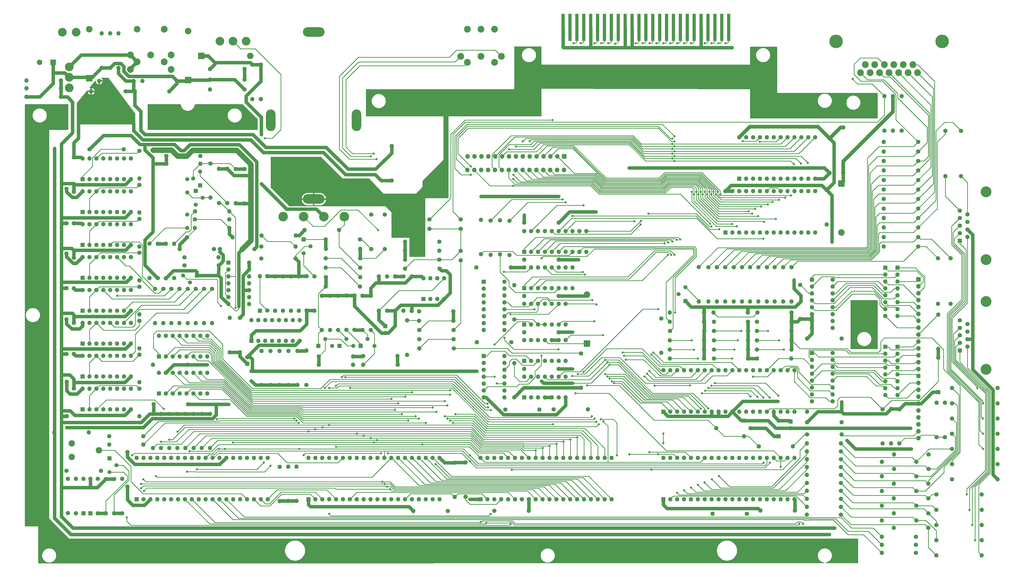
<source format=gbl>
G04 #@! TF.GenerationSoftware,KiCad,Pcbnew,(5.1.9-0-10_14)*
G04 #@! TF.CreationDate,2021-03-15T15:37:22+01:00*
G04 #@! TF.ProjectId,Atari800XL,41746172-6938-4303-9058-4c2e6b696361,rev?*
G04 #@! TF.SameCoordinates,Original*
G04 #@! TF.FileFunction,Copper,L2,Bot*
G04 #@! TF.FilePolarity,Positive*
%FSLAX46Y46*%
G04 Gerber Fmt 4.6, Leading zero omitted, Abs format (unit mm)*
G04 Created by KiCad (PCBNEW (5.1.9-0-10_14)) date 2021-03-15 15:37:22*
%MOMM*%
%LPD*%
G01*
G04 APERTURE LIST*
G04 #@! TA.AperFunction,ComponentPad*
%ADD10O,1.600000X1.600000*%
G04 #@! TD*
G04 #@! TA.AperFunction,ComponentPad*
%ADD11R,1.600000X1.600000*%
G04 #@! TD*
G04 #@! TA.AperFunction,ConnectorPad*
%ADD12R,1.270000X10.000000*%
G04 #@! TD*
G04 #@! TA.AperFunction,ComponentPad*
%ADD13C,1.600000*%
G04 #@! TD*
G04 #@! TA.AperFunction,ComponentPad*
%ADD14C,4.000000*%
G04 #@! TD*
G04 #@! TA.AperFunction,ComponentPad*
%ADD15C,3.200000*%
G04 #@! TD*
G04 #@! TA.AperFunction,ComponentPad*
%ADD16R,1.500000X1.500000*%
G04 #@! TD*
G04 #@! TA.AperFunction,ComponentPad*
%ADD17C,1.500000*%
G04 #@! TD*
G04 #@! TA.AperFunction,ComponentPad*
%ADD18C,3.500000*%
G04 #@! TD*
G04 #@! TA.AperFunction,ComponentPad*
%ADD19O,3.500000X8.000000*%
G04 #@! TD*
G04 #@! TA.AperFunction,ComponentPad*
%ADD20O,8.000000X3.500000*%
G04 #@! TD*
G04 #@! TA.AperFunction,ComponentPad*
%ADD21C,2.500000*%
G04 #@! TD*
G04 #@! TA.AperFunction,ComponentPad*
%ADD22C,5.000000*%
G04 #@! TD*
G04 #@! TA.AperFunction,ComponentPad*
%ADD23C,2.340000*%
G04 #@! TD*
G04 #@! TA.AperFunction,ComponentPad*
%ADD24O,1.700000X1.700000*%
G04 #@! TD*
G04 #@! TA.AperFunction,ComponentPad*
%ADD25R,1.700000X1.700000*%
G04 #@! TD*
G04 #@! TA.AperFunction,ComponentPad*
%ADD26C,2.400000*%
G04 #@! TD*
G04 #@! TA.AperFunction,ComponentPad*
%ADD27O,2.400000X2.400000*%
G04 #@! TD*
G04 #@! TA.AperFunction,ComponentPad*
%ADD28R,2.400000X2.400000*%
G04 #@! TD*
G04 #@! TA.AperFunction,ComponentPad*
%ADD29C,2.000000*%
G04 #@! TD*
G04 #@! TA.AperFunction,ComponentPad*
%ADD30R,2.000000X2.000000*%
G04 #@! TD*
G04 #@! TA.AperFunction,ViaPad*
%ADD31C,0.800000*%
G04 #@! TD*
G04 #@! TA.AperFunction,Conductor*
%ADD32C,1.270000*%
G04 #@! TD*
G04 #@! TA.AperFunction,Conductor*
%ADD33C,1.350000*%
G04 #@! TD*
G04 #@! TA.AperFunction,Conductor*
%ADD34C,0.250000*%
G04 #@! TD*
G04 #@! TA.AperFunction,Conductor*
%ADD35C,2.000000*%
G04 #@! TD*
G04 #@! TA.AperFunction,Conductor*
%ADD36C,0.254000*%
G04 #@! TD*
G04 #@! TA.AperFunction,Conductor*
%ADD37C,0.100000*%
G04 #@! TD*
G04 APERTURE END LIST*
D10*
X52800000Y-94380000D03*
X70580000Y-102000000D03*
X55340000Y-94380000D03*
X68040000Y-102000000D03*
X57880000Y-94380000D03*
X65500000Y-102000000D03*
X60420000Y-94380000D03*
X62960000Y-102000000D03*
X62960000Y-94380000D03*
X60420000Y-102000000D03*
X65500000Y-94380000D03*
X57880000Y-102000000D03*
X68040000Y-94380000D03*
X55340000Y-102000000D03*
X70580000Y-94380000D03*
D11*
X52800000Y-102000000D03*
D10*
X136000000Y-192460000D03*
X184260000Y-207700000D03*
X138540000Y-192460000D03*
X181720000Y-207700000D03*
X141080000Y-192460000D03*
X179180000Y-207700000D03*
X143620000Y-192460000D03*
X176640000Y-207700000D03*
X146160000Y-192460000D03*
X174100000Y-207700000D03*
X148700000Y-192460000D03*
X171560000Y-207700000D03*
X151240000Y-192460000D03*
X169020000Y-207700000D03*
X153780000Y-192460000D03*
X166480000Y-207700000D03*
X156320000Y-192460000D03*
X163940000Y-207700000D03*
X158860000Y-192460000D03*
X161400000Y-207700000D03*
X161400000Y-192460000D03*
X158860000Y-207700000D03*
X163940000Y-192460000D03*
X156320000Y-207700000D03*
X166480000Y-192460000D03*
X153780000Y-207700000D03*
X169020000Y-192460000D03*
X151240000Y-207700000D03*
X171560000Y-192460000D03*
X148700000Y-207700000D03*
X174100000Y-192460000D03*
X146160000Y-207700000D03*
X176640000Y-192460000D03*
X143620000Y-207700000D03*
X179180000Y-192460000D03*
X141080000Y-207700000D03*
X181720000Y-192460000D03*
X138540000Y-207700000D03*
X184260000Y-192460000D03*
D11*
X136000000Y-207700000D03*
D12*
X229725000Y-34000000D03*
X232265000Y-34000000D03*
X234805000Y-34000000D03*
X237345000Y-34000000D03*
X239885000Y-34000000D03*
X242425000Y-34000000D03*
X244965000Y-34000000D03*
X247505000Y-34000000D03*
X252585000Y-34000000D03*
X250045000Y-34000000D03*
X255125000Y-34000000D03*
X262745000Y-34000000D03*
X265285000Y-34000000D03*
X267825000Y-34000000D03*
X270365000Y-34000000D03*
X272905000Y-34000000D03*
X275445000Y-34000000D03*
X277985000Y-34000000D03*
X280525000Y-34000000D03*
X283065000Y-34000000D03*
X285605000Y-34000000D03*
X288145000Y-34000000D03*
X290685000Y-34000000D03*
X257665000Y-34000000D03*
X260205000Y-34000000D03*
D10*
X269000000Y-155900000D03*
D13*
X281600000Y-155900000D03*
D10*
X269000000Y-142400000D03*
D13*
X281600000Y-142400000D03*
D10*
X351400000Y-218200000D03*
D13*
X364100000Y-218200000D03*
D10*
X319400000Y-204600000D03*
D13*
X332000000Y-204600000D03*
D10*
X350400000Y-187200000D03*
D13*
X350400000Y-174500000D03*
D10*
X389600000Y-200400000D03*
D13*
X372900000Y-200400000D03*
D10*
X389600000Y-194800000D03*
D13*
X372900000Y-194800000D03*
D10*
X389600000Y-183600000D03*
D13*
X372900000Y-183600000D03*
D10*
X389600000Y-189200000D03*
D13*
X372900000Y-189200000D03*
D14*
X385400000Y-94500000D03*
X385400000Y-119500000D03*
D13*
X378540000Y-102845000D03*
X378540000Y-105615000D03*
X378540000Y-108385000D03*
X378540000Y-111155000D03*
X375700000Y-101460000D03*
X375700000Y-104230000D03*
X375700000Y-107000000D03*
X375700000Y-109770000D03*
D11*
X375700000Y-112540000D03*
D10*
X352800000Y-169360000D03*
X352800000Y-166820000D03*
X352800000Y-164280000D03*
X352800000Y-161740000D03*
X352800000Y-159200000D03*
X352800000Y-156660000D03*
X352800000Y-154120000D03*
D11*
X352800000Y-151580000D03*
D15*
X50450000Y-35800000D03*
X45350000Y-35800000D03*
X47900000Y-48600000D03*
X47900000Y-52400000D03*
X47900000Y-56300000D03*
D10*
X73700000Y-139660000D03*
D13*
X73700000Y-129500000D03*
D10*
X73700000Y-152160000D03*
D13*
X73700000Y-142000000D03*
D10*
X73700000Y-164660000D03*
D13*
X73700000Y-154500000D03*
D10*
X73700000Y-177160000D03*
D13*
X73700000Y-167000000D03*
D10*
X73700000Y-127160000D03*
D13*
X73700000Y-117000000D03*
D10*
X73700000Y-114660000D03*
D13*
X73700000Y-104500000D03*
D10*
X73700000Y-102160000D03*
D13*
X73700000Y-92000000D03*
D10*
X73700000Y-89660000D03*
D13*
X73700000Y-79500000D03*
D16*
X96100000Y-92200000D03*
D17*
X96100000Y-87120000D03*
X93560000Y-89660000D03*
D16*
X94500000Y-94200000D03*
D17*
X94500000Y-99280000D03*
X97040000Y-96740000D03*
D10*
X313800000Y-139000000D03*
D13*
X301200000Y-139000000D03*
D18*
X149150000Y-103700000D03*
X141650000Y-103700000D03*
X134150000Y-103700000D03*
X126650000Y-103700000D03*
D19*
X122100000Y-68200000D03*
X153700000Y-68200000D03*
D20*
X137900000Y-97200000D03*
X137900000Y-35700000D03*
D16*
X274700000Y-134800000D03*
D17*
X274700000Y-129720000D03*
X272160000Y-132260000D03*
D10*
X332200000Y-183900000D03*
D13*
X319500000Y-183900000D03*
D21*
X360200000Y-50700000D03*
X356700000Y-50700000D03*
X353200000Y-50700000D03*
X349700000Y-50700000D03*
X346200000Y-50700000D03*
X342700000Y-50700000D03*
X339200000Y-50700000D03*
X358450000Y-47700000D03*
X354950000Y-47700000D03*
X351450000Y-47700000D03*
X347950000Y-47700000D03*
X344450000Y-47700000D03*
X340950000Y-47700000D03*
D22*
X369200000Y-39200000D03*
X330200000Y-39200000D03*
D17*
X91350000Y-107800000D03*
X91350000Y-102900000D03*
X91350000Y-94800000D03*
X91350000Y-89900000D03*
D10*
X106800000Y-101700000D03*
D13*
X94200000Y-101700000D03*
D10*
X215400000Y-135780000D03*
X230640000Y-143400000D03*
X217940000Y-135780000D03*
X228100000Y-143400000D03*
X220480000Y-135780000D03*
X225560000Y-143400000D03*
X223020000Y-135780000D03*
X223020000Y-143400000D03*
X225560000Y-135780000D03*
X220480000Y-143400000D03*
X228100000Y-135780000D03*
X217940000Y-143400000D03*
X230640000Y-135780000D03*
D11*
X215400000Y-143400000D03*
D10*
X208120000Y-154960000D03*
X200500000Y-170200000D03*
X208120000Y-157500000D03*
X200500000Y-167660000D03*
X208120000Y-160040000D03*
X200500000Y-165120000D03*
X208120000Y-162580000D03*
X200500000Y-162580000D03*
X208120000Y-165120000D03*
X200500000Y-160040000D03*
X208120000Y-167660000D03*
X200500000Y-157500000D03*
X208120000Y-170200000D03*
D11*
X200500000Y-154960000D03*
D10*
X208120000Y-127620000D03*
X200500000Y-145400000D03*
X208120000Y-130160000D03*
X200500000Y-142860000D03*
X208120000Y-132700000D03*
X200500000Y-140320000D03*
X208120000Y-135240000D03*
X200500000Y-137780000D03*
X208120000Y-137780000D03*
X200500000Y-135240000D03*
X208120000Y-140320000D03*
X200500000Y-132700000D03*
X208120000Y-142860000D03*
X200500000Y-130160000D03*
X208120000Y-145400000D03*
D11*
X200500000Y-127620000D03*
D10*
X80900000Y-147580000D03*
X98680000Y-155200000D03*
X83440000Y-147580000D03*
X96140000Y-155200000D03*
X85980000Y-147580000D03*
X93600000Y-155200000D03*
X88520000Y-147580000D03*
X91060000Y-155200000D03*
X91060000Y-147580000D03*
X88520000Y-155200000D03*
X93600000Y-147580000D03*
X85980000Y-155200000D03*
X96140000Y-147580000D03*
X83440000Y-155200000D03*
X98680000Y-147580000D03*
D11*
X80900000Y-155200000D03*
D10*
X80900000Y-161180000D03*
X98680000Y-168800000D03*
X83440000Y-161180000D03*
X96140000Y-168800000D03*
X85980000Y-161180000D03*
X93600000Y-168800000D03*
X88520000Y-161180000D03*
X91060000Y-168800000D03*
X91060000Y-161180000D03*
X88520000Y-168800000D03*
X93600000Y-161180000D03*
X85980000Y-168800000D03*
X96140000Y-161180000D03*
X83440000Y-168800000D03*
X98680000Y-161180000D03*
D11*
X80900000Y-168800000D03*
D10*
X328900000Y-126920000D03*
X321280000Y-144700000D03*
X328900000Y-129460000D03*
X321280000Y-142160000D03*
X328900000Y-132000000D03*
X321280000Y-139620000D03*
X328900000Y-134540000D03*
X321280000Y-137080000D03*
X328900000Y-137080000D03*
X321280000Y-134540000D03*
X328900000Y-139620000D03*
X321280000Y-132000000D03*
X328900000Y-142160000D03*
X321280000Y-129460000D03*
X328900000Y-144700000D03*
D11*
X321280000Y-126920000D03*
D10*
X328900000Y-153920000D03*
X321280000Y-171700000D03*
X328900000Y-156460000D03*
X321280000Y-169160000D03*
X328900000Y-159000000D03*
X321280000Y-166620000D03*
X328900000Y-161540000D03*
X321280000Y-164080000D03*
X328900000Y-164080000D03*
X321280000Y-161540000D03*
X328900000Y-166620000D03*
X321280000Y-159000000D03*
X328900000Y-169160000D03*
X321280000Y-156460000D03*
X328900000Y-171700000D03*
D11*
X321280000Y-153920000D03*
D10*
X266600000Y-192460000D03*
X314860000Y-207700000D03*
X269140000Y-192460000D03*
X312320000Y-207700000D03*
X271680000Y-192460000D03*
X309780000Y-207700000D03*
X274220000Y-192460000D03*
X307240000Y-207700000D03*
X276760000Y-192460000D03*
X304700000Y-207700000D03*
X279300000Y-192460000D03*
X302160000Y-207700000D03*
X281840000Y-192460000D03*
X299620000Y-207700000D03*
X284380000Y-192460000D03*
X297080000Y-207700000D03*
X286920000Y-192460000D03*
X294540000Y-207700000D03*
X289460000Y-192460000D03*
X292000000Y-207700000D03*
X292000000Y-192460000D03*
X289460000Y-207700000D03*
X294540000Y-192460000D03*
X286920000Y-207700000D03*
X297080000Y-192460000D03*
X284380000Y-207700000D03*
X299620000Y-192460000D03*
X281840000Y-207700000D03*
X302160000Y-192460000D03*
X279300000Y-207700000D03*
X304700000Y-192460000D03*
X276760000Y-207700000D03*
X307240000Y-192460000D03*
X274220000Y-207700000D03*
X309780000Y-192460000D03*
X271680000Y-207700000D03*
X312320000Y-192460000D03*
X269140000Y-207700000D03*
X314860000Y-192460000D03*
D11*
X266600000Y-207700000D03*
D10*
X266600000Y-160260000D03*
X314860000Y-175500000D03*
X269140000Y-160260000D03*
X312320000Y-175500000D03*
X271680000Y-160260000D03*
X309780000Y-175500000D03*
X274220000Y-160260000D03*
X307240000Y-175500000D03*
X276760000Y-160260000D03*
X304700000Y-175500000D03*
X279300000Y-160260000D03*
X302160000Y-175500000D03*
X281840000Y-160260000D03*
X299620000Y-175500000D03*
X284380000Y-160260000D03*
X297080000Y-175500000D03*
X286920000Y-160260000D03*
X294540000Y-175500000D03*
X289460000Y-160260000D03*
X292000000Y-175500000D03*
X292000000Y-160260000D03*
X289460000Y-175500000D03*
X294540000Y-160260000D03*
X286920000Y-175500000D03*
X297080000Y-160260000D03*
X284380000Y-175500000D03*
X299620000Y-160260000D03*
X281840000Y-175500000D03*
X302160000Y-160260000D03*
X279300000Y-175500000D03*
X304700000Y-160260000D03*
X276760000Y-175500000D03*
X307240000Y-160260000D03*
X274220000Y-175500000D03*
X309780000Y-160260000D03*
X271680000Y-175500000D03*
X312320000Y-160260000D03*
X269140000Y-175500000D03*
X314860000Y-160260000D03*
D11*
X266600000Y-175500000D03*
D10*
X114120000Y-120660000D03*
X106500000Y-135900000D03*
X114120000Y-123200000D03*
X106500000Y-133360000D03*
X114120000Y-125740000D03*
X106500000Y-130820000D03*
X114120000Y-128280000D03*
X106500000Y-128280000D03*
X114120000Y-130820000D03*
X106500000Y-125740000D03*
X114120000Y-133360000D03*
X106500000Y-123200000D03*
X114120000Y-135900000D03*
D11*
X106500000Y-120660000D03*
X115000000Y-149400000D03*
D10*
X132780000Y-141780000D03*
X117540000Y-149400000D03*
X130240000Y-141780000D03*
X120080000Y-149400000D03*
X127700000Y-141780000D03*
X122620000Y-149400000D03*
X125160000Y-141780000D03*
X125160000Y-149400000D03*
X122620000Y-141780000D03*
X127700000Y-149400000D03*
X120080000Y-141780000D03*
X130240000Y-149400000D03*
X117540000Y-141780000D03*
X132780000Y-149400000D03*
X115000000Y-141780000D03*
D11*
X215400000Y-156800000D03*
D10*
X230640000Y-149180000D03*
X217940000Y-156800000D03*
X228100000Y-149180000D03*
X220480000Y-156800000D03*
X225560000Y-149180000D03*
X223020000Y-156800000D03*
X223020000Y-149180000D03*
X225560000Y-156800000D03*
X220480000Y-149180000D03*
X228100000Y-156800000D03*
X217940000Y-149180000D03*
X230640000Y-156800000D03*
X215400000Y-149180000D03*
X215400000Y-162580000D03*
X230640000Y-170200000D03*
X217940000Y-162580000D03*
X228100000Y-170200000D03*
X220480000Y-162580000D03*
X225560000Y-170200000D03*
X223020000Y-162580000D03*
X223020000Y-170200000D03*
X225560000Y-162580000D03*
X220480000Y-170200000D03*
X228100000Y-162580000D03*
X217940000Y-170200000D03*
X230640000Y-162580000D03*
D11*
X215400000Y-170200000D03*
D10*
X72700000Y-192460000D03*
X120960000Y-207700000D03*
X75240000Y-192460000D03*
X118420000Y-207700000D03*
X77780000Y-192460000D03*
X115880000Y-207700000D03*
X80320000Y-192460000D03*
X113340000Y-207700000D03*
X82860000Y-192460000D03*
X110800000Y-207700000D03*
X85400000Y-192460000D03*
X108260000Y-207700000D03*
X87940000Y-192460000D03*
X105720000Y-207700000D03*
X90480000Y-192460000D03*
X103180000Y-207700000D03*
X93020000Y-192460000D03*
X100640000Y-207700000D03*
X95560000Y-192460000D03*
X98100000Y-207700000D03*
X98100000Y-192460000D03*
X95560000Y-207700000D03*
X100640000Y-192460000D03*
X93020000Y-207700000D03*
X103180000Y-192460000D03*
X90480000Y-207700000D03*
X105720000Y-192460000D03*
X87940000Y-207700000D03*
X108260000Y-192460000D03*
X85400000Y-207700000D03*
X110800000Y-192460000D03*
X82860000Y-207700000D03*
X113340000Y-192460000D03*
X80320000Y-207700000D03*
X115880000Y-192460000D03*
X77780000Y-207700000D03*
X118420000Y-192460000D03*
X75240000Y-207700000D03*
X120960000Y-192460000D03*
D11*
X72700000Y-207700000D03*
D10*
X52800000Y-130680000D03*
X70580000Y-138300000D03*
X55340000Y-130680000D03*
X68040000Y-138300000D03*
X57880000Y-130680000D03*
X65500000Y-138300000D03*
X60420000Y-130680000D03*
X62960000Y-138300000D03*
X62960000Y-130680000D03*
X60420000Y-138300000D03*
X65500000Y-130680000D03*
X57880000Y-138300000D03*
X68040000Y-130680000D03*
X55340000Y-138300000D03*
X70580000Y-130680000D03*
D11*
X52800000Y-138300000D03*
D10*
X52800000Y-142780000D03*
X70580000Y-150400000D03*
X55340000Y-142780000D03*
X68040000Y-150400000D03*
X57880000Y-142780000D03*
X65500000Y-150400000D03*
X60420000Y-142780000D03*
X62960000Y-150400000D03*
X62960000Y-142780000D03*
X60420000Y-150400000D03*
X65500000Y-142780000D03*
X57880000Y-150400000D03*
X68040000Y-142780000D03*
X55340000Y-150400000D03*
X70580000Y-142780000D03*
D11*
X52800000Y-150400000D03*
D10*
X52800000Y-154880000D03*
X70580000Y-162500000D03*
X55340000Y-154880000D03*
X68040000Y-162500000D03*
X57880000Y-154880000D03*
X65500000Y-162500000D03*
X60420000Y-154880000D03*
X62960000Y-162500000D03*
X62960000Y-154880000D03*
X60420000Y-162500000D03*
X65500000Y-154880000D03*
X57880000Y-162500000D03*
X68040000Y-154880000D03*
X55340000Y-162500000D03*
X70580000Y-154880000D03*
D11*
X52800000Y-162500000D03*
D10*
X52800000Y-166980000D03*
X70580000Y-174600000D03*
X55340000Y-166980000D03*
X68040000Y-174600000D03*
X57880000Y-166980000D03*
X65500000Y-174600000D03*
X60420000Y-166980000D03*
X62960000Y-174600000D03*
X62960000Y-166980000D03*
X60420000Y-174600000D03*
X65500000Y-166980000D03*
X57880000Y-174600000D03*
X68040000Y-166980000D03*
X55340000Y-174600000D03*
X70580000Y-166980000D03*
D11*
X52800000Y-174600000D03*
D10*
X52800000Y-118580000D03*
X70580000Y-126200000D03*
X55340000Y-118580000D03*
X68040000Y-126200000D03*
X57880000Y-118580000D03*
X65500000Y-126200000D03*
X60420000Y-118580000D03*
X62960000Y-126200000D03*
X62960000Y-118580000D03*
X60420000Y-126200000D03*
X65500000Y-118580000D03*
X57880000Y-126200000D03*
X68040000Y-118580000D03*
X55340000Y-126200000D03*
X70580000Y-118580000D03*
D11*
X52800000Y-126200000D03*
D10*
X52800000Y-106480000D03*
X70580000Y-114100000D03*
X55340000Y-106480000D03*
X68040000Y-114100000D03*
X57880000Y-106480000D03*
X65500000Y-114100000D03*
X60420000Y-106480000D03*
X62960000Y-114100000D03*
X62960000Y-106480000D03*
X60420000Y-114100000D03*
X65500000Y-106480000D03*
X57880000Y-114100000D03*
X68040000Y-106480000D03*
X55340000Y-114100000D03*
X70580000Y-106480000D03*
D11*
X52800000Y-114100000D03*
D10*
X52800000Y-82280000D03*
X70580000Y-89900000D03*
X55340000Y-82280000D03*
X68040000Y-89900000D03*
X57880000Y-82280000D03*
X65500000Y-89900000D03*
X60420000Y-82280000D03*
X62960000Y-89900000D03*
X62960000Y-82280000D03*
X60420000Y-89900000D03*
X65500000Y-82280000D03*
X57880000Y-89900000D03*
X68040000Y-82280000D03*
X55340000Y-89900000D03*
X70580000Y-82280000D03*
D11*
X52800000Y-89900000D03*
D10*
X199300000Y-192460000D03*
X247560000Y-207700000D03*
X201840000Y-192460000D03*
X245020000Y-207700000D03*
X204380000Y-192460000D03*
X242480000Y-207700000D03*
X206920000Y-192460000D03*
X239940000Y-207700000D03*
X209460000Y-192460000D03*
X237400000Y-207700000D03*
X212000000Y-192460000D03*
X234860000Y-207700000D03*
X214540000Y-192460000D03*
X232320000Y-207700000D03*
X217080000Y-192460000D03*
X229780000Y-207700000D03*
X219620000Y-192460000D03*
X227240000Y-207700000D03*
X222160000Y-192460000D03*
X224700000Y-207700000D03*
X224700000Y-192460000D03*
X222160000Y-207700000D03*
X227240000Y-192460000D03*
X219620000Y-207700000D03*
X229780000Y-192460000D03*
X217080000Y-207700000D03*
X232320000Y-192460000D03*
X214540000Y-207700000D03*
X234860000Y-192460000D03*
X212000000Y-207700000D03*
X237400000Y-192460000D03*
X209460000Y-207700000D03*
X239940000Y-192460000D03*
X206920000Y-207700000D03*
X242480000Y-192460000D03*
X204380000Y-207700000D03*
X245020000Y-192460000D03*
X201840000Y-207700000D03*
X247560000Y-192460000D03*
D11*
X199300000Y-207700000D03*
D10*
X289480000Y-94260000D03*
X322500000Y-109500000D03*
X292020000Y-94260000D03*
X319960000Y-109500000D03*
X294560000Y-94260000D03*
X317420000Y-109500000D03*
X297100000Y-94260000D03*
X314880000Y-109500000D03*
X299640000Y-94260000D03*
X312340000Y-109500000D03*
X302180000Y-94260000D03*
X309800000Y-109500000D03*
X304720000Y-94260000D03*
X307260000Y-109500000D03*
X307260000Y-94260000D03*
X304720000Y-109500000D03*
X309800000Y-94260000D03*
X302180000Y-109500000D03*
X312340000Y-94260000D03*
X299640000Y-109500000D03*
X314880000Y-94260000D03*
X297100000Y-109500000D03*
X317420000Y-94260000D03*
X294560000Y-109500000D03*
X319960000Y-94260000D03*
X292020000Y-109500000D03*
X322500000Y-94260000D03*
D11*
X289480000Y-109500000D03*
D10*
X294560000Y-74460000D03*
X322500000Y-89700000D03*
X297100000Y-74460000D03*
X319960000Y-89700000D03*
X299640000Y-74460000D03*
X317420000Y-89700000D03*
X302180000Y-74460000D03*
X314880000Y-89700000D03*
X304720000Y-74460000D03*
X312340000Y-89700000D03*
X307260000Y-74460000D03*
X309800000Y-89700000D03*
X309800000Y-74460000D03*
X307260000Y-89700000D03*
X312340000Y-74460000D03*
X304720000Y-89700000D03*
X314880000Y-74460000D03*
X302180000Y-89700000D03*
X317420000Y-74460000D03*
X299640000Y-89700000D03*
X319960000Y-74460000D03*
X297100000Y-89700000D03*
X322500000Y-74460000D03*
D11*
X294560000Y-89700000D03*
D10*
X215400000Y-108980000D03*
X238260000Y-116600000D03*
X217940000Y-108980000D03*
X235720000Y-116600000D03*
X220480000Y-108980000D03*
X233180000Y-116600000D03*
X223020000Y-108980000D03*
X230640000Y-116600000D03*
X225560000Y-108980000D03*
X228100000Y-116600000D03*
X228100000Y-108980000D03*
X225560000Y-116600000D03*
X230640000Y-108980000D03*
X223020000Y-116600000D03*
X233180000Y-108980000D03*
X220480000Y-116600000D03*
X235720000Y-108980000D03*
X217940000Y-116600000D03*
X238260000Y-108980000D03*
D11*
X215400000Y-116600000D03*
D10*
X215400000Y-122380000D03*
X233180000Y-130000000D03*
X217940000Y-122380000D03*
X230640000Y-130000000D03*
X220480000Y-122380000D03*
X228100000Y-130000000D03*
X223020000Y-122380000D03*
X225560000Y-130000000D03*
X225560000Y-122380000D03*
X223020000Y-130000000D03*
X228100000Y-122380000D03*
X220480000Y-130000000D03*
X230640000Y-122380000D03*
X217940000Y-130000000D03*
X233180000Y-122380000D03*
D11*
X215400000Y-130000000D03*
D10*
X178300000Y-126380000D03*
X185920000Y-134000000D03*
X180840000Y-126380000D03*
X183380000Y-134000000D03*
X183380000Y-126380000D03*
X180840000Y-134000000D03*
X185920000Y-126380000D03*
D11*
X178300000Y-134000000D03*
D15*
X103400000Y-39100000D03*
X108200000Y-39100000D03*
X113000000Y-39100000D03*
D10*
X348300000Y-169380000D03*
X348300000Y-166840000D03*
X348300000Y-164300000D03*
X348300000Y-161760000D03*
X348300000Y-159220000D03*
X348300000Y-156680000D03*
X348300000Y-154140000D03*
D11*
X348300000Y-151600000D03*
D10*
X352800000Y-140280000D03*
X352800000Y-137740000D03*
X352800000Y-135200000D03*
X352800000Y-132660000D03*
X352800000Y-130120000D03*
X352800000Y-127580000D03*
X352800000Y-125040000D03*
D11*
X352800000Y-122500000D03*
D10*
X348300000Y-140260000D03*
X348300000Y-137720000D03*
X348300000Y-135180000D03*
X348300000Y-132640000D03*
X348300000Y-130100000D03*
X348300000Y-127560000D03*
X348300000Y-125020000D03*
D11*
X348300000Y-122480000D03*
D10*
X367800000Y-139750000D03*
D13*
X367800000Y-152350000D03*
D10*
X347000000Y-221500000D03*
D13*
X359600000Y-221500000D03*
D10*
X347000000Y-224500000D03*
D13*
X359600000Y-224500000D03*
D10*
X347000000Y-227500000D03*
D13*
X359600000Y-227500000D03*
D10*
X319400000Y-198800000D03*
D13*
X332000000Y-198800000D03*
D10*
X319400000Y-213400000D03*
D13*
X332000000Y-213400000D03*
D10*
X292500000Y-134900000D03*
D13*
X292500000Y-122300000D03*
D10*
X295600000Y-134900000D03*
D13*
X295600000Y-122300000D03*
D10*
X298500000Y-134900000D03*
D13*
X298500000Y-122300000D03*
D10*
X301600000Y-134900000D03*
D13*
X301600000Y-122300000D03*
D10*
X319400000Y-187200000D03*
D13*
X332000000Y-187200000D03*
D10*
X319400000Y-190100000D03*
D13*
X332000000Y-190100000D03*
D10*
X319400000Y-193000000D03*
D13*
X332000000Y-193000000D03*
D10*
X319400000Y-195900000D03*
D13*
X332000000Y-195900000D03*
D10*
X319400000Y-201700000D03*
D13*
X332000000Y-201700000D03*
D10*
X319400000Y-207600000D03*
D13*
X332000000Y-207600000D03*
D10*
X319400000Y-210500000D03*
D13*
X332000000Y-210500000D03*
D10*
X289400000Y-134900000D03*
D13*
X289400000Y-122300000D03*
D10*
X283200000Y-134900000D03*
D13*
X283200000Y-122300000D03*
D10*
X286300000Y-134900000D03*
D13*
X286300000Y-122300000D03*
D10*
X138200000Y-138300000D03*
D13*
X138200000Y-125700000D03*
D10*
X109200000Y-98800000D03*
D13*
X109200000Y-86200000D03*
D10*
X96200000Y-84200000D03*
D13*
X83600000Y-84200000D03*
D10*
X106100000Y-86100000D03*
D13*
X106100000Y-98700000D03*
D10*
X96200000Y-81300000D03*
D13*
X83600000Y-81300000D03*
D10*
X103000000Y-86100000D03*
D13*
X103000000Y-98700000D03*
D10*
X99900000Y-96700000D03*
D13*
X99900000Y-84100000D03*
D10*
X62600000Y-184500000D03*
D13*
X75200000Y-184500000D03*
D10*
X62600000Y-187600000D03*
D13*
X75200000Y-187600000D03*
D10*
X211700000Y-128900000D03*
D13*
X211700000Y-141500000D03*
D10*
X100500000Y-142900000D03*
D13*
X100500000Y-130300000D03*
D10*
X88500000Y-142900000D03*
D13*
X88500000Y-130300000D03*
D10*
X94500000Y-142900000D03*
D13*
X94500000Y-130300000D03*
D10*
X82500000Y-142900000D03*
D13*
X82500000Y-130300000D03*
D10*
X97500000Y-142900000D03*
D13*
X97500000Y-130300000D03*
D10*
X85500000Y-142900000D03*
D13*
X85500000Y-130300000D03*
D10*
X91500000Y-142900000D03*
D13*
X91500000Y-130300000D03*
D10*
X79500000Y-142900000D03*
D13*
X79500000Y-130300000D03*
D10*
X152400000Y-158200000D03*
D13*
X139800000Y-158200000D03*
D10*
X347300000Y-187200000D03*
D13*
X347300000Y-174600000D03*
D10*
X353500000Y-187200000D03*
D13*
X353500000Y-174600000D03*
D10*
X269000000Y-149200000D03*
D13*
X281600000Y-149200000D03*
D10*
X269000000Y-152600000D03*
D13*
X281600000Y-152600000D03*
D10*
X265800000Y-153800000D03*
D13*
X265800000Y-141200000D03*
D10*
X317000000Y-141400000D03*
D13*
X317000000Y-128800000D03*
D10*
X313650000Y-155900000D03*
D13*
X301050000Y-155900000D03*
D10*
X281700000Y-145800000D03*
D13*
X269100000Y-145800000D03*
D10*
X269000000Y-139000000D03*
D13*
X281600000Y-139000000D03*
D10*
X284700000Y-213100000D03*
D13*
X297300000Y-213100000D03*
D10*
X297800000Y-155900000D03*
D13*
X285200000Y-155900000D03*
D10*
X297800000Y-152600000D03*
D13*
X285200000Y-152600000D03*
D10*
X297800000Y-149200000D03*
D13*
X285200000Y-149200000D03*
D10*
X297800000Y-145800000D03*
D13*
X285200000Y-145800000D03*
D10*
X236300000Y-166700000D03*
D13*
X236300000Y-154100000D03*
D10*
X304700000Y-134900000D03*
D13*
X304700000Y-122300000D03*
D10*
X307600000Y-134900000D03*
D13*
X307600000Y-122300000D03*
D10*
X310700000Y-134900000D03*
D13*
X310700000Y-122300000D03*
D10*
X313800000Y-134900000D03*
D13*
X313800000Y-122300000D03*
D10*
X285100000Y-139000000D03*
D13*
X297700000Y-139000000D03*
D10*
X285200000Y-142400000D03*
D13*
X297800000Y-142400000D03*
D10*
X80500000Y-113700000D03*
D13*
X80500000Y-126300000D03*
D10*
X86500000Y-113700000D03*
D13*
X86500000Y-126300000D03*
D10*
X88550000Y-115600000D03*
D13*
X101150000Y-115600000D03*
D10*
X102900000Y-118650000D03*
D13*
X90300000Y-118650000D03*
D10*
X102950000Y-121650000D03*
D13*
X90350000Y-121650000D03*
D10*
X142300000Y-129400000D03*
D13*
X154900000Y-129400000D03*
D10*
X155000000Y-125950000D03*
D13*
X142400000Y-125950000D03*
D10*
X140900000Y-145400000D03*
D13*
X140900000Y-132800000D03*
D10*
X143900000Y-145400000D03*
D13*
X143900000Y-132800000D03*
D10*
X152400000Y-155200000D03*
D13*
X139800000Y-155200000D03*
D10*
X146900000Y-145400000D03*
D13*
X146900000Y-132800000D03*
D10*
X168700000Y-155000000D03*
D13*
X156100000Y-155000000D03*
D10*
X149900000Y-132700000D03*
D13*
X149900000Y-145300000D03*
D10*
X158900000Y-145400000D03*
D13*
X158900000Y-132800000D03*
D10*
X152900000Y-132700000D03*
D13*
X152900000Y-145300000D03*
D10*
X155900000Y-145400000D03*
D13*
X155900000Y-132800000D03*
D10*
X142400000Y-115500000D03*
D13*
X155000000Y-115500000D03*
X154950000Y-112050000D03*
D10*
X142350000Y-112050000D03*
X131300000Y-110600000D03*
D13*
X118700000Y-110600000D03*
D10*
X131200000Y-114700000D03*
D13*
X118600000Y-114700000D03*
D10*
X131200000Y-119100000D03*
D13*
X118600000Y-119100000D03*
D10*
X120800000Y-125600000D03*
D13*
X120800000Y-138200000D03*
D10*
X123700000Y-138300000D03*
D13*
X123700000Y-125700000D03*
D10*
X126600000Y-138300000D03*
D13*
X126600000Y-125700000D03*
D10*
X129500000Y-138300000D03*
D13*
X129500000Y-125700000D03*
D10*
X132400000Y-138300000D03*
D13*
X132400000Y-125700000D03*
D10*
X135300000Y-125600000D03*
D13*
X135300000Y-138200000D03*
D10*
X131900000Y-153100000D03*
D13*
X131900000Y-165700000D03*
D10*
X118700000Y-153100000D03*
D13*
X118700000Y-165700000D03*
D10*
X122000000Y-153100000D03*
D13*
X122000000Y-165700000D03*
D10*
X125300000Y-153100000D03*
D13*
X125300000Y-165700000D03*
D10*
X128600000Y-153100000D03*
D13*
X128600000Y-165700000D03*
D10*
X314300000Y-188300000D03*
D13*
X301700000Y-188300000D03*
D10*
X286050000Y-181600000D03*
D13*
X298650000Y-181600000D03*
D23*
X48800000Y-187200000D03*
X58800000Y-189700000D03*
X48800000Y-192200000D03*
D10*
X47400000Y-200200000D03*
D13*
X47400000Y-212800000D03*
D10*
X61400000Y-212900000D03*
D13*
X61400000Y-200300000D03*
D10*
X64400000Y-212900000D03*
D13*
X64400000Y-200300000D03*
D10*
X189800000Y-206900000D03*
D13*
X189800000Y-194300000D03*
D10*
X125400000Y-208400000D03*
D13*
X125400000Y-195800000D03*
D10*
X68000000Y-78900000D03*
D13*
X55400000Y-78900000D03*
D10*
X128500000Y-195700000D03*
D13*
X128500000Y-208300000D03*
D10*
X99700000Y-188900000D03*
D13*
X99700000Y-176300000D03*
D10*
X96700000Y-188900000D03*
D13*
X96700000Y-176300000D03*
D10*
X93700000Y-188900000D03*
D13*
X93700000Y-176300000D03*
D10*
X90700000Y-188900000D03*
D13*
X90700000Y-176300000D03*
D10*
X78700000Y-188900000D03*
D13*
X78700000Y-176300000D03*
D10*
X81700000Y-188900000D03*
D13*
X81700000Y-176300000D03*
D10*
X84700000Y-188900000D03*
D13*
X84700000Y-176300000D03*
D10*
X87700000Y-188900000D03*
D13*
X87700000Y-176300000D03*
D10*
X193800000Y-194200000D03*
D13*
X193800000Y-206800000D03*
D10*
X131600000Y-195700000D03*
D13*
X131600000Y-208300000D03*
D10*
X221000000Y-174700000D03*
D13*
X208400000Y-174700000D03*
D10*
X211700000Y-157600000D03*
D13*
X211700000Y-170200000D03*
D10*
X238800000Y-174600000D03*
D13*
X226200000Y-174600000D03*
D10*
X210000000Y-117800000D03*
D13*
X210000000Y-105200000D03*
D10*
X203000000Y-117700000D03*
D13*
X203000000Y-105100000D03*
D10*
X199500000Y-104900000D03*
D13*
X199500000Y-117500000D03*
D10*
X206500000Y-105000000D03*
D13*
X206500000Y-117600000D03*
D10*
X164900000Y-125700000D03*
D13*
X164900000Y-138300000D03*
D10*
X167900000Y-125700000D03*
D13*
X167900000Y-138300000D03*
D10*
X161900000Y-125700000D03*
D13*
X161900000Y-138300000D03*
D10*
X170900000Y-138300000D03*
D13*
X170900000Y-125700000D03*
D10*
X189400000Y-145400000D03*
D13*
X176800000Y-145400000D03*
D10*
X176700000Y-138600000D03*
D13*
X189300000Y-138600000D03*
D10*
X176700000Y-142000000D03*
D13*
X189300000Y-142000000D03*
D10*
X189400000Y-148800000D03*
D13*
X176800000Y-148800000D03*
D10*
X184100000Y-116200000D03*
D13*
X171500000Y-116200000D03*
D10*
X171500000Y-119500000D03*
D13*
X184100000Y-119500000D03*
D10*
X171500000Y-112900000D03*
D13*
X184100000Y-112900000D03*
D16*
X94900000Y-125400000D03*
D17*
X89820000Y-125400000D03*
X92360000Y-127940000D03*
D16*
X139600000Y-151300000D03*
D17*
X144680000Y-151300000D03*
X142140000Y-148760000D03*
D16*
X147400000Y-151300000D03*
D17*
X152480000Y-151300000D03*
X149940000Y-148760000D03*
D16*
X134200000Y-112100000D03*
D17*
X134200000Y-117180000D03*
X136740000Y-114640000D03*
D16*
X155200000Y-151300000D03*
D17*
X160280000Y-151300000D03*
X157740000Y-148760000D03*
D16*
X62700000Y-192700000D03*
D17*
X62700000Y-197780000D03*
X65240000Y-195240000D03*
D10*
X383800000Y-228400000D03*
D13*
X367100000Y-228400000D03*
D10*
X383800000Y-222800000D03*
D13*
X367100000Y-222800000D03*
D10*
X383800000Y-217200000D03*
D13*
X367100000Y-217200000D03*
D10*
X383800000Y-211600000D03*
D13*
X367100000Y-211600000D03*
D10*
X383800000Y-206000000D03*
D13*
X367100000Y-206000000D03*
D10*
X389600000Y-166800000D03*
D13*
X372900000Y-166800000D03*
D10*
X389600000Y-172400000D03*
D13*
X372900000Y-172400000D03*
D10*
X389600000Y-178000000D03*
D13*
X372900000Y-178000000D03*
D10*
X372350000Y-135750000D03*
D13*
X372350000Y-119050000D03*
D10*
X367700000Y-135750000D03*
D13*
X367700000Y-119050000D03*
D10*
X376200000Y-88800000D03*
D13*
X376200000Y-72100000D03*
D10*
X370400000Y-88800000D03*
D13*
X370400000Y-72100000D03*
D10*
X332200000Y-179400000D03*
D13*
X319500000Y-179400000D03*
D10*
X279600000Y-134900000D03*
D13*
X279600000Y-122200000D03*
D10*
X332800000Y-70800000D03*
D13*
X332800000Y-87500000D03*
D10*
X159100000Y-115650000D03*
D13*
X159100000Y-102950000D03*
D10*
X108000000Y-111300000D03*
D13*
X91300000Y-111300000D03*
D10*
X164100000Y-115600000D03*
D13*
X164100000Y-102900000D03*
D10*
X147250000Y-108600000D03*
D13*
X134550000Y-108600000D03*
D10*
X110700000Y-153600000D03*
D13*
X110700000Y-140900000D03*
D10*
X112400000Y-53250000D03*
D13*
X99700000Y-53250000D03*
D10*
X112400000Y-49350000D03*
D13*
X99700000Y-49350000D03*
D10*
X84700000Y-57550000D03*
D13*
X72000000Y-57550000D03*
D10*
X32200000Y-59600000D03*
D13*
X44900000Y-59600000D03*
D24*
X360500000Y-185200000D03*
X360500000Y-182660000D03*
X360500000Y-180120000D03*
X360500000Y-177580000D03*
X360500000Y-175040000D03*
X360500000Y-172500000D03*
X360500000Y-169960000D03*
X360500000Y-167420000D03*
X360500000Y-164880000D03*
X360500000Y-162340000D03*
X360500000Y-159800000D03*
X360500000Y-157260000D03*
X360500000Y-154720000D03*
X360500000Y-152180000D03*
X360500000Y-149640000D03*
X360500000Y-147100000D03*
X360500000Y-144560000D03*
X360500000Y-142020000D03*
X360500000Y-139480000D03*
X360500000Y-136940000D03*
X360500000Y-134400000D03*
X360500000Y-131860000D03*
X360500000Y-129320000D03*
D25*
X360500000Y-126780000D03*
D21*
X82900000Y-46700000D03*
D26*
X72900000Y-34700000D03*
D21*
X85400000Y-44200000D03*
X77900000Y-44200000D03*
X70400000Y-44200000D03*
X72900000Y-46700000D03*
X82900000Y-34700000D03*
X70400000Y-49500000D03*
X85400000Y-49500000D03*
D14*
X385400000Y-134900000D03*
X385400000Y-159900000D03*
D13*
X378540000Y-143245000D03*
X378540000Y-146015000D03*
X378540000Y-148785000D03*
X378540000Y-151555000D03*
X375700000Y-141860000D03*
X375700000Y-144630000D03*
X375700000Y-147400000D03*
X375700000Y-150170000D03*
D11*
X375700000Y-152940000D03*
D24*
X194440000Y-86540000D03*
X194540000Y-81500000D03*
X196980000Y-86540000D03*
X197080000Y-81500000D03*
X199520000Y-86540000D03*
X199620000Y-81500000D03*
X202060000Y-86540000D03*
X202160000Y-81500000D03*
X204600000Y-86540000D03*
X204700000Y-81500000D03*
X207140000Y-86540000D03*
X207240000Y-81500000D03*
X209680000Y-86540000D03*
X209780000Y-81500000D03*
X212220000Y-86540000D03*
X212320000Y-81500000D03*
X214760000Y-86540000D03*
X214860000Y-81500000D03*
X217300000Y-86540000D03*
X217400000Y-81500000D03*
X219840000Y-86540000D03*
X219940000Y-81500000D03*
X222380000Y-86540000D03*
X222480000Y-81500000D03*
X224920000Y-86540000D03*
X225020000Y-81500000D03*
X227460000Y-86540000D03*
X227560000Y-81500000D03*
X230000000Y-86540000D03*
D25*
X230100000Y-81500000D03*
D21*
X204500000Y-46900000D03*
X194500000Y-34700000D03*
X207000000Y-44700000D03*
X199500000Y-44700000D03*
X192000000Y-44700000D03*
X194500000Y-46900000D03*
X204500000Y-34700000D03*
X199500000Y-34700000D03*
D10*
X367800000Y-155550000D03*
D11*
X367800000Y-168250000D03*
D10*
X118100000Y-125600000D03*
D11*
X118100000Y-138300000D03*
D10*
X53200000Y-200200000D03*
D11*
X53200000Y-212900000D03*
D10*
X55700000Y-200200000D03*
D11*
X55700000Y-212900000D03*
D10*
X296300000Y-184500000D03*
D11*
X309000000Y-184500000D03*
D10*
X58900000Y-53700000D03*
D13*
X71600000Y-53700000D03*
D10*
X106800000Y-107800000D03*
D13*
X94100000Y-107800000D03*
D10*
X354300000Y-59300000D03*
D13*
X354300000Y-72000000D03*
D10*
X112400000Y-98900000D03*
D13*
X112400000Y-86200000D03*
D10*
X215400000Y-132900000D03*
D13*
X228100000Y-132900000D03*
D10*
X197900000Y-149900000D03*
D13*
X210600000Y-149900000D03*
D10*
X215400000Y-146300000D03*
D13*
X228100000Y-146300000D03*
D10*
X210500000Y-122400000D03*
D13*
X197800000Y-122400000D03*
D10*
X351500000Y-191200000D03*
D13*
X364200000Y-191200000D03*
X313400000Y-181600000D03*
D11*
X313400000Y-179100000D03*
D10*
X347000000Y-204700000D03*
D13*
X359700000Y-204700000D03*
D10*
X370200000Y-172200000D03*
D13*
X370200000Y-184900000D03*
D10*
X367150000Y-172200000D03*
D13*
X367150000Y-184900000D03*
D10*
X347000000Y-193900000D03*
D13*
X359700000Y-193900000D03*
D10*
X351500000Y-196600000D03*
D13*
X364200000Y-196600000D03*
D10*
X347000000Y-199300000D03*
D13*
X359700000Y-199300000D03*
D10*
X351400000Y-202000000D03*
D13*
X364100000Y-202000000D03*
D10*
X351400000Y-207400000D03*
D13*
X364100000Y-207400000D03*
D10*
X347000000Y-210100000D03*
D13*
X359700000Y-210100000D03*
D10*
X351400000Y-212900000D03*
D13*
X364100000Y-212900000D03*
D10*
X347000000Y-215500000D03*
D13*
X359700000Y-215500000D03*
D10*
X347700000Y-86700000D03*
D13*
X360400000Y-86700000D03*
D10*
X347700000Y-79700000D03*
D13*
X360400000Y-79700000D03*
D10*
X347700000Y-83200000D03*
D13*
X360400000Y-83200000D03*
D10*
X347700000Y-76200000D03*
D13*
X360400000Y-76200000D03*
D10*
X351100000Y-72000000D03*
D13*
X351100000Y-59300000D03*
D27*
X332100000Y-109500000D03*
D28*
X332100000Y-91500000D03*
D10*
X360400000Y-90200000D03*
D13*
X347700000Y-90200000D03*
D10*
X360400000Y-93700000D03*
D13*
X347700000Y-93700000D03*
D10*
X360400000Y-97200000D03*
D13*
X347700000Y-97200000D03*
D10*
X360400000Y-100700000D03*
D13*
X347700000Y-100700000D03*
D10*
X347700000Y-104200000D03*
D13*
X360400000Y-104200000D03*
D10*
X347700000Y-107700000D03*
D13*
X360400000Y-107700000D03*
D10*
X347700000Y-111200000D03*
D13*
X360400000Y-111200000D03*
D10*
X347700000Y-114700000D03*
D13*
X360400000Y-114700000D03*
D10*
X319500000Y-148600000D03*
D13*
X332200000Y-148600000D03*
D10*
X319500000Y-175500000D03*
D13*
X332200000Y-175500000D03*
D10*
X302300000Y-211900000D03*
D13*
X315000000Y-211900000D03*
D10*
X313800000Y-142400000D03*
D13*
X301100000Y-142400000D03*
D10*
X313800000Y-149200000D03*
D13*
X301100000Y-149200000D03*
D10*
X313800000Y-152600000D03*
D13*
X301100000Y-152600000D03*
D10*
X313800000Y-145800000D03*
D13*
X301100000Y-145800000D03*
D10*
X296300000Y-178800000D03*
D13*
X309000000Y-178800000D03*
D10*
X106800000Y-104700000D03*
D13*
X94100000Y-104700000D03*
D10*
X83500000Y-113700000D03*
D13*
X83500000Y-126400000D03*
D10*
X77500000Y-113600000D03*
D13*
X77500000Y-126300000D03*
D10*
X116100000Y-115600000D03*
D13*
X103400000Y-115600000D03*
D10*
X142350000Y-122500000D03*
D13*
X155050000Y-122500000D03*
D10*
X155000000Y-119000000D03*
D13*
X142300000Y-119000000D03*
D10*
X156100000Y-158200000D03*
D13*
X168800000Y-158200000D03*
D10*
X135200000Y-153000000D03*
D13*
X135200000Y-165700000D03*
D10*
X107000000Y-140900000D03*
D13*
X107000000Y-153600000D03*
X113400000Y-155400000D03*
D11*
X113400000Y-157900000D03*
D27*
X238500000Y-132400000D03*
D28*
X238500000Y-150400000D03*
D10*
X55100000Y-183100000D03*
D13*
X42400000Y-183100000D03*
D10*
X59600000Y-197200000D03*
D13*
X46900000Y-197200000D03*
D10*
X50400000Y-200200000D03*
D13*
X50400000Y-212900000D03*
D10*
X58400000Y-212900000D03*
D13*
X58400000Y-200200000D03*
D10*
X67400000Y-200200000D03*
D13*
X67400000Y-212900000D03*
D10*
X215400000Y-159700000D03*
D13*
X228100000Y-159700000D03*
D10*
X69300000Y-203100000D03*
D13*
X69300000Y-190400000D03*
D10*
X49600000Y-130100000D03*
D13*
X49600000Y-142800000D03*
D10*
X46900000Y-141500000D03*
D13*
X46900000Y-154200000D03*
D10*
X49600000Y-154200000D03*
D13*
X49600000Y-166900000D03*
D10*
X47000000Y-164500000D03*
D13*
X47000000Y-177200000D03*
D10*
X46900000Y-117300000D03*
D13*
X46900000Y-130000000D03*
D10*
X49600000Y-106100000D03*
D13*
X49600000Y-118800000D03*
D10*
X46900000Y-93400000D03*
D13*
X46900000Y-106100000D03*
D10*
X49600000Y-81800000D03*
D13*
X49600000Y-94500000D03*
D10*
X78700000Y-158200000D03*
D13*
X91400000Y-158200000D03*
D10*
X217100000Y-212000000D03*
D13*
X204400000Y-212000000D03*
D10*
X174600000Y-212100000D03*
D13*
X187300000Y-212100000D03*
D10*
X79000000Y-172800000D03*
D13*
X91700000Y-172800000D03*
D10*
X326700000Y-106600000D03*
D13*
X326700000Y-93900000D03*
D10*
X327800000Y-87600000D03*
D13*
X327800000Y-74900000D03*
D10*
X228100000Y-105900000D03*
D13*
X215400000Y-105900000D03*
D10*
X228100000Y-119500000D03*
D13*
X215400000Y-119500000D03*
X164200000Y-146500000D03*
D11*
X164200000Y-144000000D03*
D10*
X172300000Y-154600000D03*
D13*
X172300000Y-141900000D03*
X180500000Y-104700000D03*
X180500000Y-108200000D03*
D10*
X171500000Y-122800000D03*
D13*
X184200000Y-122800000D03*
X192000000Y-116300000D03*
X192000000Y-119800000D03*
X192000000Y-104700000D03*
X192000000Y-108200000D03*
D10*
X166600000Y-90400000D03*
D13*
X166600000Y-77700000D03*
X189500000Y-152200000D03*
D10*
X176800000Y-152200000D03*
X174000000Y-125700000D03*
D13*
X174000000Y-138400000D03*
D10*
X115300000Y-60450000D03*
D13*
X115300000Y-47750000D03*
D10*
X55950000Y-57550000D03*
D13*
X68650000Y-57550000D03*
D10*
X118400000Y-60400000D03*
D13*
X118400000Y-47700000D03*
D10*
X348000000Y-59300000D03*
D13*
X348000000Y-72000000D03*
D10*
X32200000Y-56400000D03*
D13*
X44900000Y-56400000D03*
D27*
X114550000Y-44500000D03*
D28*
X96550000Y-44500000D03*
D10*
X66050000Y-36200000D03*
D13*
X66050000Y-48900000D03*
D10*
X32200000Y-53600000D03*
D13*
X44900000Y-53600000D03*
D10*
X99700000Y-56850000D03*
D13*
X112400000Y-56850000D03*
D10*
X74850000Y-53700000D03*
D13*
X87550000Y-53700000D03*
D10*
X62950000Y-36200000D03*
D13*
X62950000Y-48900000D03*
D10*
X59850000Y-36200000D03*
D13*
X59850000Y-48900000D03*
D27*
X91650000Y-35400000D03*
D28*
X91650000Y-53400000D03*
D27*
X55250000Y-34700000D03*
D28*
X55250000Y-52700000D03*
D29*
X37000000Y-46900000D03*
D30*
X42000000Y-46900000D03*
D31*
X315000000Y-218300000D03*
X284700000Y-218300000D03*
X332200008Y-171800000D03*
X217100000Y-218300000D03*
X187300000Y-218300000D03*
X314700000Y-127000000D03*
X328700000Y-113000000D03*
X114900000Y-164100000D03*
X125400000Y-218300000D03*
X111900000Y-126500000D03*
X69264999Y-179464999D03*
X47500000Y-74500000D03*
X215400000Y-103100000D03*
X118600000Y-91600000D03*
X118600000Y-73500000D03*
X336300000Y-53000000D03*
X237200000Y-160874990D03*
X225800000Y-68100000D03*
X210400000Y-216900000D03*
X69100000Y-214400000D03*
X238500000Y-165800000D03*
X334200000Y-186100000D03*
X357900000Y-189200000D03*
X305100000Y-145800004D03*
X311000000Y-152600000D03*
X309200000Y-149199996D03*
X160000000Y-80500000D03*
X158900000Y-81500000D03*
X161000000Y-82500000D03*
X269900000Y-75000004D03*
X246000000Y-157300006D03*
X211300000Y-92300000D03*
X262200000Y-154400000D03*
X262200000Y-196825010D03*
X177899994Y-187600000D03*
X92200000Y-190074990D03*
X210800000Y-196900000D03*
X283800000Y-106300002D03*
X201800000Y-172500000D03*
X148200000Y-162800000D03*
X274193000Y-39878000D03*
X279500000Y-95500000D03*
X308000000Y-104500000D03*
X211400000Y-88300000D03*
X182800000Y-194800000D03*
X183000000Y-175600000D03*
X268300000Y-117700000D03*
X278700000Y-94500000D03*
X303700000Y-105600000D03*
X302100000Y-76100000D03*
X211300000Y-89800000D03*
X181700000Y-174000000D03*
X272800000Y-112100000D03*
X269900000Y-76900000D03*
X256413000Y-39878000D03*
X234900000Y-184900000D03*
X143600000Y-180400000D03*
X87758493Y-182883813D03*
X245199998Y-161700000D03*
X270700000Y-77800000D03*
X232400000Y-185700000D03*
X141100000Y-181200000D03*
X84700000Y-185800000D03*
X246000000Y-162500000D03*
X261493000Y-39878000D03*
X269900000Y-80500000D03*
X224800000Y-188100000D03*
X153800000Y-183600000D03*
X248400000Y-165025010D03*
X270700000Y-83200000D03*
X314700000Y-84400000D03*
X252774970Y-156317115D03*
X161200000Y-186000000D03*
X271653000Y-39878000D03*
X277900000Y-95500000D03*
X295800000Y-75900000D03*
X291900000Y-106400000D03*
X186200000Y-177200000D03*
X186200000Y-171600000D03*
X271600000Y-112200000D03*
X264033000Y-39878000D03*
X269900000Y-82300000D03*
X317200000Y-84100000D03*
X209800000Y-78900000D03*
X252124981Y-154937343D03*
X219600000Y-189700000D03*
X158900000Y-185200000D03*
X280300000Y-94500000D03*
X301500000Y-103500000D03*
X179200000Y-179600000D03*
X269499994Y-117700000D03*
X270700000Y-81400000D03*
X319800000Y-83900000D03*
X212300000Y-77900000D03*
X251625098Y-153697072D03*
X222200000Y-188900000D03*
X156300000Y-184400000D03*
X276733000Y-39878000D03*
X281100000Y-95500000D03*
X299300000Y-102600000D03*
X176600000Y-178000000D03*
X270700000Y-117700000D03*
X258953000Y-39878000D03*
X269900000Y-78700000D03*
X214900000Y-76000000D03*
X229900000Y-186500000D03*
X138400000Y-182000000D03*
X81700000Y-186600000D03*
X246800000Y-163299998D03*
X281900000Y-94500000D03*
X298000000Y-101700000D03*
X174100000Y-168400000D03*
X270700000Y-79600000D03*
X217400000Y-75900000D03*
X227300000Y-187300000D03*
X136000000Y-182800000D03*
X247600002Y-164300000D03*
X282700000Y-95500000D03*
X300400000Y-100800000D03*
X171600000Y-170000000D03*
X313600000Y-95900000D03*
X287530865Y-95469135D03*
X276400000Y-165800000D03*
X166000000Y-204000000D03*
X175400000Y-177200000D03*
X75400000Y-204700000D03*
X263375021Y-165919644D03*
X281813000Y-39878000D03*
X283500000Y-94500000D03*
X302600000Y-100000000D03*
X169020000Y-172420000D03*
X286893000Y-39878000D03*
X286700000Y-94500000D03*
X311500000Y-96700000D03*
X172700000Y-178800000D03*
X164900000Y-203100000D03*
X74300000Y-203700000D03*
X261399978Y-190399996D03*
X261399978Y-160500000D03*
X284300000Y-95500000D03*
X305000000Y-99200000D03*
X79800000Y-199200000D03*
X166500000Y-170800000D03*
X285900000Y-95500000D03*
X309200000Y-97500000D03*
X260600000Y-161500000D03*
X170300000Y-176400000D03*
X74300000Y-202100000D03*
X164000000Y-202074990D03*
X284353000Y-39878000D03*
X285100000Y-94500000D03*
X306800000Y-98300000D03*
X163100000Y-201300000D03*
X167800000Y-174800000D03*
X75200000Y-200400000D03*
X259700000Y-162500000D03*
X229514999Y-97314999D03*
X237199998Y-99500000D03*
X382187338Y-166812658D03*
X384314935Y-189200000D03*
X384300000Y-183600000D03*
X384200000Y-178000000D03*
X384318234Y-172400000D03*
X378300000Y-206000000D03*
X379300000Y-211600000D03*
X380300000Y-217200000D03*
X381300000Y-222800000D03*
X233553000Y-39878000D03*
X130800000Y-178000000D03*
X142000000Y-166800000D03*
X102274990Y-178256599D03*
X82700000Y-174500000D03*
X240400000Y-134400000D03*
X240299996Y-177200000D03*
X236093000Y-39878000D03*
X132400000Y-179600000D03*
X146000000Y-166000000D03*
X241200000Y-142200008D03*
X241275004Y-178000000D03*
X241173000Y-39878000D03*
X190100000Y-176400000D03*
X258400000Y-105200000D03*
X242799994Y-180100000D03*
X243713000Y-39878000D03*
X258200002Y-106600000D03*
X246253000Y-39878000D03*
X249500000Y-191600000D03*
X243592885Y-178292885D03*
X248793000Y-40005000D03*
X146100000Y-188400000D03*
X244400000Y-147300000D03*
X244474990Y-179025010D03*
X266573000Y-39878000D03*
X189100000Y-179600000D03*
X188100000Y-167600000D03*
X267000000Y-113500006D03*
X269113000Y-39878000D03*
X188100000Y-178800000D03*
X188100000Y-169200000D03*
X268399994Y-113200000D03*
X289433000Y-39878000D03*
X264700000Y-137700000D03*
X230639999Y-98460001D03*
X255900000Y-105400000D03*
X131600000Y-178800000D03*
X143600000Y-166800000D03*
X242000014Y-136000000D03*
X242000006Y-179200000D03*
X264625010Y-191187183D03*
X261100000Y-102600000D03*
X284300000Y-107300000D03*
X254074990Y-191200000D03*
X262949945Y-153700000D03*
X277100000Y-94500000D03*
X293700000Y-107200000D03*
X187100000Y-178000000D03*
X187100000Y-173200000D03*
X269900000Y-112800000D03*
X103800000Y-136600000D03*
X109100000Y-137200000D03*
X161650000Y-108650000D03*
X143600000Y-213100000D03*
X203000000Y-213200000D03*
X119500000Y-194200000D03*
X94900002Y-196700000D03*
X295300000Y-145800000D03*
X294000000Y-149200000D03*
X292800000Y-152600000D03*
X299600000Y-162600000D03*
X291900004Y-155900000D03*
X301200000Y-170100000D03*
X282000000Y-167800000D03*
X221700000Y-118999998D03*
X309800000Y-195799994D03*
X270925010Y-139000000D03*
X303400000Y-170300000D03*
X283100000Y-166800000D03*
X280800000Y-168700000D03*
X298700000Y-169900000D03*
X277899996Y-152700000D03*
X266600000Y-187100000D03*
X266600000Y-183500000D03*
X279300000Y-155900000D03*
X285600000Y-164999994D03*
X308900000Y-169600000D03*
X65600000Y-132800000D03*
X305700000Y-170300000D03*
X284300000Y-165900000D03*
X277000000Y-149200000D03*
X271700000Y-205400000D03*
X274200000Y-204400000D03*
X276800000Y-203400000D03*
X279300000Y-202400000D03*
X281800000Y-201600000D03*
X284500000Y-200400000D03*
X287100000Y-199200000D03*
X316600000Y-216800000D03*
X201400000Y-216500000D03*
X318100000Y-216800000D03*
X199400000Y-216100000D03*
X120000000Y-74800000D03*
X149500002Y-162800000D03*
X202100001Y-173900000D03*
X122000000Y-195400000D03*
X91300000Y-197600000D03*
X207900000Y-124000000D03*
X237700000Y-125000000D03*
X235100000Y-161600000D03*
X237000000Y-124100000D03*
X234300000Y-168700000D03*
X303400000Y-111800000D03*
X228100000Y-108980000D03*
X233100000Y-103400000D03*
X287200000Y-108300000D03*
X226000000Y-180125010D03*
X151300000Y-166800000D03*
X160100000Y-186800000D03*
X108200000Y-186800000D03*
X228000000Y-152500000D03*
X208100000Y-148300000D03*
X221700000Y-154900000D03*
X219200000Y-137800000D03*
X205300000Y-165100000D03*
X203100000Y-174900000D03*
X204425010Y-150800000D03*
X204425010Y-162600000D03*
X210300000Y-139600000D03*
X308800002Y-171700000D03*
X357600000Y-181600000D03*
X36000000Y-160700000D03*
X36000000Y-170700000D03*
X36000000Y-180700000D03*
X36000000Y-190700000D03*
X36000000Y-200800000D03*
X168100000Y-226500000D03*
X186700000Y-226600000D03*
X149700000Y-226600000D03*
X62800000Y-65300000D03*
X59300000Y-67700000D03*
X36000000Y-87200000D03*
X36000000Y-97200000D03*
X36000000Y-107200000D03*
X36000000Y-117200000D03*
X36000000Y-127300000D03*
X291900000Y-41450000D03*
X267825000Y-41425000D03*
X255125000Y-41445000D03*
X234800000Y-41450000D03*
X327700000Y-220700000D03*
X302300000Y-220700000D03*
X229850000Y-41450000D03*
X250095000Y-41445000D03*
X195700000Y-88300000D03*
X195700000Y-85200000D03*
X174600000Y-220700000D03*
X221700000Y-164200000D03*
X233180000Y-146180000D03*
X235400000Y-119500000D03*
X283100000Y-174300000D03*
X280437340Y-174362660D03*
X305800000Y-194300000D03*
X303500000Y-194300000D03*
X195400000Y-207700000D03*
X241800000Y-101900000D03*
X233200000Y-159700000D03*
X233200000Y-165000000D03*
X233100000Y-162400000D03*
X204399990Y-220700010D03*
X195396325Y-193774591D03*
X195435001Y-191533627D03*
X165200000Y-190800000D03*
X162700000Y-190800000D03*
X134200000Y-191500000D03*
X47000000Y-181300000D03*
X42400000Y-181300000D03*
X98700000Y-158200000D03*
X197900000Y-160599998D03*
X114800000Y-160600000D03*
X55800000Y-67700000D03*
X62800000Y-67700000D03*
X66300000Y-67700000D03*
X66400000Y-65400000D03*
X59300000Y-65400000D03*
X55800000Y-65400000D03*
X55800000Y-63100000D03*
X59300000Y-63100000D03*
X62800000Y-63100000D03*
X66400000Y-63200000D03*
X42500000Y-93399996D03*
X87400000Y-67000000D03*
X132600000Y-189200000D03*
X105225010Y-189200000D03*
X103000000Y-189200000D03*
X71000000Y-191600000D03*
X106600000Y-172800000D03*
X78800000Y-79200000D03*
X114800000Y-107600000D03*
X42464999Y-107935001D03*
X98700000Y-172800000D03*
X86410000Y-158210000D03*
X233200000Y-132900000D03*
X199500000Y-96200000D03*
X228100000Y-96200000D03*
X270700000Y-76000000D03*
X270700000Y-74099984D03*
X245200000Y-156400004D03*
X246800000Y-158200000D03*
X217100000Y-51700000D03*
X217100000Y-61700000D03*
X198800000Y-61700000D03*
X180500000Y-61700000D03*
X303600000Y-51700000D03*
X303600000Y-61800000D03*
X314600000Y-61800000D03*
X337800000Y-135300000D03*
X112500000Y-226600000D03*
X94100000Y-226700000D03*
X75500000Y-226600000D03*
X34300000Y-214900000D03*
X211900000Y-226600000D03*
X246000000Y-226600000D03*
X268000000Y-226600000D03*
X309100000Y-226600000D03*
X43700000Y-67000000D03*
X253999996Y-85700000D03*
D32*
X32200000Y-59600000D02*
X37100000Y-59600000D01*
X37100000Y-59600000D02*
X42000000Y-54700000D01*
X42000001Y-50800001D02*
X42000000Y-50800000D01*
X46300001Y-50800001D02*
X42000001Y-50800001D01*
X47900000Y-52400000D02*
X46300001Y-50800001D01*
X42000000Y-50800000D02*
X42000000Y-46900000D01*
X42000000Y-54700000D02*
X42000000Y-50800000D01*
X54950000Y-52400000D02*
X55250000Y-52700000D01*
X47900000Y-52400000D02*
X54950000Y-52400000D01*
X56050000Y-52700000D02*
X59850000Y-48900000D01*
X55250000Y-52700000D02*
X56050000Y-52700000D01*
X59850000Y-48900000D02*
X62950000Y-48900000D01*
X66834801Y-47264999D02*
X68000000Y-48430198D01*
X64585001Y-47264999D02*
X66834801Y-47264999D01*
X62950000Y-48900000D02*
X64585001Y-47264999D01*
X86750001Y-52900001D02*
X87550000Y-53700000D01*
X85914999Y-52064999D02*
X86750001Y-52900001D01*
X69879197Y-52064999D02*
X85914999Y-52064999D01*
X68000000Y-50185802D02*
X69879197Y-52064999D01*
X68000000Y-48430198D02*
X68000000Y-50185802D01*
X91350000Y-53700000D02*
X91650000Y-53400000D01*
X87550000Y-53700000D02*
X91350000Y-53700000D01*
X99550000Y-53400000D02*
X99700000Y-53250000D01*
X91650000Y-53400000D02*
X99550000Y-53400000D01*
X108800000Y-53250000D02*
X112400000Y-56850000D01*
X99700000Y-53250000D02*
X108800000Y-53250000D01*
X87550000Y-54700000D02*
X84700000Y-57550000D01*
X87550000Y-53700000D02*
X87550000Y-54700000D01*
D33*
X331900000Y-70800000D02*
X327800000Y-74900000D01*
X332800000Y-70800000D02*
X331900000Y-70800000D01*
X327800000Y-74900000D02*
X323500000Y-70600000D01*
X298420000Y-70600000D02*
X294560000Y-74460000D01*
X323500000Y-70600000D02*
X298420000Y-70600000D01*
D32*
X365730000Y-168250000D02*
X361480000Y-172500000D01*
X361480000Y-172500000D02*
X360500000Y-172500000D01*
X367800000Y-168250000D02*
X365730000Y-168250000D01*
X355600000Y-172500000D02*
X353500000Y-174600000D01*
X360500000Y-172500000D02*
X355600000Y-172500000D01*
X353400000Y-174500000D02*
X353500000Y-174600000D01*
X350400000Y-174500000D02*
X353400000Y-174500000D01*
X332935001Y-176235001D02*
X332200000Y-175500000D01*
X348664999Y-176235001D02*
X332935001Y-176235001D01*
X350400000Y-174500000D02*
X348664999Y-176235001D01*
X325400000Y-92600000D02*
X326700000Y-93900000D01*
X315000000Y-218300000D02*
X315565685Y-218300000D01*
X315000000Y-218300000D02*
X329700000Y-218300000D01*
X315000000Y-218300000D02*
X284700000Y-218300000D01*
X292020000Y-94260000D02*
X289480000Y-94260000D01*
X324974988Y-92174988D02*
X325400000Y-92600000D01*
X291565012Y-92174988D02*
X324974988Y-92174988D01*
X289480000Y-94260000D02*
X291565012Y-92174988D01*
X327499999Y-93100001D02*
X326700000Y-93900000D01*
X329435001Y-91164999D02*
X327499999Y-93100001D01*
X329435001Y-76535001D02*
X329435001Y-91164999D01*
X327800000Y-74900000D02*
X329435001Y-76535001D01*
X332200000Y-175500000D02*
X332200000Y-171800008D01*
X332200000Y-171800008D02*
X332200008Y-171800000D01*
X323400000Y-175500000D02*
X319500000Y-179400000D01*
X332200000Y-175500000D02*
X323400000Y-175500000D01*
X217100000Y-207720000D02*
X217080000Y-207700000D01*
X217100000Y-212000000D02*
X217100000Y-207720000D01*
X301050000Y-155900000D02*
X297800000Y-155900000D01*
X297800000Y-155900000D02*
X297800000Y-152600000D01*
X297800000Y-152600000D02*
X297800000Y-149200000D01*
X297800000Y-149200000D02*
X297800000Y-145800000D01*
X297800000Y-145800000D02*
X297800000Y-142400000D01*
X297800000Y-139100000D02*
X297700000Y-139000000D01*
X281600000Y-155900000D02*
X281600000Y-152600000D01*
X281600000Y-152600000D02*
X281600000Y-149200000D01*
X281600000Y-145900000D02*
X281700000Y-145800000D01*
X281600000Y-149200000D02*
X281600000Y-145900000D01*
X281700000Y-142500000D02*
X281600000Y-142400000D01*
X281700000Y-145800000D02*
X281700000Y-142500000D01*
X281600000Y-142400000D02*
X281600000Y-139000000D01*
X297700000Y-139000000D02*
X297700000Y-137000000D01*
X276900000Y-137000000D02*
X276750000Y-136850000D01*
X276750000Y-136850000D02*
X274700000Y-134800000D01*
X281600000Y-137868630D02*
X281600000Y-137000000D01*
X281600000Y-139000000D02*
X281600000Y-137868630D01*
X281600000Y-137000000D02*
X276900000Y-137000000D01*
X297700000Y-137000000D02*
X281600000Y-137000000D01*
X297700000Y-137000000D02*
X315100000Y-137000000D01*
X315100000Y-137000000D02*
X317200000Y-134900000D01*
X317200000Y-134900000D02*
X317200000Y-132700000D01*
X317200000Y-132700000D02*
X314700000Y-130200000D01*
X314700000Y-130200000D02*
X314700000Y-127000000D01*
X328700000Y-95900000D02*
X328700000Y-113000000D01*
X326700000Y-93900000D02*
X328700000Y-95900000D01*
X315000000Y-207840000D02*
X314860000Y-207700000D01*
X315000000Y-211900000D02*
X315000000Y-207840000D01*
X116500000Y-165700000D02*
X114900000Y-164100000D01*
X131900000Y-165700000D02*
X116500000Y-165700000D01*
X189900000Y-194200000D02*
X189800000Y-194300000D01*
X193800000Y-194200000D02*
X189900000Y-194200000D01*
X186100000Y-194300000D02*
X184260000Y-192460000D01*
X189800000Y-194300000D02*
X186100000Y-194300000D01*
X284700000Y-218300000D02*
X187300000Y-218300000D01*
X47200000Y-59600000D02*
X44900000Y-59600000D01*
X49100000Y-72900000D02*
X49100000Y-61500000D01*
X49100000Y-61500000D02*
X47200000Y-59600000D01*
X49300000Y-218300000D02*
X45064999Y-214064999D01*
X44900000Y-59600000D02*
X44900000Y-53600000D01*
X215200000Y-166700000D02*
X211700000Y-170200000D01*
X236300000Y-166700000D02*
X215200000Y-166700000D01*
X77568630Y-176300000D02*
X74403631Y-179464999D01*
X78700000Y-176300000D02*
X77568630Y-176300000D01*
X160700000Y-86200000D02*
X166600000Y-80300000D01*
X150500000Y-86200000D02*
X160700000Y-86200000D01*
X166600000Y-80300000D02*
X166600000Y-77700000D01*
X142500000Y-78200000D02*
X150500000Y-86200000D01*
X120300000Y-78200000D02*
X142500000Y-78200000D01*
X75800000Y-73500000D02*
X115600000Y-73500000D01*
X115600000Y-73500000D02*
X120300000Y-78200000D01*
X74200000Y-64900000D02*
X74200000Y-71900000D01*
X74200000Y-71900000D02*
X75800000Y-73500000D01*
X72000000Y-62700000D02*
X74200000Y-64900000D01*
X72000000Y-57550000D02*
X72000000Y-62700000D01*
X125500000Y-208300000D02*
X125400000Y-208400000D01*
X131600000Y-208300000D02*
X125500000Y-208300000D01*
X125400000Y-218300000D02*
X49300000Y-218300000D01*
X187300000Y-218300000D02*
X125400000Y-218300000D01*
X114120000Y-123200000D02*
X114120000Y-120660000D01*
X111900000Y-125420000D02*
X114120000Y-123200000D01*
X114120000Y-130820000D02*
X112988630Y-130820000D01*
X112968630Y-130800000D02*
X111900000Y-130800000D01*
X112988630Y-130820000D02*
X112968630Y-130800000D01*
X111900000Y-130800000D02*
X111900000Y-126500000D01*
X111900000Y-139700000D02*
X111900000Y-130800000D01*
X110700000Y-140900000D02*
X111900000Y-139700000D01*
X105720000Y-192460000D02*
X103280000Y-194900000D01*
X103280000Y-194900000D02*
X72000000Y-194900000D01*
X69300000Y-192200000D02*
X69300000Y-190400000D01*
X72000000Y-194900000D02*
X69300000Y-192200000D01*
X116900000Y-114800000D02*
X116100000Y-115600000D01*
X116900000Y-83500000D02*
X116900000Y-114800000D01*
X92400000Y-77200000D02*
X110600000Y-77200000D01*
X90200000Y-79400000D02*
X92400000Y-77200000D01*
X89000000Y-79400000D02*
X90200000Y-79400000D01*
X110600000Y-77200000D02*
X116900000Y-83500000D01*
X60500000Y-73800000D02*
X70619802Y-73800000D01*
X70619802Y-73800000D02*
X73919802Y-77100000D01*
X86700000Y-77100000D02*
X89000000Y-79400000D01*
X73919802Y-77100000D02*
X75700000Y-77100000D01*
X55400000Y-78900000D02*
X60500000Y-73800000D01*
X83600000Y-84200000D02*
X83600000Y-81300000D01*
X83600000Y-84200000D02*
X78700000Y-84200000D01*
X215380000Y-122400000D02*
X215400000Y-122380000D01*
X210500000Y-122400000D02*
X215380000Y-122400000D01*
X64400000Y-200300000D02*
X61400000Y-200300000D01*
X45064999Y-203464999D02*
X45064999Y-179464999D01*
X61400000Y-200300000D02*
X58235001Y-203464999D01*
X45064999Y-214064999D02*
X45064999Y-203464999D01*
X55700000Y-203100000D02*
X55335001Y-203464999D01*
X55700000Y-200200000D02*
X55700000Y-203100000D01*
X55335001Y-203464999D02*
X45064999Y-203464999D01*
X58235001Y-203464999D02*
X55335001Y-203464999D01*
X45064999Y-91835001D02*
X45064999Y-76935001D01*
X49600000Y-93368630D02*
X49600000Y-91500000D01*
X49600000Y-94500000D02*
X49600000Y-93368630D01*
X45400000Y-91500000D02*
X45064999Y-91835001D01*
X49600000Y-91500000D02*
X45400000Y-91500000D01*
X45300000Y-106100000D02*
X45064999Y-105864999D01*
X46900000Y-106100000D02*
X45300000Y-106100000D01*
X45064999Y-115364999D02*
X45064999Y-105864999D01*
X45064999Y-103735001D02*
X45064999Y-91835001D01*
X45064999Y-105864999D02*
X45064999Y-103735001D01*
X78700000Y-82000000D02*
X78700000Y-84200000D01*
X75800000Y-79100000D02*
X78700000Y-82000000D01*
X75800000Y-77100000D02*
X75800000Y-79100000D01*
X79000000Y-176000000D02*
X78700000Y-176300000D01*
X79000000Y-172800000D02*
X79000000Y-176000000D01*
X45429998Y-104100000D02*
X45064999Y-103735001D01*
X68480000Y-104100000D02*
X45429998Y-104100000D01*
X70580000Y-102000000D02*
X68480000Y-104100000D01*
X50000000Y-91900000D02*
X49600000Y-91500000D01*
X68580000Y-91900000D02*
X50000000Y-91900000D01*
X70580000Y-89900000D02*
X68580000Y-91900000D01*
X49600000Y-118800000D02*
X49600000Y-116100000D01*
X48864999Y-115364999D02*
X45064999Y-115364999D01*
X49600000Y-116100000D02*
X48864999Y-115364999D01*
X49600000Y-116100000D02*
X49660011Y-116039989D01*
X49660011Y-116039989D02*
X68640011Y-116039989D01*
X68640011Y-116039989D02*
X69780001Y-114899999D01*
X69780001Y-114899999D02*
X70580000Y-114100000D01*
X68944999Y-127835001D02*
X45394997Y-127835001D01*
X70580000Y-126200000D02*
X68944999Y-127835001D01*
X45394997Y-127835001D02*
X45064999Y-128164999D01*
X45064999Y-128164999D02*
X45064999Y-115364999D01*
X46900000Y-130000000D02*
X45129998Y-130000000D01*
X45064999Y-129935001D02*
X45064999Y-128164999D01*
X45129998Y-130000000D02*
X45064999Y-129935001D01*
X68480000Y-140400000D02*
X70580000Y-138300000D01*
X49600000Y-140400000D02*
X68480000Y-140400000D01*
X49600000Y-142800000D02*
X49600000Y-140400000D01*
X49600000Y-140400000D02*
X49600000Y-139800000D01*
X49064999Y-139264999D02*
X45064999Y-139264999D01*
X49600000Y-139800000D02*
X49064999Y-139264999D01*
X45064999Y-139264999D02*
X45064999Y-129935001D01*
X70580000Y-150400000D02*
X68580000Y-152400000D01*
X45100000Y-152400000D02*
X45064999Y-152364999D01*
X68580000Y-152400000D02*
X45100000Y-152400000D01*
X45064999Y-152364999D02*
X45064999Y-139264999D01*
X45300000Y-154200000D02*
X45064999Y-153964999D01*
X46900000Y-154200000D02*
X45300000Y-154200000D01*
X45064999Y-153964999D02*
X45064999Y-152364999D01*
X70580000Y-162500000D02*
X68380000Y-164700000D01*
X68380000Y-164700000D02*
X49600000Y-164700000D01*
X49600000Y-164700000D02*
X49600000Y-166900000D01*
X49600000Y-164700000D02*
X49600000Y-163500000D01*
X48064999Y-161964999D02*
X45064999Y-161964999D01*
X45064999Y-161964999D02*
X45064999Y-153964999D01*
X49600000Y-163500000D02*
X48064999Y-161964999D01*
X45064999Y-175135001D02*
X45064999Y-161964999D01*
X45129998Y-177200000D02*
X45064999Y-177264999D01*
X47000000Y-177200000D02*
X45129998Y-177200000D01*
X45064999Y-177264999D02*
X45064999Y-175135001D01*
X45064999Y-179464999D02*
X45064999Y-177264999D01*
X48235001Y-175135001D02*
X45064999Y-175135001D01*
X49900000Y-176800000D02*
X48235001Y-175135001D01*
X68380000Y-176800000D02*
X49900000Y-176800000D01*
X70580000Y-174600000D02*
X68380000Y-176800000D01*
X79700001Y-125500001D02*
X80500000Y-126300000D01*
X78700000Y-109300000D02*
X75785012Y-112214988D01*
X78700000Y-84200000D02*
X78700000Y-109300000D01*
X75785012Y-112214988D02*
X75785012Y-121585012D01*
X75785012Y-121585012D02*
X79700001Y-125500001D01*
X111900000Y-126500000D02*
X111900000Y-125420000D01*
X78700000Y-176300000D02*
X81700000Y-176300000D01*
X81700000Y-176300000D02*
X84700000Y-176300000D01*
X84700000Y-176300000D02*
X87700000Y-176300000D01*
X87700000Y-176300000D02*
X90700000Y-176300000D01*
X90700000Y-176300000D02*
X93700000Y-176300000D01*
X93700000Y-176300000D02*
X96700000Y-176300000D01*
X96700000Y-176300000D02*
X99700000Y-176300000D01*
X69264999Y-179464999D02*
X45064999Y-179464999D01*
X74403631Y-179464999D02*
X69264999Y-179464999D01*
X75800000Y-73500000D02*
X75800000Y-73500000D01*
X75700000Y-77100000D02*
X86700000Y-77100000D01*
X47500000Y-74500000D02*
X49100000Y-72900000D01*
X45064999Y-76935001D02*
X47500000Y-74500000D01*
X215400000Y-105900000D02*
X215400000Y-103100000D01*
X70468630Y-53700000D02*
X71600000Y-53700000D01*
X68700000Y-53700000D02*
X70468630Y-53700000D01*
X66050000Y-51050000D02*
X68700000Y-53700000D01*
X66050000Y-48900000D02*
X66050000Y-51050000D01*
X71600000Y-57150000D02*
X72000000Y-57550000D01*
X71600000Y-53700000D02*
X71600000Y-57150000D01*
X68650000Y-57550000D02*
X72000000Y-57550000D01*
X307300000Y-184500000D02*
X309000000Y-184500000D01*
X304400000Y-181600000D02*
X307300000Y-184500000D01*
X298650000Y-181600000D02*
X304400000Y-181600000D01*
X114500001Y-46950001D02*
X115300000Y-47750000D01*
X101470001Y-46950001D02*
X114500001Y-46950001D01*
X99020000Y-44500000D02*
X101470001Y-46950001D01*
X96550000Y-44500000D02*
X99020000Y-44500000D01*
X101470001Y-47579999D02*
X101470001Y-46950001D01*
X99700000Y-49350000D02*
X101470001Y-47579999D01*
X118350000Y-47750000D02*
X118400000Y-47700000D01*
X115300000Y-47750000D02*
X118350000Y-47750000D01*
X118400000Y-48831370D02*
X118400000Y-47700000D01*
X118600000Y-73500000D02*
X118600000Y-67100000D01*
X113000000Y-59200000D02*
X118400000Y-53800000D01*
X113000000Y-61500000D02*
X113000000Y-59200000D01*
X118600000Y-67100000D02*
X113000000Y-61500000D01*
X118400000Y-53800000D02*
X118400000Y-48831370D01*
X127900000Y-100900000D02*
X118600000Y-91600000D01*
X138850000Y-100900000D02*
X127900000Y-100900000D01*
X141650000Y-103700000D02*
X138850000Y-100900000D01*
D34*
X336300000Y-53000000D02*
X338100000Y-54800000D01*
X343500000Y-54800000D02*
X348000000Y-59300000D01*
X338100000Y-54800000D02*
X343500000Y-54800000D01*
X189100000Y-73400000D02*
X189100000Y-101800000D01*
X348000000Y-66300000D02*
X345400000Y-68900000D01*
X193600000Y-68900000D02*
X189100000Y-73400000D01*
X345400000Y-68900000D02*
X193600000Y-68900000D01*
X189100000Y-101800000D02*
X192000000Y-104700000D01*
X348000000Y-59300000D02*
X348000000Y-66300000D01*
D32*
X174000000Y-125700000D02*
X171600000Y-128100000D01*
X161900000Y-126831370D02*
X161900000Y-128100000D01*
X161900000Y-125700000D02*
X161900000Y-126831370D01*
X161900000Y-128100000D02*
X160800000Y-128100000D01*
X171600000Y-128100000D02*
X161900000Y-128100000D01*
X158900000Y-130000000D02*
X158900000Y-132800000D01*
X160800000Y-128100000D02*
X158900000Y-130000000D01*
X158900000Y-132800000D02*
X155900000Y-132800000D01*
X177620000Y-125700000D02*
X178300000Y-126380000D01*
X174000000Y-125700000D02*
X177620000Y-125700000D01*
X138100000Y-138200000D02*
X138200000Y-138300000D01*
X135300000Y-138200000D02*
X138100000Y-138200000D01*
X110700000Y-155200000D02*
X110700000Y-153600000D01*
X113400000Y-157900000D02*
X110700000Y-155200000D01*
X110700000Y-153600000D02*
X107000000Y-153600000D01*
X115000000Y-147330000D02*
X115000000Y-149400000D01*
X132900000Y-145700000D02*
X116630000Y-145700000D01*
X116630000Y-145700000D02*
X115000000Y-147330000D01*
X135300000Y-143300000D02*
X132900000Y-145700000D01*
X135300000Y-138200000D02*
X135300000Y-143300000D01*
D34*
X180200000Y-148800000D02*
X176800000Y-152200000D01*
X189400000Y-148800000D02*
X180200000Y-148800000D01*
X209200000Y-152200000D02*
X189500000Y-152200000D01*
X210900000Y-153900000D02*
X209200000Y-152200000D01*
X236100000Y-153900000D02*
X210900000Y-153900000D01*
X236300000Y-154100000D02*
X236100000Y-153900000D01*
X237599999Y-160474991D02*
X237200000Y-160874990D01*
X258800000Y-152300000D02*
X245774990Y-152300000D01*
X245774990Y-152300000D02*
X237599999Y-160474991D01*
X265200000Y-158700000D02*
X258800000Y-152300000D01*
X272660000Y-158700000D02*
X265200000Y-158700000D01*
X274220000Y-160260000D02*
X272660000Y-158700000D01*
X181631370Y-108200000D02*
X192000000Y-108200000D01*
X180500000Y-108200000D02*
X181631370Y-108200000D01*
X192000000Y-116300000D02*
X192000000Y-108200000D01*
X188800000Y-119500000D02*
X184100000Y-119500000D01*
X192000000Y-116300000D02*
X188800000Y-119500000D01*
X174800000Y-119500000D02*
X171500000Y-122800000D01*
X184100000Y-119500000D02*
X174800000Y-119500000D01*
X192000000Y-142800000D02*
X189400000Y-145400000D01*
X192000000Y-119800000D02*
X192000000Y-142800000D01*
X180500000Y-104700000D02*
X188400000Y-96800000D01*
X188400000Y-96800000D02*
X188400000Y-73300000D01*
X193600000Y-68100000D02*
X225800000Y-68100000D01*
X188400000Y-73300000D02*
X193600000Y-68100000D01*
X176600000Y-141900000D02*
X176700000Y-142000000D01*
X172300000Y-141900000D02*
X176600000Y-141900000D01*
D32*
X161900000Y-141700000D02*
X164200000Y-144000000D01*
X161900000Y-138300000D02*
X161900000Y-141700000D01*
D34*
X161900000Y-138300000D02*
X169300000Y-130900000D01*
X181400000Y-130900000D02*
X185920000Y-126380000D01*
X169300000Y-130900000D02*
X181400000Y-130900000D01*
X210000001Y-217299999D02*
X70599982Y-217299999D01*
X210400000Y-216900000D02*
X210000001Y-217299999D01*
X69100000Y-215800017D02*
X69100000Y-214400000D01*
X70599982Y-217299999D02*
X69100000Y-215800017D01*
D32*
X64400000Y-212900000D02*
X67400000Y-212900000D01*
D34*
X69800000Y-197300000D02*
X67740000Y-195240000D01*
X69800000Y-200700000D02*
X69800000Y-197300000D01*
X64400000Y-206100000D02*
X69800000Y-200700000D01*
X67740000Y-195240000D02*
X65240000Y-195240000D01*
X64400000Y-212900000D02*
X64400000Y-206100000D01*
D32*
X58400000Y-212900000D02*
X61400000Y-212900000D01*
D34*
X67880000Y-197780000D02*
X62700000Y-197780000D01*
X69300000Y-199200000D02*
X67880000Y-197780000D01*
X69300000Y-200450000D02*
X69300000Y-199200000D01*
X61400000Y-208350000D02*
X69300000Y-200450000D01*
X61400000Y-212900000D02*
X61400000Y-208350000D01*
X64700000Y-189700000D02*
X60454629Y-189700000D01*
X75100000Y-205700000D02*
X70639989Y-201239989D01*
X111340000Y-205700000D02*
X75100000Y-205700000D01*
X60454629Y-189700000D02*
X58800000Y-189700000D01*
X70639989Y-195639989D02*
X64700000Y-189700000D01*
X70639989Y-201239989D02*
X70639989Y-195639989D01*
X113340000Y-207700000D02*
X111340000Y-205700000D01*
X224240000Y-150400000D02*
X223020000Y-149180000D01*
X238500000Y-150400000D02*
X224240000Y-150400000D01*
X288950000Y-184500000D02*
X296300000Y-184500000D01*
X286050000Y-181600000D02*
X288950000Y-184500000D01*
X297900000Y-184500000D02*
X301700000Y-188300000D01*
X296300000Y-184500000D02*
X297900000Y-184500000D01*
X250400000Y-165800000D02*
X238500000Y-165800000D01*
X263200000Y-178600000D02*
X250400000Y-165800000D01*
X283050000Y-178600000D02*
X263200000Y-178600000D01*
X286050000Y-181600000D02*
X283050000Y-178600000D01*
D32*
X135100000Y-153100000D02*
X135200000Y-153000000D01*
X131900000Y-153100000D02*
X135100000Y-153100000D01*
D34*
X157740000Y-147240000D02*
X155900000Y-145400000D01*
X157740000Y-148760000D02*
X157740000Y-147240000D01*
D32*
X153000000Y-145400000D02*
X152900000Y-145300000D01*
X155900000Y-145400000D02*
X153000000Y-145400000D01*
D34*
X160280000Y-146780000D02*
X160280000Y-151300000D01*
X158900000Y-145400000D02*
X160280000Y-146780000D01*
X160280000Y-154020000D02*
X160280000Y-151300000D01*
X156100000Y-158200000D02*
X160280000Y-154020000D01*
D32*
X168700000Y-158100000D02*
X168800000Y-158200000D01*
X168700000Y-155000000D02*
X168700000Y-158100000D01*
D34*
X160700000Y-119000000D02*
X155000000Y-119000000D01*
X164100000Y-115600000D02*
X160700000Y-119000000D01*
D32*
X155000000Y-115500000D02*
X155000000Y-119000000D01*
D34*
X148050000Y-119000000D02*
X155000000Y-125950000D01*
X142300000Y-119000000D02*
X148050000Y-119000000D01*
X148000000Y-122500000D02*
X154900000Y-129400000D01*
X142350000Y-122500000D02*
X148000000Y-122500000D01*
X149150000Y-106700000D02*
X147250000Y-108600000D01*
X149150000Y-103700000D02*
X149150000Y-106700000D01*
X147250000Y-114700000D02*
X155050000Y-122500000D01*
X147250000Y-108600000D02*
X147250000Y-114700000D01*
X83300000Y-107800000D02*
X77500000Y-113600000D01*
X91350000Y-107800000D02*
X83300000Y-107800000D01*
D32*
X80500000Y-113700000D02*
X83500000Y-113700000D01*
D34*
X103700000Y-104700000D02*
X106800000Y-107800000D01*
X94100000Y-104700000D02*
X103700000Y-104700000D01*
D32*
X106800000Y-110100000D02*
X108000000Y-111300000D01*
X106800000Y-107800000D02*
X106800000Y-110100000D01*
X357334315Y-189200000D02*
X357900000Y-189200000D01*
X334200000Y-186100000D02*
X337300000Y-189200000D01*
X337300000Y-189200000D02*
X357334315Y-189200000D01*
X307240000Y-177040000D02*
X309000000Y-178800000D01*
X307240000Y-175500000D02*
X307240000Y-177040000D01*
X313100000Y-178800000D02*
X313400000Y-179100000D01*
X309000000Y-178800000D02*
X313100000Y-178800000D01*
D34*
X301100000Y-145800000D02*
X305099996Y-145800000D01*
X305099996Y-145800000D02*
X305100000Y-145800004D01*
X301100000Y-152600000D02*
X311000000Y-152600000D01*
X301100000Y-149200000D02*
X309199996Y-149200000D01*
X309199996Y-149200000D02*
X309200000Y-149199996D01*
X363350000Y-114700000D02*
X367900000Y-119250000D01*
X360400000Y-114700000D02*
X363350000Y-114700000D01*
X316000000Y-120100000D02*
X314599999Y-121500001D01*
X355000000Y-120100000D02*
X316000000Y-120100000D01*
X314599999Y-121500001D02*
X313800000Y-122300000D01*
X360400000Y-114700000D02*
X355000000Y-120100000D01*
X371550001Y-118250001D02*
X372350000Y-119050000D01*
X365299999Y-111999999D02*
X371550001Y-118250001D01*
X361199999Y-111999999D02*
X365299999Y-111999999D01*
X360400000Y-111200000D02*
X361199999Y-111999999D01*
X343127589Y-119600110D02*
X313399890Y-119600110D01*
X358600000Y-113000000D02*
X346800000Y-113000000D01*
X346800000Y-113000000D02*
X346200110Y-113599890D01*
X346200110Y-116527589D02*
X343127589Y-119600110D01*
X360400000Y-111200000D02*
X358600000Y-113000000D01*
X346200110Y-113599890D02*
X346200110Y-116527589D01*
X313399890Y-119600110D02*
X311499999Y-121500001D01*
X311499999Y-121500001D02*
X310700000Y-122300000D01*
X367400000Y-100700000D02*
X367400000Y-76231370D01*
X370400000Y-73231370D02*
X370400000Y-72100000D01*
X360400000Y-107700000D02*
X367400000Y-100700000D01*
X367400000Y-76231370D02*
X370400000Y-73231370D01*
X358600000Y-109500000D02*
X346300000Y-109500000D01*
X360400000Y-107700000D02*
X358600000Y-109500000D01*
X342941189Y-119150099D02*
X310749901Y-119150099D01*
X345750099Y-110049901D02*
X345750099Y-116341189D01*
X310749901Y-119150099D02*
X308399999Y-121500001D01*
X308399999Y-121500001D02*
X307600000Y-122300000D01*
X345750099Y-116341189D02*
X342941189Y-119150099D01*
X346300000Y-109500000D02*
X345750099Y-110049901D01*
X375400001Y-71300001D02*
X376200000Y-72100000D01*
X370050000Y-69000000D02*
X373100000Y-69000000D01*
X366900000Y-72150000D02*
X370050000Y-69000000D01*
X360400000Y-104200000D02*
X366900000Y-97700000D01*
X373100000Y-69000000D02*
X375400001Y-71300001D01*
X366900000Y-97700000D02*
X366900000Y-72150000D01*
X345300088Y-116154789D02*
X342754789Y-118700088D01*
X358700000Y-105900000D02*
X346300000Y-105900000D01*
X346300000Y-105900000D02*
X345300088Y-106899912D01*
X360400000Y-104200000D02*
X358700000Y-105900000D01*
X305499999Y-121500001D02*
X304700000Y-122300000D01*
X308299912Y-118700088D02*
X305499999Y-121500001D01*
X345300088Y-106899912D02*
X345300088Y-116154789D01*
X342754789Y-118700088D02*
X308299912Y-118700088D01*
X366449989Y-53932223D02*
X360217766Y-47700000D01*
X366449989Y-94650011D02*
X366449989Y-53932223D01*
X360400000Y-100700000D02*
X366449989Y-94650011D01*
X360217766Y-47700000D02*
X358450000Y-47700000D01*
X346200000Y-102400000D02*
X344850077Y-103749923D01*
X358700000Y-102400000D02*
X346200000Y-102400000D01*
X342568389Y-118250077D02*
X305649923Y-118250077D01*
X302399999Y-121500001D02*
X301600000Y-122300000D01*
X305649923Y-118250077D02*
X302399999Y-121500001D01*
X344850077Y-103749923D02*
X344850077Y-115968389D01*
X360400000Y-100700000D02*
X358700000Y-102400000D01*
X344850077Y-115968389D02*
X342568389Y-118250077D01*
X361449999Y-51949999D02*
X360200000Y-50700000D01*
X365999978Y-56499978D02*
X361449999Y-51949999D01*
X365999978Y-91600022D02*
X365999978Y-56499978D01*
X360400000Y-97200000D02*
X365999978Y-91600022D01*
X344400066Y-100299934D02*
X344400066Y-115781989D01*
X360400000Y-97200000D02*
X358900000Y-98700000D01*
X358900000Y-98700000D02*
X346000000Y-98700000D01*
X346000000Y-98700000D02*
X344400066Y-100299934D01*
X342381989Y-117800066D02*
X302999934Y-117800066D01*
X344400066Y-115781989D02*
X342381989Y-117800066D01*
X302999934Y-117800066D02*
X299299999Y-121500001D01*
X299299999Y-121500001D02*
X298500000Y-122300000D01*
X357949999Y-51949999D02*
X356700000Y-50700000D01*
X365549967Y-59549967D02*
X357949999Y-51949999D01*
X365549967Y-88550033D02*
X365549967Y-59549967D01*
X360400000Y-93700000D02*
X365549967Y-88550033D01*
X343950055Y-97249945D02*
X343950055Y-115595589D01*
X358800000Y-95300000D02*
X345900000Y-95300000D01*
X343950055Y-115595589D02*
X342195589Y-117350055D01*
X342195589Y-117350055D02*
X300549945Y-117350055D01*
X300549945Y-117350055D02*
X296399999Y-121500001D01*
X360400000Y-93700000D02*
X358800000Y-95300000D01*
X345900000Y-95300000D02*
X343950055Y-97249945D01*
X296399999Y-121500001D02*
X295600000Y-122300000D01*
X365099956Y-62599956D02*
X354449999Y-51949999D01*
X354449999Y-51949999D02*
X353200000Y-50700000D01*
X365099956Y-85500044D02*
X365099956Y-62599956D01*
X360400000Y-90200000D02*
X365099956Y-85500044D01*
X358500000Y-92100000D02*
X345800000Y-92100000D01*
X297899956Y-116900044D02*
X293299999Y-121500001D01*
X345800000Y-92100000D02*
X343500044Y-94399956D01*
X343500044Y-94399956D02*
X343500044Y-115409189D01*
X343500044Y-115409189D02*
X342009189Y-116900044D01*
X360400000Y-90200000D02*
X358500000Y-92100000D01*
X342009189Y-116900044D02*
X297899956Y-116900044D01*
X293299999Y-121500001D02*
X292500000Y-122300000D01*
D32*
X332800000Y-90800000D02*
X332100000Y-91500000D01*
X332800000Y-87500000D02*
X332800000Y-90800000D01*
D33*
X351100000Y-65100000D02*
X351100000Y-59300000D01*
X332800000Y-83400000D02*
X351100000Y-65100000D01*
X332800000Y-87500000D02*
X332800000Y-83400000D01*
D34*
X346700001Y-46450001D02*
X347950000Y-47700000D01*
X345550000Y-45300000D02*
X346700001Y-46450001D01*
X347315013Y-53850011D02*
X347213600Y-53850011D01*
X336800000Y-47600000D02*
X339100000Y-45300000D01*
X336800000Y-51300000D02*
X336800000Y-47600000D01*
X347163589Y-53800000D02*
X339300000Y-53800000D01*
X360400000Y-76200000D02*
X352225000Y-68025000D01*
X339300000Y-53800000D02*
X336800000Y-51300000D01*
X347213600Y-53850011D02*
X347163589Y-53800000D01*
X339100000Y-45300000D02*
X345550000Y-45300000D01*
X352225000Y-58759998D02*
X347315013Y-53850011D01*
X352225000Y-68025000D02*
X352225000Y-58759998D01*
X360400000Y-76200000D02*
X358700000Y-77900000D01*
X358700000Y-77900000D02*
X346000000Y-77900000D01*
X346000000Y-77900000D02*
X341700000Y-82200000D01*
X341700000Y-82200000D02*
X341700000Y-114600000D01*
X341700000Y-114600000D02*
X341200000Y-115100000D01*
X286700000Y-115100000D02*
X279600000Y-122200000D01*
X341200000Y-115100000D02*
X286700000Y-115100000D01*
X347449999Y-51949999D02*
X346200000Y-50700000D01*
X350175001Y-52275001D02*
X347775001Y-52275001D01*
X364150011Y-81586400D02*
X364150011Y-66250011D01*
X364150011Y-66250011D02*
X350175001Y-52275001D01*
X347775001Y-52275001D02*
X347449999Y-51949999D01*
X362536411Y-83200000D02*
X364150011Y-81586400D01*
X360400000Y-83200000D02*
X362536411Y-83200000D01*
X358600000Y-85000000D02*
X345300000Y-85000000D01*
X345300000Y-85000000D02*
X342600022Y-87699978D01*
X342600022Y-87699978D02*
X342600022Y-115036389D01*
X342600022Y-115036389D02*
X341636389Y-116000022D01*
X360400000Y-83200000D02*
X358600000Y-85000000D01*
X287099999Y-121500001D02*
X286300000Y-122300000D01*
X341636389Y-116000022D02*
X292599978Y-116000022D01*
X292599978Y-116000022D02*
X287099999Y-121500001D01*
X341800000Y-53300000D02*
X339200000Y-50700000D01*
X360400000Y-79700000D02*
X363700000Y-76400000D01*
X352900000Y-58400000D02*
X347800000Y-53300000D01*
X352900000Y-60000000D02*
X352900000Y-58400000D01*
X363700000Y-70800000D02*
X352900000Y-60000000D01*
X347800000Y-53300000D02*
X341800000Y-53300000D01*
X363700000Y-76400000D02*
X363700000Y-70800000D01*
X358600000Y-81500000D02*
X345500000Y-81500000D01*
X289949989Y-115550011D02*
X283999999Y-121500001D01*
X345500000Y-81500000D02*
X342150011Y-84849989D01*
X341386400Y-115550011D02*
X289949989Y-115550011D01*
X360400000Y-79700000D02*
X358600000Y-81500000D01*
X283999999Y-121500001D02*
X283200000Y-122300000D01*
X342150011Y-114786400D02*
X341386400Y-115550011D01*
X342150011Y-84849989D02*
X342150011Y-114786400D01*
X364600022Y-65600022D02*
X349700000Y-50700000D01*
X360400000Y-86700000D02*
X364600022Y-82499978D01*
X364600022Y-82499978D02*
X364600022Y-65600022D01*
X343050033Y-115222789D02*
X341822789Y-116450033D01*
X290199999Y-121500001D02*
X289400000Y-122300000D01*
X346200000Y-88600000D02*
X343050033Y-91749967D01*
X343050033Y-91749967D02*
X343050033Y-115222789D01*
X341822789Y-116450033D02*
X295249967Y-116450033D01*
X295249967Y-116450033D02*
X290199999Y-121500001D01*
X360400000Y-86700000D02*
X358500000Y-88600000D01*
X358500000Y-88600000D02*
X346200000Y-88600000D01*
X358574999Y-214374999D02*
X358900001Y-214700001D01*
X358900001Y-214700001D02*
X359700000Y-215500000D01*
X335874999Y-214374999D02*
X358574999Y-214374999D01*
X332000000Y-210500000D02*
X335874999Y-214374999D01*
X367100000Y-219300000D02*
X367100000Y-222800000D01*
X363300000Y-215500000D02*
X367100000Y-219300000D01*
X359700000Y-215500000D02*
X363300000Y-215500000D01*
X367100000Y-215800000D02*
X367100000Y-217200000D01*
X362525001Y-211225001D02*
X367100000Y-215800000D01*
X335625001Y-211225001D02*
X362525001Y-211225001D01*
X332000000Y-207600000D02*
X335625001Y-211225001D01*
X365600000Y-210100000D02*
X367100000Y-211600000D01*
X359700000Y-210100000D02*
X365600000Y-210100000D01*
X358900001Y-209300001D02*
X359700000Y-210100000D01*
X336374999Y-208974999D02*
X358574999Y-208974999D01*
X358574999Y-208974999D02*
X358900001Y-209300001D01*
X332000000Y-204600000D02*
X336374999Y-208974999D01*
X362974999Y-206274999D02*
X363781795Y-207081795D01*
X336574999Y-206274999D02*
X362974999Y-206274999D01*
X332000000Y-201700000D02*
X336574999Y-206274999D01*
X365500000Y-206000000D02*
X367100000Y-206000000D01*
X364100000Y-207400000D02*
X365500000Y-206000000D01*
X364162825Y-201937175D02*
X364100000Y-202000000D01*
X371999978Y-193027202D02*
X371999978Y-193037846D01*
X374925023Y-190102157D02*
X371999978Y-193027202D01*
X371999978Y-193037846D02*
X364162825Y-200874999D01*
X374925023Y-173288613D02*
X374925023Y-190102157D01*
X374036410Y-172400000D02*
X374925023Y-173288613D01*
X364162825Y-200874999D02*
X364162825Y-201937175D01*
X372900000Y-172400000D02*
X374036410Y-172400000D01*
X362974999Y-200874999D02*
X363300001Y-201200001D01*
X336974999Y-200874999D02*
X362974999Y-200874999D01*
X363300001Y-201200001D02*
X364100000Y-202000000D01*
X332000000Y-195900000D02*
X336974999Y-200874999D01*
X371549967Y-192840803D02*
X371549967Y-192851446D01*
X365101413Y-199300000D02*
X359700000Y-199300000D01*
X374475012Y-189915758D02*
X371549967Y-192840803D01*
X374475012Y-179575012D02*
X374475012Y-189915758D01*
X371549967Y-192851446D02*
X365101413Y-199300000D01*
X372900000Y-178000000D02*
X374475012Y-179575012D01*
X332799999Y-193799999D02*
X332000000Y-193000000D01*
X337174999Y-198174999D02*
X332799999Y-193799999D01*
X358574999Y-198174999D02*
X337174999Y-198174999D01*
X359700000Y-199300000D02*
X358574999Y-198174999D01*
X363074999Y-195474999D02*
X364200000Y-196600000D01*
X367154360Y-196600000D02*
X364200000Y-196600000D01*
X374025001Y-189729359D02*
X367154360Y-196600000D01*
X374025001Y-184725001D02*
X374025001Y-189729359D01*
X372900000Y-183600000D02*
X374025001Y-184725001D01*
X337374999Y-195474999D02*
X332000000Y-190100000D01*
X363074999Y-195474999D02*
X337374999Y-195474999D01*
X364400000Y-189200000D02*
X371768630Y-189200000D01*
X359700000Y-193900000D02*
X364400000Y-189200000D01*
X371768630Y-189200000D02*
X372900000Y-189200000D01*
X337125001Y-192325001D02*
X332000000Y-187200000D01*
X358125001Y-192325001D02*
X337125001Y-192325001D01*
X359700000Y-193900000D02*
X358125001Y-192325001D01*
X361349999Y-184350001D02*
X360500000Y-185200000D01*
X361599999Y-184100001D02*
X361349999Y-184350001D01*
X366350001Y-184100001D02*
X361599999Y-184100001D01*
X367150000Y-184900000D02*
X366350001Y-184100001D01*
X369068630Y-184900000D02*
X367150000Y-184900000D01*
X370200000Y-184900000D02*
X369068630Y-184900000D01*
X355500000Y-185200000D02*
X353500000Y-187200000D01*
X360500000Y-185200000D02*
X355500000Y-185200000D01*
X372449989Y-193213601D02*
X372449989Y-193224246D01*
X372449989Y-193224246D02*
X369900000Y-195774235D01*
X375375034Y-190288556D02*
X372449989Y-193213601D01*
X375375034Y-169275034D02*
X375375034Y-190288556D01*
X372900000Y-166800000D02*
X375375034Y-169275034D01*
X336600000Y-203400000D02*
X332000000Y-198800000D01*
X358400000Y-203400000D02*
X336600000Y-203400000D01*
X359700000Y-204700000D02*
X358400000Y-203400000D01*
X369900000Y-197865002D02*
X369900000Y-195774235D01*
X363065002Y-204700000D02*
X369900000Y-197865002D01*
X359700000Y-204700000D02*
X363065002Y-204700000D01*
X363300001Y-217400001D02*
X364100000Y-218200000D01*
X335674999Y-217074999D02*
X362974999Y-217074999D01*
X362974999Y-217074999D02*
X363300001Y-217400001D01*
X332000000Y-213400000D02*
X335674999Y-217074999D01*
X364100000Y-225400000D02*
X367100000Y-228400000D01*
X364100000Y-218200000D02*
X364100000Y-225400000D01*
D32*
X387899999Y-167427142D02*
X380500000Y-160027144D01*
X387899999Y-198699998D02*
X387899999Y-167427142D01*
X389600000Y-200400000D02*
X387899999Y-198699998D01*
X380500000Y-110345000D02*
X378540000Y-108385000D01*
X380315000Y-148785000D02*
X380500000Y-148600000D01*
X378540000Y-148785000D02*
X380315000Y-148785000D01*
X380500000Y-148600000D02*
X380500000Y-110345000D01*
X380500000Y-160027144D02*
X380500000Y-148600000D01*
X112400000Y-86200000D02*
X109200000Y-86200000D01*
D34*
X107100000Y-84100000D02*
X99900000Y-84100000D01*
X109200000Y-86200000D02*
X107100000Y-84100000D01*
X96300000Y-84100000D02*
X96200000Y-84200000D01*
X99900000Y-84100000D02*
X96300000Y-84100000D01*
X93560000Y-86840000D02*
X93560000Y-89660000D01*
X96200000Y-84200000D02*
X93560000Y-86840000D01*
D32*
X88550000Y-114050000D02*
X91300000Y-111300000D01*
X88550000Y-115600000D02*
X88550000Y-114050000D01*
D34*
X91300000Y-111300000D02*
X94100000Y-108500000D01*
X94100000Y-108500000D02*
X94100000Y-107800000D01*
X118100000Y-135500000D02*
X120800000Y-138200000D01*
X118100000Y-125600000D02*
X118100000Y-135500000D01*
D32*
X367800000Y-155550000D02*
X367800000Y-152350000D01*
D34*
X348099999Y-173800001D02*
X347300000Y-174600000D01*
X350575001Y-171324999D02*
X348099999Y-173800001D01*
X360874003Y-171324999D02*
X350575001Y-171324999D01*
X367800000Y-164399002D02*
X360874003Y-171324999D01*
X367800000Y-155550000D02*
X367800000Y-164399002D01*
X329625001Y-174374999D02*
X305825001Y-174374999D01*
X330800000Y-171042340D02*
X330800000Y-173200000D01*
X305825001Y-174374999D02*
X305499999Y-174700001D01*
X347300000Y-174600000D02*
X342839990Y-170139990D01*
X331702350Y-170139990D02*
X330800000Y-171042340D01*
X305499999Y-174700001D02*
X304700000Y-175500000D01*
X342839990Y-170139990D02*
X331702350Y-170139990D01*
X330800000Y-173200000D02*
X329625001Y-174374999D01*
X193250001Y-48149999D02*
X154850001Y-48149999D01*
X194500000Y-46900000D02*
X193250001Y-48149999D01*
X154850001Y-48149999D02*
X149800000Y-53200000D01*
X149800000Y-53200000D02*
X149800000Y-78100000D01*
X152200000Y-80500000D02*
X160000000Y-80500000D01*
X149800000Y-78100000D02*
X152200000Y-80500000D01*
X192000000Y-44700000D02*
X190000000Y-46700000D01*
X190000000Y-46700000D02*
X154400000Y-46700000D01*
X154400000Y-46700000D02*
X148500000Y-52600000D01*
X148500000Y-52600000D02*
X148500000Y-78400000D01*
X151600000Y-81500000D02*
X158900000Y-81500000D01*
X148500000Y-78400000D02*
X151600000Y-81500000D01*
X207000000Y-44700000D02*
X204700000Y-42400000D01*
X204700000Y-42400000D02*
X190400000Y-42400000D01*
X190400000Y-42400000D02*
X187800000Y-45000000D01*
X187800000Y-45000000D02*
X154300000Y-45000000D01*
X154300000Y-45000000D02*
X147300000Y-52000000D01*
X147300000Y-52000000D02*
X147300000Y-78800000D01*
X151000000Y-82500000D02*
X161000000Y-82500000D01*
X147300000Y-78800000D02*
X151000000Y-82500000D01*
D32*
X167900000Y-125700000D02*
X170900000Y-125700000D01*
D34*
X194700000Y-192005264D02*
X194700000Y-192000000D01*
X198094736Y-195400000D02*
X194700000Y-192005264D01*
X303900000Y-195400000D02*
X198094736Y-195400000D01*
X304700000Y-194600000D02*
X303900000Y-195400000D01*
X304700000Y-192460000D02*
X304700000Y-194600000D01*
X194700000Y-192005264D02*
X192694736Y-190000000D01*
X163940000Y-190040000D02*
X163900000Y-190000000D01*
X163940000Y-192460000D02*
X163940000Y-190040000D01*
X192694736Y-190000000D02*
X163900000Y-190000000D01*
X99260000Y-191300000D02*
X98100000Y-192460000D01*
X101300000Y-191300000D02*
X99260000Y-191300000D01*
X102600000Y-190000000D02*
X101300000Y-191300000D01*
X163900000Y-190000000D02*
X102600000Y-190000000D01*
X269334307Y-75000004D02*
X269334315Y-75000004D01*
X190400000Y-82500000D02*
X190400000Y-74500000D01*
X264734303Y-70400000D02*
X269334307Y-75000004D01*
X190400000Y-74500000D02*
X194500000Y-70400000D01*
X269334315Y-75000004D02*
X269900000Y-75000004D01*
X194440000Y-86540000D02*
X190400000Y-82500000D01*
X194500000Y-70400000D02*
X264734303Y-70400000D01*
X276671370Y-169200000D02*
X262100000Y-169200000D01*
X224145001Y-163705001D02*
X239595005Y-163705001D01*
X245600001Y-157700005D02*
X246000000Y-157300006D01*
X281840000Y-175500000D02*
X281840000Y-174368630D01*
X239595005Y-163705001D02*
X245600001Y-157700005D01*
X223020000Y-162580000D02*
X224145001Y-163705001D01*
X281840000Y-174368630D02*
X276671370Y-169200000D01*
X262100000Y-169200000D02*
X250200006Y-157300006D01*
X250200006Y-157300006D02*
X246565685Y-157300006D01*
X246565685Y-157300006D02*
X246000000Y-157300006D01*
X196980000Y-86540000D02*
X202740000Y-92300000D01*
X202740000Y-92300000D02*
X211300000Y-92300000D01*
X262200000Y-154400000D02*
X265800000Y-158000000D01*
X284660000Y-158000000D02*
X286920000Y-160260000D01*
X265800000Y-158000000D02*
X284660000Y-158000000D01*
X314860000Y-192460000D02*
X310494990Y-196825010D01*
X262765685Y-196825010D02*
X262200000Y-196825010D01*
X310494990Y-196825010D02*
X262765685Y-196825010D01*
X262200000Y-196825010D02*
X238574075Y-196825010D01*
X178465679Y-187600000D02*
X177899994Y-187600000D01*
X195500000Y-187600000D02*
X178465679Y-187600000D01*
X198600000Y-190700000D02*
X195500000Y-187600000D01*
X207700000Y-190700000D02*
X198600000Y-190700000D01*
X209460000Y-192460000D02*
X207700000Y-190700000D01*
X92765685Y-190074990D02*
X92200000Y-190074990D01*
X177899994Y-187600000D02*
X102900000Y-187600000D01*
X102900000Y-187600000D02*
X100425010Y-190074990D01*
X100425010Y-190074990D02*
X92765685Y-190074990D01*
X210874990Y-196825010D02*
X210800000Y-196900000D01*
X238574075Y-196825010D02*
X210874990Y-196825010D01*
X243000000Y-95400000D02*
X272899998Y-95400000D01*
X272899998Y-95400000D02*
X283400001Y-105900003D01*
X283400001Y-105900003D02*
X283800000Y-106300002D01*
X211300000Y-92300000D02*
X239900000Y-92300000D01*
X239900000Y-92300000D02*
X243000000Y-95400000D01*
X200525001Y-116474999D02*
X199500000Y-117500000D01*
X212600000Y-117900000D02*
X211174999Y-116474999D01*
X211174999Y-116474999D02*
X200525001Y-116474999D01*
X231880000Y-117900000D02*
X212600000Y-117900000D01*
X233180000Y-116600000D02*
X231880000Y-117900000D01*
X151165685Y-162000000D02*
X150600000Y-162000000D01*
X201000000Y-172500000D02*
X190500000Y-162000000D01*
X201800000Y-172500000D02*
X201000000Y-172500000D01*
X190500000Y-162000000D02*
X151165685Y-162000000D01*
X149000000Y-162000000D02*
X148200000Y-162800000D01*
X150600000Y-162000000D02*
X149000000Y-162000000D01*
X275445000Y-34000000D02*
X275445000Y-39250000D01*
X275445000Y-39250000D02*
X275445000Y-39261000D01*
X275445000Y-39261000D02*
X274828000Y-39878000D01*
X274828000Y-39878000D02*
X274193000Y-39878000D01*
X279500000Y-95500000D02*
X279500000Y-96065685D01*
X279500000Y-96065685D02*
X279500000Y-97200000D01*
X279500000Y-97200000D02*
X286800000Y-104500000D01*
X286800000Y-104500000D02*
X308000000Y-104500000D01*
X279500000Y-94934315D02*
X279500000Y-95500000D01*
X211400000Y-88300000D02*
X213999978Y-90899978D01*
X213999978Y-90899978D02*
X240499978Y-90899978D01*
X266963611Y-93999978D02*
X269013600Y-91949989D01*
X279500000Y-92963589D02*
X279500000Y-94934315D01*
X240499978Y-90899978D02*
X243599978Y-93999978D01*
X243599978Y-93999978D02*
X266963611Y-93999978D01*
X269013600Y-91949989D02*
X278486400Y-91949989D01*
X278486400Y-91949989D02*
X279500000Y-92963589D01*
X245020000Y-207700000D02*
X237119979Y-199799979D01*
X237119979Y-199799979D02*
X187799979Y-199799979D01*
X187799979Y-199799979D02*
X183199999Y-195199999D01*
X183199999Y-195199999D02*
X182800000Y-194800000D01*
X104900000Y-164800000D02*
X92140000Y-164800000D01*
X92140000Y-164800000D02*
X88520000Y-161180000D01*
X133000000Y-174700000D02*
X114800000Y-174700000D01*
X114800000Y-174700000D02*
X104900000Y-164800000D01*
X133900000Y-175600000D02*
X133000000Y-174700000D01*
X183000000Y-175600000D02*
X133900000Y-175600000D01*
X223280000Y-127200000D02*
X258800000Y-127200000D01*
X220480000Y-130000000D02*
X223280000Y-127200000D01*
X258800000Y-127200000D02*
X267900001Y-118099999D01*
X267900001Y-118099999D02*
X268300000Y-117700000D01*
X308160000Y-76100000D02*
X302100000Y-76100000D01*
X309800000Y-74460000D02*
X308160000Y-76100000D01*
X278700000Y-93300000D02*
X278700000Y-93934315D01*
X277800000Y-92400000D02*
X278700000Y-93300000D01*
X269200000Y-92400000D02*
X277800000Y-92400000D01*
X278700000Y-93934315D02*
X278700000Y-94500000D01*
X267150011Y-94449989D02*
X269200000Y-92400000D01*
X240286400Y-91349989D02*
X243386399Y-94449989D01*
X243386399Y-94449989D02*
X267150011Y-94449989D01*
X212849989Y-91349989D02*
X240286400Y-91349989D01*
X211300000Y-89800000D02*
X212849989Y-91349989D01*
X303500000Y-105400000D02*
X303700000Y-105600000D01*
X286600000Y-105400000D02*
X303500000Y-105400000D01*
X278700000Y-97500000D02*
X286600000Y-105400000D01*
X278700000Y-94500000D02*
X278700000Y-97500000D01*
X182519999Y-193259999D02*
X181720000Y-192460000D01*
X239160000Y-199300000D02*
X188560000Y-199300000D01*
X188560000Y-199300000D02*
X182519999Y-193259999D01*
X247560000Y-207700000D02*
X239160000Y-199300000D01*
X105100000Y-163600000D02*
X98560000Y-163600000D01*
X133600000Y-173700000D02*
X115200000Y-173700000D01*
X115200000Y-173700000D02*
X105100000Y-163600000D01*
X133900000Y-174000000D02*
X133600000Y-173700000D01*
X98560000Y-163600000D02*
X96140000Y-161180000D01*
X181700000Y-174000000D02*
X133900000Y-174000000D01*
X272400001Y-111700001D02*
X272800000Y-112100000D01*
X272000001Y-111300001D02*
X272400001Y-111700001D01*
X219649999Y-111300001D02*
X272000001Y-111300001D01*
X215400000Y-116600000D02*
X215400000Y-115550000D01*
X215400000Y-115550000D02*
X219649999Y-111300001D01*
X257665000Y-34000000D02*
X257665000Y-39250000D01*
X257665000Y-39250000D02*
X257665000Y-39261000D01*
X257665000Y-39261000D02*
X257048000Y-39878000D01*
X257048000Y-39878000D02*
X256413000Y-39878000D01*
X309900000Y-76900000D02*
X312340000Y-74460000D01*
X269900000Y-76900000D02*
X309900000Y-76900000D01*
X203524999Y-80935999D02*
X210560998Y-73900000D01*
X203524999Y-85464999D02*
X203524999Y-80935999D01*
X204600000Y-86540000D02*
X203524999Y-85464999D01*
X210560998Y-73900000D02*
X255500000Y-73900000D01*
X258500000Y-76900000D02*
X269900000Y-76900000D01*
X255500000Y-73900000D02*
X258500000Y-76900000D01*
X234860000Y-184940000D02*
X234900000Y-184900000D01*
X234900000Y-184900000D02*
X213400000Y-184900000D01*
X234860000Y-192460000D02*
X234860000Y-184940000D01*
X213400000Y-184900000D02*
X200700000Y-184900000D01*
X196200000Y-180400000D02*
X143600000Y-180400000D01*
X200700000Y-184900000D02*
X196200000Y-180400000D01*
X143600000Y-180400000D02*
X90242306Y-180400000D01*
X90242306Y-180400000D02*
X88158492Y-182483814D01*
X88158492Y-182483814D02*
X87758493Y-182883813D01*
X279300000Y-175500000D02*
X274000000Y-170200000D01*
X245765683Y-161700000D02*
X245199998Y-161700000D01*
X274000000Y-170200000D02*
X261058311Y-170200000D01*
X252558311Y-161700000D02*
X245765683Y-161700000D01*
X261058311Y-170200000D02*
X252558311Y-161700000D01*
X311540000Y-77800000D02*
X314880000Y-74460000D01*
X270700000Y-77800000D02*
X311540000Y-77800000D01*
X255363590Y-74400000D02*
X258763590Y-77800000D01*
X211800000Y-74400000D02*
X255363590Y-74400000D01*
X270134315Y-77800000D02*
X270700000Y-77800000D01*
X204700000Y-81500000D02*
X211800000Y-74400000D01*
X258763590Y-77800000D02*
X270134315Y-77800000D01*
X232400000Y-192380000D02*
X232320000Y-192460000D01*
X232400000Y-185700000D02*
X232400000Y-192380000D01*
X232400000Y-185700000D02*
X231834315Y-185700000D01*
X231834315Y-185700000D02*
X200500000Y-185700000D01*
X196000000Y-181200000D02*
X141100000Y-181200000D01*
X200500000Y-185700000D02*
X196000000Y-181200000D01*
X90505759Y-181200000D02*
X85905759Y-185800000D01*
X85905759Y-185800000D02*
X85265685Y-185800000D01*
X85265685Y-185800000D02*
X84700000Y-185800000D01*
X141100000Y-181200000D02*
X90505759Y-181200000D01*
X246565685Y-162500000D02*
X246000000Y-162500000D01*
X260320470Y-170700000D02*
X252120470Y-162500000D01*
X271960000Y-170700000D02*
X260320470Y-170700000D01*
X252120470Y-162500000D02*
X246565685Y-162500000D01*
X276760000Y-175500000D02*
X271960000Y-170700000D01*
X262745000Y-34000000D02*
X262745000Y-39250000D01*
X262745000Y-39250000D02*
X262745000Y-39261000D01*
X262745000Y-39261000D02*
X262128000Y-39878000D01*
X262128000Y-39878000D02*
X261493000Y-39878000D01*
X316460000Y-80500000D02*
X322500000Y-74460000D01*
X269900000Y-80500000D02*
X316460000Y-80500000D01*
X259400000Y-80500000D02*
X269334315Y-80500000D01*
X206064999Y-80935999D02*
X209900998Y-77100000D01*
X206064999Y-85464999D02*
X206064999Y-80935999D01*
X269334315Y-80500000D02*
X269900000Y-80500000D01*
X207140000Y-86540000D02*
X206064999Y-85464999D01*
X219099978Y-75800022D02*
X254700022Y-75800022D01*
X254700022Y-75800022D02*
X259400000Y-80500000D01*
X209900998Y-77100000D02*
X217800000Y-77100000D01*
X217800000Y-77100000D02*
X219099978Y-75800022D01*
X224700000Y-188200000D02*
X224800000Y-188100000D01*
X224700000Y-192460000D02*
X224700000Y-188200000D01*
X224800000Y-188100000D02*
X215300000Y-188100000D01*
X215300000Y-188100000D02*
X214900000Y-187700000D01*
X214900000Y-187700000D02*
X199900000Y-187700000D01*
X195800000Y-183600000D02*
X153800000Y-183600000D01*
X199900000Y-187700000D02*
X195800000Y-183600000D01*
X96000000Y-183600000D02*
X90700000Y-188900000D01*
X153800000Y-183600000D02*
X96000000Y-183600000D01*
X248965685Y-165025010D02*
X248400000Y-165025010D01*
X250925010Y-165025010D02*
X248965685Y-165025010D01*
X258200000Y-172300000D02*
X250925010Y-165025010D01*
X265940000Y-172300000D02*
X258200000Y-172300000D01*
X269140000Y-175500000D02*
X265940000Y-172300000D01*
X314300001Y-84000001D02*
X314700000Y-84400000D01*
X313500000Y-83200000D02*
X314300001Y-84000001D01*
X270700000Y-83200000D02*
X313500000Y-83200000D01*
X207240000Y-81500000D02*
X208940000Y-79800000D01*
X222449945Y-77150055D02*
X254013645Y-77150055D01*
X254013645Y-77150055D02*
X260063590Y-83200000D01*
X270134315Y-83200000D02*
X270700000Y-83200000D01*
X208940000Y-79800000D02*
X219800000Y-79800000D01*
X260063590Y-83200000D02*
X270134315Y-83200000D01*
X219800000Y-79800000D02*
X222449945Y-77150055D01*
X271680000Y-160260000D02*
X269640000Y-162300000D01*
X269640000Y-162300000D02*
X265300000Y-162300000D01*
X265300000Y-162300000D02*
X259317115Y-156317115D01*
X253340655Y-156317115D02*
X252774970Y-156317115D01*
X259317115Y-156317115D02*
X253340655Y-156317115D01*
X102600000Y-186000000D02*
X99700000Y-188900000D01*
X161200000Y-186000000D02*
X102600000Y-186000000D01*
X195800000Y-186000000D02*
X161200000Y-186000000D01*
X199300000Y-189500000D02*
X195800000Y-186000000D01*
X214120000Y-189500000D02*
X199300000Y-189500000D01*
X217080000Y-192460000D02*
X214120000Y-189500000D01*
X272905000Y-34000000D02*
X272905000Y-39250000D01*
X272905000Y-39250000D02*
X272905000Y-39261000D01*
X272905000Y-39261000D02*
X272288000Y-39878000D01*
X272288000Y-39878000D02*
X271653000Y-39878000D01*
X302180000Y-74460000D02*
X300740000Y-75900000D01*
X300740000Y-75900000D02*
X295800000Y-75900000D01*
X277900000Y-95500000D02*
X277900000Y-97900000D01*
X286400000Y-106400000D02*
X291900000Y-106400000D01*
X277900000Y-97900000D02*
X286400000Y-106400000D01*
X209680000Y-86540000D02*
X209680000Y-89480000D01*
X209680000Y-89480000D02*
X212000000Y-91800000D01*
X212000000Y-91800000D02*
X240100000Y-91800000D01*
X240100000Y-91800000D02*
X243200000Y-94900000D01*
X243200000Y-94900000D02*
X267400000Y-94900000D01*
X267400000Y-94900000D02*
X269400000Y-92900000D01*
X269400000Y-92900000D02*
X277200000Y-92900000D01*
X277900000Y-93600000D02*
X277900000Y-95500000D01*
X277200000Y-92900000D02*
X277900000Y-93600000D01*
X237700000Y-181700000D02*
X214500000Y-181700000D01*
X201600000Y-181700000D02*
X197100000Y-177200000D01*
X197100000Y-177200000D02*
X186200000Y-177200000D01*
X214500000Y-181700000D02*
X201600000Y-181700000D01*
X245020000Y-192460000D02*
X245020000Y-189020000D01*
X245020000Y-189020000D02*
X237700000Y-181700000D01*
X88480000Y-152700000D02*
X85980000Y-155200000D01*
X100800000Y-157000000D02*
X100800000Y-154100000D01*
X99400000Y-152700000D02*
X88480000Y-152700000D01*
X100800000Y-154100000D02*
X99400000Y-152700000D01*
X115400000Y-171600000D02*
X100800000Y-157000000D01*
X186200000Y-171600000D02*
X115400000Y-171600000D01*
X271200001Y-111800001D02*
X271600000Y-112200000D01*
X222765025Y-111774975D02*
X271174975Y-111774975D01*
X217940000Y-116600000D02*
X222765025Y-111774975D01*
X271174975Y-111774975D02*
X271200001Y-111800001D01*
X265285000Y-34000000D02*
X265285000Y-39250000D01*
X265285000Y-39250000D02*
X265285000Y-39261000D01*
X265285000Y-39261000D02*
X264668000Y-39878000D01*
X264668000Y-39878000D02*
X264033000Y-39878000D01*
X316800001Y-83700001D02*
X317200000Y-84100000D01*
X315400000Y-82300000D02*
X316800001Y-83700001D01*
X269900000Y-82300000D02*
X315400000Y-82300000D01*
X221199956Y-76700044D02*
X254200044Y-76700044D01*
X219000000Y-78900000D02*
X221199956Y-76700044D01*
X259800000Y-82300000D02*
X269334315Y-82300000D01*
X254200044Y-76700044D02*
X259800000Y-82300000D01*
X269334315Y-82300000D02*
X269900000Y-82300000D01*
X209800000Y-78900000D02*
X219000000Y-78900000D01*
X266200000Y-161800000D02*
X259337343Y-154937343D01*
X259337343Y-154937343D02*
X252690666Y-154937343D01*
X269140000Y-160260000D02*
X267600000Y-161800000D01*
X267600000Y-161800000D02*
X266200000Y-161800000D01*
X252690666Y-154937343D02*
X252124981Y-154937343D01*
X219620000Y-189720000D02*
X219600000Y-189700000D01*
X219620000Y-192460000D02*
X219620000Y-189720000D01*
X219600000Y-189700000D02*
X215200000Y-189700000D01*
X215200000Y-189700000D02*
X214400000Y-188900000D01*
X214400000Y-188900000D02*
X199500000Y-188900000D01*
X195800000Y-185200000D02*
X158900000Y-185200000D01*
X199500000Y-188900000D02*
X195800000Y-185200000D01*
X100400000Y-185200000D02*
X96700000Y-188900000D01*
X158900000Y-185200000D02*
X100400000Y-185200000D01*
X280300000Y-94500000D02*
X280300000Y-97000000D01*
X280300000Y-97000000D02*
X286800000Y-103500000D01*
X286800000Y-103500000D02*
X301500000Y-103500000D01*
X280300000Y-93934315D02*
X280300000Y-94500000D01*
X266777211Y-93549967D02*
X268827200Y-91499978D01*
X216129967Y-90449967D02*
X240686378Y-90449967D01*
X280300000Y-93063589D02*
X280300000Y-93934315D01*
X212220000Y-86540000D02*
X216129967Y-90449967D01*
X240686378Y-90449967D02*
X243786377Y-93549967D01*
X243786377Y-93549967D02*
X266777211Y-93549967D01*
X268827200Y-91499978D02*
X278736389Y-91499978D01*
X278736389Y-91499978D02*
X280300000Y-93063589D01*
X186969990Y-200249990D02*
X179979999Y-193259999D01*
X242480000Y-207700000D02*
X235029990Y-200249990D01*
X179979999Y-193259999D02*
X179180000Y-192460000D01*
X235029990Y-200249990D02*
X186969990Y-200249990D01*
X95800000Y-171000000D02*
X93600000Y-168800000D01*
X107100000Y-171000000D02*
X95800000Y-171000000D01*
X113300000Y-177200000D02*
X107100000Y-171000000D01*
X131500000Y-177200000D02*
X113300000Y-177200000D01*
X133900000Y-179600000D02*
X131500000Y-177200000D01*
X179200000Y-179600000D02*
X133900000Y-179600000D01*
X269099995Y-117300001D02*
X269499994Y-117700000D01*
X221340000Y-126600000D02*
X254000000Y-126600000D01*
X268599994Y-116800000D02*
X269099995Y-117300001D01*
X217940000Y-130000000D02*
X221340000Y-126600000D01*
X254000000Y-126600000D02*
X263800000Y-116800000D01*
X263800000Y-116800000D02*
X268599994Y-116800000D01*
X317300000Y-81400000D02*
X319400001Y-83500001D01*
X319400001Y-83500001D02*
X319800000Y-83900000D01*
X270700000Y-81400000D02*
X317300000Y-81400000D01*
X212300000Y-77900000D02*
X218500000Y-77900000D01*
X270134315Y-81400000D02*
X270700000Y-81400000D01*
X218500000Y-77900000D02*
X220149967Y-76250033D01*
X220149967Y-76250033D02*
X254450033Y-76250033D01*
X254450033Y-76250033D02*
X259600000Y-81400000D01*
X259600000Y-81400000D02*
X270134315Y-81400000D01*
X222160000Y-188940000D02*
X222200000Y-188900000D01*
X222160000Y-192460000D02*
X222160000Y-188940000D01*
X222200000Y-188900000D02*
X215300000Y-188900000D01*
X215300000Y-188900000D02*
X214700000Y-188300000D01*
X214700000Y-188300000D02*
X199700000Y-188300000D01*
X195800000Y-184400000D02*
X156300000Y-184400000D01*
X199700000Y-188300000D02*
X195800000Y-184400000D01*
X98200000Y-184400000D02*
X93700000Y-188900000D01*
X156300000Y-184400000D02*
X98200000Y-184400000D01*
X251722170Y-153600000D02*
X251625098Y-153697072D01*
X258808630Y-153600000D02*
X251722170Y-153600000D01*
X265468630Y-160260000D02*
X258808630Y-153600000D01*
X266600000Y-160260000D02*
X265468630Y-160260000D01*
X277985000Y-34000000D02*
X277985000Y-39250000D01*
X277985000Y-39250000D02*
X277985000Y-39261000D01*
X277985000Y-39261000D02*
X277368000Y-39878000D01*
X277368000Y-39878000D02*
X276733000Y-39878000D01*
X281100000Y-96800000D02*
X286900000Y-102600000D01*
X281100000Y-95500000D02*
X281100000Y-96800000D01*
X286900000Y-102600000D02*
X299300000Y-102600000D01*
X281100000Y-94934315D02*
X281100000Y-95500000D01*
X218219956Y-89999956D02*
X240872778Y-89999956D01*
X240872778Y-89999956D02*
X243972776Y-93099956D01*
X243972776Y-93099956D02*
X266590811Y-93099956D01*
X268640800Y-91049967D02*
X279086378Y-91049967D01*
X279086378Y-91049967D02*
X281100000Y-93063589D01*
X281100000Y-93063589D02*
X281100000Y-94934315D01*
X266590811Y-93099956D02*
X268640800Y-91049967D01*
X214760000Y-86540000D02*
X218219956Y-89999956D01*
X177439999Y-193259999D02*
X176640000Y-192460000D01*
X184880000Y-200700000D02*
X177439999Y-193259999D01*
X232940000Y-200700000D02*
X184880000Y-200700000D01*
X239940000Y-207700000D02*
X232940000Y-200700000D01*
X88180000Y-166600000D02*
X85980000Y-168800000D01*
X104300000Y-166600000D02*
X88180000Y-166600000D01*
X132100000Y-176200000D02*
X113900000Y-176200000D01*
X133900000Y-178000000D02*
X132100000Y-176200000D01*
X113900000Y-176200000D02*
X104300000Y-166600000D01*
X176600000Y-178000000D02*
X133900000Y-178000000D01*
X218450000Y-125900000D02*
X253600000Y-125900000D01*
X263275013Y-116224987D02*
X269224987Y-116224987D01*
X270300001Y-117300001D02*
X270700000Y-117700000D01*
X215400000Y-128950000D02*
X218450000Y-125900000D01*
X215400000Y-130000000D02*
X215400000Y-128950000D01*
X253600000Y-125900000D02*
X263275013Y-116224987D01*
X269224987Y-116224987D02*
X270300001Y-117300001D01*
X260205000Y-34000000D02*
X260205000Y-39250000D01*
X260205000Y-39250000D02*
X260205000Y-39261000D01*
X260205000Y-39261000D02*
X259588000Y-39878000D01*
X259588000Y-39878000D02*
X258953000Y-39878000D01*
X313180000Y-78700000D02*
X317420000Y-74460000D01*
X269900000Y-78700000D02*
X313180000Y-78700000D01*
X214900000Y-76000000D02*
X216000000Y-74900000D01*
X216000000Y-74900000D02*
X255200000Y-74900000D01*
X259000000Y-78700000D02*
X269900000Y-78700000D01*
X255200000Y-74900000D02*
X259000000Y-78700000D01*
X229900000Y-192340000D02*
X229780000Y-192460000D01*
X229900000Y-186500000D02*
X229900000Y-192340000D01*
X229900000Y-186500000D02*
X200500000Y-186500000D01*
X196000000Y-182000000D02*
X138400000Y-182000000D01*
X200500000Y-186500000D02*
X196000000Y-182000000D01*
X138400000Y-182000000D02*
X91900000Y-182000000D01*
X87300000Y-186600000D02*
X81700000Y-186600000D01*
X91900000Y-182000000D02*
X87300000Y-186600000D01*
X274220000Y-175500000D02*
X269920000Y-171200000D01*
X251665683Y-163299998D02*
X247365685Y-163299998D01*
X269920000Y-171200000D02*
X259565685Y-171200000D01*
X259565685Y-171200000D02*
X251665683Y-163299998D01*
X247365685Y-163299998D02*
X246800000Y-163299998D01*
X241059178Y-89549945D02*
X241322789Y-89813557D01*
X281900000Y-93934315D02*
X281900000Y-94500000D01*
X220309945Y-89549945D02*
X241059178Y-89549945D01*
X266404411Y-92649945D02*
X268454400Y-90599956D01*
X217300000Y-86540000D02*
X220309945Y-89549945D01*
X244159175Y-92649945D02*
X266404411Y-92649945D01*
X279272778Y-90599956D02*
X281900000Y-93227178D01*
X281900000Y-93227178D02*
X281900000Y-93934315D01*
X241322789Y-89813557D02*
X244159175Y-92649945D01*
X268454400Y-90599956D02*
X279272778Y-90599956D01*
X182840000Y-201200000D02*
X174899999Y-193259999D01*
X174899999Y-193259999D02*
X174100000Y-192460000D01*
X230900000Y-201200000D02*
X182840000Y-201200000D01*
X237400000Y-207700000D02*
X230900000Y-201200000D01*
X174100000Y-168400000D02*
X115000000Y-168400000D01*
X115000000Y-168400000D02*
X103200000Y-156600000D01*
X103200000Y-156600000D02*
X103200000Y-152700000D01*
X103200000Y-152700000D02*
X100000000Y-149500000D01*
X95520000Y-149500000D02*
X93600000Y-147580000D01*
X100000000Y-149500000D02*
X95520000Y-149500000D01*
X287000000Y-101700000D02*
X298000000Y-101700000D01*
X281900000Y-96600000D02*
X287000000Y-101700000D01*
X281900000Y-94500000D02*
X281900000Y-96600000D01*
X314820000Y-79600000D02*
X319960000Y-74460000D01*
X270700000Y-79600000D02*
X314820000Y-79600000D01*
X270134315Y-79600000D02*
X270700000Y-79600000D01*
X217400000Y-75900000D02*
X217949989Y-75350011D01*
X217949989Y-75350011D02*
X254950011Y-75350011D01*
X254950011Y-75350011D02*
X259200000Y-79600000D01*
X259200000Y-79600000D02*
X270134315Y-79600000D01*
X227300000Y-192400000D02*
X227240000Y-192460000D01*
X227300000Y-187300000D02*
X227300000Y-192400000D01*
X227300000Y-187300000D02*
X226734315Y-187300000D01*
X226734315Y-187300000D02*
X215200000Y-187300000D01*
X215200000Y-187300000D02*
X215000000Y-187100000D01*
X215000000Y-187100000D02*
X200100000Y-187100000D01*
X195800000Y-182800000D02*
X136000000Y-182800000D01*
X200100000Y-187100000D02*
X195800000Y-182800000D01*
X80200000Y-187400000D02*
X78700000Y-188900000D01*
X89100000Y-187400000D02*
X80200000Y-187400000D01*
X93700000Y-182800000D02*
X89100000Y-187400000D01*
X136000000Y-182800000D02*
X93700000Y-182800000D01*
X251482843Y-164300000D02*
X247600002Y-164300000D01*
X258982843Y-171800000D02*
X251482843Y-164300000D01*
X267980000Y-171800000D02*
X258982843Y-171800000D01*
X271680000Y-175500000D02*
X267980000Y-171800000D01*
X282700000Y-95500000D02*
X282700000Y-96065685D01*
X282700000Y-96065685D02*
X282700000Y-96400000D01*
X282700000Y-96400000D02*
X287100000Y-100800000D01*
X287100000Y-100800000D02*
X300400000Y-100800000D01*
X268268000Y-90149945D02*
X279459178Y-90149945D01*
X244345574Y-92199934D02*
X266218011Y-92199934D01*
X282700000Y-93390767D02*
X282700000Y-94934315D01*
X222399934Y-89099934D02*
X241245578Y-89099934D01*
X266218011Y-92199934D02*
X268268000Y-90149945D01*
X219840000Y-86540000D02*
X222399934Y-89099934D01*
X282700000Y-94934315D02*
X282700000Y-95500000D01*
X279459178Y-90149945D02*
X282700000Y-93390767D01*
X241245578Y-89099934D02*
X244345574Y-92199934D01*
X172359999Y-193259999D02*
X171560000Y-192460000D01*
X180800000Y-201700000D02*
X172359999Y-193259999D01*
X228860000Y-201700000D02*
X180800000Y-201700000D01*
X234860000Y-207700000D02*
X228860000Y-201700000D01*
X99600000Y-151000000D02*
X89400000Y-151000000D01*
X102000000Y-153400000D02*
X99600000Y-151000000D01*
X115200000Y-170000000D02*
X102000000Y-156800000D01*
X89400000Y-151000000D02*
X85980000Y-147580000D01*
X102000000Y-156800000D02*
X102000000Y-153400000D01*
X171600000Y-170000000D02*
X115200000Y-170000000D01*
X287961730Y-95900000D02*
X287930864Y-95869134D01*
X287930864Y-95869134D02*
X287530865Y-95469135D01*
X313600000Y-95900000D02*
X287961730Y-95900000D01*
X219940000Y-81500000D02*
X223839934Y-77600066D01*
X280749879Y-87449879D02*
X287530865Y-94230865D01*
X245499868Y-89499868D02*
X265099611Y-89499868D01*
X267149600Y-87449879D02*
X280749879Y-87449879D01*
X223839934Y-77600066D02*
X233600066Y-77600066D01*
X265099611Y-89499868D02*
X267149600Y-87449879D01*
X233600066Y-77600066D02*
X245499868Y-89499868D01*
X287530865Y-94903450D02*
X287530865Y-95469135D01*
X287530865Y-94230865D02*
X287530865Y-94903450D01*
X216620000Y-204700000D02*
X166700000Y-204700000D01*
X219620000Y-207700000D02*
X216620000Y-204700000D01*
X166399999Y-204399999D02*
X166000000Y-204000000D01*
X166700000Y-204700000D02*
X166399999Y-204399999D01*
X86240000Y-166000000D02*
X83440000Y-168800000D01*
X104500000Y-166000000D02*
X86240000Y-166000000D01*
X132400000Y-175700000D02*
X114200000Y-175700000D01*
X133900000Y-177200000D02*
X132400000Y-175700000D01*
X114200000Y-175700000D02*
X104500000Y-166000000D01*
X175400000Y-177200000D02*
X133900000Y-177200000D01*
X166000000Y-204000000D02*
X146100000Y-204000000D01*
X146100000Y-204000000D02*
X145650011Y-203550011D01*
X76549989Y-203550011D02*
X75799999Y-204300001D01*
X145650011Y-203550011D02*
X76549989Y-203550011D01*
X75799999Y-204300001D02*
X75400000Y-204700000D01*
X276400000Y-165800000D02*
X263494665Y-165800000D01*
X263494665Y-165800000D02*
X263375021Y-165919644D01*
X283065000Y-34000000D02*
X283065000Y-39250000D01*
X283065000Y-39250000D02*
X283065000Y-39261000D01*
X283065000Y-39261000D02*
X282448000Y-39878000D01*
X282448000Y-39878000D02*
X281813000Y-39878000D01*
X283500000Y-94500000D02*
X283500000Y-96300000D01*
X283500000Y-96300000D02*
X287200000Y-100000000D01*
X287200000Y-100000000D02*
X302600000Y-100000000D01*
X283500000Y-93934315D02*
X283500000Y-94500000D01*
X241431978Y-88649923D02*
X241431980Y-88649925D01*
X266031611Y-91749923D02*
X268081600Y-89699934D01*
X268081600Y-89699934D02*
X279645578Y-89699934D01*
X244531974Y-91749923D02*
X266031611Y-91749923D01*
X283500000Y-93554356D02*
X283500000Y-93934315D01*
X241431980Y-88649925D02*
X244531974Y-91749923D01*
X279645578Y-89699934D02*
X283500000Y-93554356D01*
X222380000Y-86540000D02*
X224489923Y-88649923D01*
X224489923Y-88649923D02*
X241431978Y-88649923D01*
X178760000Y-202200000D02*
X169819999Y-193259999D01*
X169819999Y-193259999D02*
X169020000Y-192460000D01*
X226820000Y-202200000D02*
X178760000Y-202200000D01*
X232320000Y-207700000D02*
X226820000Y-202200000D01*
X169020000Y-172420000D02*
X115520000Y-172420000D01*
X115520000Y-172420000D02*
X100300000Y-157200000D01*
X100300000Y-157200000D02*
X100300000Y-154600000D01*
X100300000Y-154600000D02*
X99200000Y-153500000D01*
X92760000Y-153500000D02*
X91060000Y-155200000D01*
X99200000Y-153500000D02*
X92760000Y-153500000D01*
X288145000Y-34000000D02*
X288145000Y-39250000D01*
X288145000Y-39250000D02*
X288145000Y-39261000D01*
X288145000Y-39261000D02*
X287528000Y-39878000D01*
X287528000Y-39878000D02*
X286893000Y-39878000D01*
X286700000Y-95663590D02*
X287736410Y-96700000D01*
X287736410Y-96700000D02*
X310934315Y-96700000D01*
X310934315Y-96700000D02*
X311500000Y-96700000D01*
X286700000Y-94500000D02*
X286700000Y-95663590D01*
X265286011Y-89949879D02*
X267336000Y-87899890D01*
X286700000Y-94100000D02*
X286700000Y-94500000D01*
X280499890Y-87899890D02*
X286700000Y-94100000D01*
X267336000Y-87899890D02*
X280499890Y-87899890D01*
X245305517Y-89949879D02*
X265286011Y-89949879D01*
X233455638Y-78100000D02*
X245305517Y-89949879D01*
X225880000Y-78100000D02*
X233455638Y-78100000D01*
X222480000Y-81500000D02*
X225880000Y-78100000D01*
X167500000Y-204200000D02*
X166400000Y-203100000D01*
X218660000Y-204200000D02*
X167500000Y-204200000D01*
X166400000Y-203100000D02*
X165465685Y-203100000D01*
X165465685Y-203100000D02*
X164900000Y-203100000D01*
X222160000Y-207700000D02*
X218660000Y-204200000D01*
X92660000Y-167200000D02*
X91060000Y-168800000D01*
X104100000Y-167200000D02*
X92660000Y-167200000D01*
X133900000Y-178800000D02*
X131800000Y-176700000D01*
X113600000Y-176700000D02*
X104100000Y-167200000D01*
X131800000Y-176700000D02*
X113600000Y-176700000D01*
X172700000Y-178800000D02*
X133900000Y-178800000D01*
X75200000Y-202800000D02*
X74300000Y-203700000D01*
X164600000Y-202800000D02*
X75200000Y-202800000D01*
X164900000Y-203100000D02*
X164600000Y-202800000D01*
X274699996Y-190399996D02*
X261965663Y-190399996D01*
X276760000Y-192460000D02*
X274699996Y-190399996D01*
X261965663Y-190399996D02*
X261399978Y-190399996D01*
X263799978Y-162900000D02*
X261799977Y-160899999D01*
X279300000Y-160260000D02*
X276660000Y-162900000D01*
X261799977Y-160899999D02*
X261399978Y-160500000D01*
X276660000Y-162900000D02*
X263799978Y-162900000D01*
X284300000Y-96065685D02*
X287434315Y-99200000D01*
X284300000Y-95500000D02*
X284300000Y-96065685D01*
X287434315Y-99200000D02*
X305000000Y-99200000D01*
X267895200Y-89249923D02*
X279831978Y-89249923D01*
X284300000Y-93717945D02*
X284300000Y-94934315D01*
X265845211Y-91299912D02*
X267895200Y-89249923D01*
X279831978Y-89249923D02*
X284300000Y-93717945D01*
X241618378Y-88199912D02*
X241618382Y-88199916D01*
X241618382Y-88199916D02*
X244718374Y-91299912D01*
X224920000Y-86540000D02*
X226579912Y-88199912D01*
X284300000Y-94934315D02*
X284300000Y-95500000D01*
X244718374Y-91299912D02*
X265845211Y-91299912D01*
X226579912Y-88199912D02*
X241618378Y-88199912D01*
X167279999Y-193259999D02*
X166480000Y-192460000D01*
X176720000Y-202700000D02*
X167279999Y-193259999D01*
X224780000Y-202700000D02*
X176720000Y-202700000D01*
X229780000Y-207700000D02*
X224780000Y-202700000D01*
X80200000Y-199600000D02*
X79800000Y-199200000D01*
X159340000Y-199600000D02*
X80200000Y-199600000D01*
X166480000Y-192460000D02*
X159340000Y-199600000D01*
X86840000Y-151800000D02*
X83440000Y-155200000D01*
X101400000Y-153800000D02*
X99400000Y-151800000D01*
X101400000Y-156900000D02*
X101400000Y-153800000D01*
X115300000Y-170800000D02*
X101400000Y-156900000D01*
X99400000Y-151800000D02*
X86840000Y-151800000D01*
X166500000Y-170800000D02*
X115300000Y-170800000D01*
X285900000Y-95500000D02*
X287900000Y-97500000D01*
X287900000Y-97500000D02*
X309200000Y-97500000D01*
X265472411Y-90399890D02*
X267522400Y-88349901D01*
X225020000Y-81500000D02*
X227920000Y-78600000D01*
X280249901Y-88349901D02*
X285900000Y-94000000D01*
X227920000Y-78600000D02*
X233300000Y-78600000D01*
X267522400Y-88349901D02*
X280249901Y-88349901D01*
X233300000Y-78600000D02*
X245099890Y-90399890D01*
X245099890Y-90399890D02*
X265472411Y-90399890D01*
X285900000Y-94000000D02*
X285900000Y-94934315D01*
X285900000Y-94934315D02*
X285900000Y-95500000D01*
X281840000Y-160260000D02*
X278500000Y-163600000D01*
X278500000Y-163600000D02*
X262700000Y-163600000D01*
X260999999Y-161899999D02*
X260600000Y-161500000D01*
X262700000Y-163600000D02*
X260999999Y-161899999D01*
X90200000Y-165400000D02*
X85980000Y-161180000D01*
X114500000Y-175200000D02*
X104700000Y-165400000D01*
X132700000Y-175200000D02*
X114500000Y-175200000D01*
X133900000Y-176400000D02*
X132700000Y-175200000D01*
X104700000Y-165400000D02*
X90200000Y-165400000D01*
X170300000Y-176400000D02*
X133900000Y-176400000D01*
X224700000Y-207700000D02*
X220700000Y-203700000D01*
X220700000Y-203700000D02*
X167700000Y-203700000D01*
X74300000Y-202100000D02*
X163974990Y-202100000D01*
X166074990Y-202074990D02*
X164565685Y-202074990D01*
X163974990Y-202100000D02*
X164000000Y-202074990D01*
X164565685Y-202074990D02*
X164000000Y-202074990D01*
X167700000Y-203700000D02*
X166074990Y-202074990D01*
X285605000Y-34000000D02*
X285605000Y-39250000D01*
X285605000Y-39250000D02*
X285605000Y-39261000D01*
X285605000Y-39261000D02*
X284988000Y-39878000D01*
X284988000Y-39878000D02*
X284353000Y-39878000D01*
X285100000Y-94500000D02*
X285100000Y-95065685D01*
X285100000Y-95065685D02*
X285100000Y-95800000D01*
X285100000Y-95800000D02*
X287600000Y-98300000D01*
X287600000Y-98300000D02*
X306800000Y-98300000D01*
X241804784Y-87749907D02*
X244904774Y-90849901D01*
X244904774Y-90849901D02*
X265658811Y-90849901D01*
X285100000Y-93934315D02*
X285100000Y-94500000D01*
X267708800Y-88799912D02*
X280018378Y-88799912D01*
X241804778Y-87749901D02*
X241804784Y-87749907D01*
X285100000Y-93881534D02*
X285100000Y-93934315D01*
X227560000Y-81500000D02*
X233809901Y-87749901D01*
X280018378Y-88799912D02*
X285100000Y-93881534D01*
X233809901Y-87749901D02*
X241804778Y-87749901D01*
X265658811Y-90849901D02*
X267708800Y-88799912D01*
X163665685Y-201300000D02*
X163100000Y-201300000D01*
X166000000Y-201300000D02*
X163665685Y-201300000D01*
X167900000Y-203200000D02*
X166000000Y-201300000D01*
X222740000Y-203200000D02*
X167900000Y-203200000D01*
X227240000Y-207700000D02*
X222740000Y-203200000D01*
X96620000Y-164200000D02*
X93600000Y-161180000D01*
X167800000Y-174800000D02*
X133900000Y-174800000D01*
X115000000Y-174200000D02*
X105000000Y-164200000D01*
X133900000Y-174800000D02*
X133300000Y-174200000D01*
X133300000Y-174200000D02*
X115000000Y-174200000D01*
X105000000Y-164200000D02*
X96620000Y-164200000D01*
X76100000Y-201300000D02*
X75200000Y-200400000D01*
X163100000Y-201300000D02*
X76100000Y-201300000D01*
X280440000Y-164200000D02*
X261400000Y-164200000D01*
X284380000Y-160260000D02*
X280440000Y-164200000D01*
X260099999Y-162899999D02*
X259700000Y-162500000D01*
X261400000Y-164200000D02*
X260099999Y-162899999D01*
X228949314Y-97314999D02*
X229514999Y-97314999D01*
X210785001Y-97314999D02*
X228949314Y-97314999D01*
X203000000Y-105100000D02*
X210785001Y-97314999D01*
X227420000Y-99500000D02*
X237199998Y-99500000D01*
X217940000Y-108980000D02*
X227420000Y-99500000D01*
X378540000Y-91140000D02*
X378540000Y-102845000D01*
X376200000Y-88800000D02*
X378540000Y-91140000D01*
X378540000Y-112286370D02*
X378540000Y-111155000D01*
X378540000Y-135460000D02*
X378540000Y-112286370D01*
X372900044Y-141099956D02*
X378540000Y-135460000D01*
X372900044Y-157100044D02*
X372900044Y-141099956D01*
X382187338Y-166387338D02*
X372900044Y-157100044D01*
X382187338Y-166812658D02*
X382187338Y-166387338D01*
X370400000Y-96160000D02*
X375700000Y-101460000D01*
X370400000Y-88800000D02*
X370400000Y-96160000D01*
X383914936Y-188800001D02*
X384314935Y-189200000D01*
X382693210Y-187578275D02*
X383914936Y-188800001D01*
X371100000Y-160400000D02*
X382693210Y-171993210D01*
X371100000Y-139500000D02*
X371100000Y-160400000D01*
X376400000Y-117700000D02*
X376400000Y-134200000D01*
X375700000Y-104230000D02*
X372700000Y-107230000D01*
X376400000Y-134200000D02*
X371100000Y-139500000D01*
X372700000Y-114000000D02*
X376400000Y-117700000D01*
X382693210Y-171993210D02*
X382693210Y-187578275D01*
X372700000Y-107230000D02*
X372700000Y-114000000D01*
X371550011Y-139849989D02*
X371550011Y-160213601D01*
X383900001Y-183200001D02*
X384300000Y-183600000D01*
X383143221Y-171806810D02*
X383143221Y-182443221D01*
X375700000Y-107000000D02*
X373200000Y-109500000D01*
X373200000Y-109500000D02*
X373200000Y-113800000D01*
X371550011Y-160213601D02*
X383143221Y-171806810D01*
X376900000Y-134500000D02*
X371550011Y-139849989D01*
X373200000Y-113800000D02*
X376900000Y-117500000D01*
X376900000Y-117500000D02*
X376900000Y-134500000D01*
X383143221Y-182443221D02*
X383900001Y-183200001D01*
X377500000Y-134700000D02*
X372000022Y-140199978D01*
X373700000Y-111770000D02*
X373700000Y-113600000D01*
X383593232Y-177393232D02*
X383800001Y-177600001D01*
X383593232Y-171620410D02*
X383593232Y-177393232D01*
X373700000Y-113600000D02*
X377500000Y-117400000D01*
X375700000Y-109770000D02*
X373700000Y-111770000D01*
X372000022Y-140199978D02*
X372000022Y-160027201D01*
X377500000Y-117400000D02*
X377500000Y-134700000D01*
X372000022Y-160027201D02*
X383593232Y-171620410D01*
X383800001Y-177600001D02*
X384200000Y-178000000D01*
X384318234Y-171834315D02*
X384318234Y-172400000D01*
X375700000Y-112540000D02*
X375700000Y-113590000D01*
X375700000Y-113590000D02*
X378000000Y-115890000D01*
X378000000Y-115890000D02*
X378000000Y-135100000D01*
X372450033Y-140649967D02*
X372450033Y-159840801D01*
X384318234Y-171709002D02*
X384318234Y-171834315D01*
X378000000Y-135100000D02*
X372450033Y-140649967D01*
X372450033Y-159840801D02*
X384318234Y-171709002D01*
X383000001Y-227600001D02*
X383800000Y-228400000D01*
X382674999Y-202367339D02*
X382674999Y-227274999D01*
X382674999Y-227274999D02*
X383000001Y-227600001D01*
X386939989Y-198102349D02*
X382674999Y-202367339D01*
X386939989Y-167824791D02*
X386939989Y-198102349D01*
X378540000Y-151555000D02*
X378540000Y-159424802D01*
X378540000Y-159424802D02*
X386939989Y-167824791D01*
X378300000Y-203900000D02*
X385139945Y-197060055D01*
X378300000Y-206000000D02*
X378300000Y-203900000D01*
X373350055Y-146979945D02*
X374900001Y-145429999D01*
X385139945Y-168703535D02*
X373350055Y-156913645D01*
X373350055Y-156913645D02*
X373350055Y-146979945D01*
X374900001Y-145429999D02*
X375700000Y-144630000D01*
X385139945Y-197060055D02*
X385139945Y-168703535D01*
X379300000Y-203833105D02*
X385589956Y-197543149D01*
X373800066Y-156727245D02*
X373800066Y-149299934D01*
X379300000Y-211600000D02*
X379300000Y-203833105D01*
X385589956Y-168517135D02*
X373800066Y-156727245D01*
X374900001Y-148199999D02*
X375700000Y-147400000D01*
X385589956Y-197543149D02*
X385589956Y-168517135D01*
X373800066Y-149299934D02*
X374900001Y-148199999D01*
X374250077Y-156540845D02*
X374250077Y-151619923D01*
X386039967Y-197729549D02*
X386039967Y-168330735D01*
X380300000Y-217200000D02*
X380300000Y-203469516D01*
X380300000Y-203469516D02*
X386039967Y-197729549D01*
X386039967Y-168330735D02*
X374250077Y-156540845D01*
X374900001Y-150969999D02*
X375700000Y-150170000D01*
X374250077Y-151619923D02*
X374900001Y-150969999D01*
X375700000Y-152940000D02*
X375700000Y-157300000D01*
X375700000Y-157300000D02*
X386489978Y-168089978D01*
X386489978Y-168089978D02*
X386489978Y-197915949D01*
X386489978Y-197915949D02*
X381300000Y-203105927D01*
X381300000Y-222234315D02*
X381300000Y-222800000D01*
X381300000Y-203105927D02*
X381300000Y-222234315D01*
D32*
X70400000Y-49200000D02*
X72900000Y-46700000D01*
X70400000Y-49500000D02*
X70400000Y-49200000D01*
X72900000Y-46700000D02*
X70400000Y-44200000D01*
X52300000Y-44200000D02*
X47900000Y-48600000D01*
X70400000Y-44200000D02*
X52300000Y-44200000D01*
D34*
X358760000Y-184400000D02*
X332200000Y-184400000D01*
X360500000Y-182660000D02*
X358760000Y-184400000D01*
X349405001Y-170485001D02*
X349099999Y-170179999D01*
X356232918Y-170485001D02*
X349405001Y-170485001D01*
X359297919Y-167420000D02*
X356232918Y-170485001D01*
X349099999Y-170179999D02*
X348300000Y-169380000D01*
X360500000Y-167420000D02*
X359297919Y-167420000D01*
X357280000Y-164880000D02*
X352800000Y-169360000D01*
X360500000Y-164880000D02*
X357280000Y-164880000D01*
X359900000Y-161740000D02*
X360500000Y-162340000D01*
X352800000Y-161740000D02*
X359900000Y-161740000D01*
X358772918Y-160325001D02*
X359297919Y-159800000D01*
X350866369Y-160325001D02*
X358772918Y-160325001D01*
X349431370Y-161760000D02*
X350866369Y-160325001D01*
X359297919Y-159800000D02*
X360500000Y-159800000D01*
X348300000Y-161760000D02*
X349431370Y-161760000D01*
X348300000Y-156680000D02*
X349431370Y-156680000D01*
X350536371Y-157785001D02*
X358772918Y-157785001D01*
X359297919Y-157260000D02*
X360500000Y-157260000D01*
X358772918Y-157785001D02*
X359297919Y-157260000D01*
X349431370Y-156680000D02*
X350536371Y-157785001D01*
X354740000Y-154720000D02*
X360500000Y-154720000D01*
X352800000Y-156660000D02*
X354740000Y-154720000D01*
X359297919Y-152180000D02*
X360500000Y-152180000D01*
X358772918Y-152705001D02*
X359297919Y-152180000D01*
X350455001Y-152705001D02*
X358772918Y-152705001D01*
X349350000Y-151600000D02*
X350455001Y-152705001D01*
X348300000Y-151600000D02*
X349350000Y-151600000D01*
X358560000Y-151580000D02*
X360500000Y-149640000D01*
X352800000Y-151580000D02*
X358560000Y-151580000D01*
X360500000Y-147050000D02*
X360500000Y-147100000D01*
X367800000Y-139750000D02*
X360500000Y-147050000D01*
X352600000Y-144560000D02*
X360500000Y-144560000D01*
X348300000Y-140260000D02*
X352600000Y-144560000D01*
X358760000Y-140280000D02*
X360500000Y-142020000D01*
X352800000Y-140280000D02*
X358760000Y-140280000D01*
X357345001Y-136325001D02*
X359650001Y-138630001D01*
X359650001Y-138630001D02*
X360500000Y-139480000D01*
X349445001Y-136325001D02*
X357345001Y-136325001D01*
X348300000Y-135180000D02*
X349445001Y-136325001D01*
X358760000Y-135200000D02*
X360500000Y-136940000D01*
X352800000Y-135200000D02*
X358760000Y-135200000D01*
X359650001Y-133550001D02*
X360500000Y-134400000D01*
X354805001Y-128705001D02*
X359650001Y-133550001D01*
X349445001Y-128705001D02*
X354805001Y-128705001D01*
X348300000Y-127560000D02*
X349445001Y-128705001D01*
X362750009Y-129609991D02*
X361349999Y-131010001D01*
X352800000Y-122500000D02*
X359436410Y-122500000D01*
X359436410Y-122500000D02*
X362750009Y-125813599D01*
X362750009Y-125813599D02*
X362750009Y-129609991D01*
X361349999Y-131010001D02*
X360500000Y-131860000D01*
X362300000Y-127520000D02*
X360500000Y-129320000D01*
X362300000Y-126000000D02*
X362300000Y-127520000D01*
X359925001Y-123625001D02*
X362300000Y-126000000D01*
X349445001Y-123625001D02*
X359925001Y-123625001D01*
X348300000Y-122480000D02*
X349445001Y-123625001D01*
X359700000Y-127580000D02*
X360500000Y-126780000D01*
X352800000Y-127580000D02*
X359700000Y-127580000D01*
X234805000Y-34000000D02*
X234805000Y-39250000D01*
X234805000Y-39250000D02*
X234805000Y-39261000D01*
X234805000Y-39261000D02*
X234188000Y-39878000D01*
X234188000Y-39878000D02*
X233553000Y-39878000D01*
X217140001Y-136579999D02*
X217940000Y-135780000D01*
X216814999Y-136905001D02*
X217140001Y-136579999D01*
X210916371Y-136905001D02*
X216814999Y-136905001D01*
X209251370Y-135240000D02*
X210916371Y-136905001D01*
X208120000Y-135240000D02*
X209251370Y-135240000D01*
X130800000Y-178000000D02*
X102531589Y-178000000D01*
X102531589Y-178000000D02*
X102274990Y-178256599D01*
X58080000Y-174600000D02*
X61480000Y-171200000D01*
X79400000Y-171200000D02*
X82300001Y-174100001D01*
X61480000Y-171200000D02*
X79400000Y-171200000D01*
X82300001Y-174100001D02*
X82700000Y-174500000D01*
X220220000Y-133500000D02*
X223936411Y-133500000D01*
X223936411Y-133500000D02*
X224836411Y-134400000D01*
X217940000Y-135780000D02*
X220220000Y-133500000D01*
X224836411Y-134400000D02*
X239834315Y-134400000D01*
X239834315Y-134400000D02*
X240400000Y-134400000D01*
X144400000Y-164400000D02*
X189500000Y-164400000D01*
X142000000Y-166800000D02*
X144400000Y-164400000D01*
X239899997Y-177599999D02*
X240299996Y-177200000D01*
X189500000Y-164400000D02*
X202699999Y-177599999D01*
X202699999Y-177599999D02*
X239899997Y-177599999D01*
X237345000Y-34000000D02*
X237345000Y-39250000D01*
X237345000Y-39250000D02*
X237345000Y-39261000D01*
X237345000Y-39261000D02*
X236728000Y-39878000D01*
X236728000Y-39878000D02*
X236093000Y-39878000D01*
X75200000Y-187600000D02*
X83200000Y-179600000D01*
X83200000Y-179600000D02*
X132400000Y-179600000D01*
X240634315Y-142200008D02*
X241200000Y-142200008D01*
X228100000Y-143400000D02*
X229299992Y-142200008D01*
X229299992Y-142200008D02*
X240634315Y-142200008D01*
X202299999Y-178399999D02*
X240875005Y-178399999D01*
X146000000Y-166000000D02*
X146800000Y-165200000D01*
X189100000Y-165200000D02*
X202299999Y-178399999D01*
X146800000Y-165200000D02*
X189100000Y-165200000D01*
X240875005Y-178399999D02*
X241275004Y-178000000D01*
X242425000Y-34000000D02*
X242425000Y-39250000D01*
X242425000Y-39250000D02*
X242425000Y-39261000D01*
X242425000Y-39261000D02*
X241808000Y-39878000D01*
X241808000Y-39878000D02*
X241173000Y-39878000D01*
X238260000Y-108980000D02*
X254620000Y-108980000D01*
X258000001Y-105599999D02*
X258400000Y-105200000D01*
X254620000Y-108980000D02*
X258000001Y-105599999D01*
X190100000Y-176400000D02*
X197200000Y-176400000D01*
X197200000Y-176400000D02*
X201800000Y-181000000D01*
X201800000Y-181000000D02*
X241899994Y-181000000D01*
X241899994Y-181000000D02*
X242399995Y-180499999D01*
X242399995Y-180499999D02*
X242799994Y-180100000D01*
X244965000Y-34000000D02*
X244965000Y-39250000D01*
X244965000Y-39250000D02*
X244965000Y-39261000D01*
X244965000Y-39261000D02*
X244348000Y-39878000D01*
X244348000Y-39878000D02*
X243713000Y-39878000D01*
X254695001Y-110105001D02*
X257800003Y-106999999D01*
X257800003Y-106999999D02*
X258200002Y-106600000D01*
X225560000Y-108980000D02*
X226685001Y-110105001D01*
X226685001Y-110105001D02*
X254695001Y-110105001D01*
X247505000Y-34000000D02*
X247505000Y-39250000D01*
X247505000Y-39250000D02*
X247505000Y-39261000D01*
X247505000Y-39261000D02*
X246888000Y-39878000D01*
X246888000Y-39878000D02*
X246253000Y-39878000D01*
X190599999Y-206100001D02*
X189800000Y-206900000D01*
X191025001Y-205674999D02*
X190599999Y-206100001D01*
X199814999Y-205674999D02*
X191025001Y-205674999D01*
X201840000Y-207700000D02*
X199814999Y-205674999D01*
X173560000Y-205700000D02*
X172359999Y-206900001D01*
X188600000Y-205700000D02*
X173560000Y-205700000D01*
X172359999Y-206900001D02*
X171560000Y-207700000D01*
X189800000Y-206900000D02*
X188600000Y-205700000D01*
X243600000Y-178300000D02*
X243592885Y-178292885D01*
X249500000Y-179600000D02*
X248200000Y-178300000D01*
X249500000Y-191600000D02*
X249500000Y-179600000D01*
X248200000Y-178300000D02*
X243600000Y-178300000D01*
X250045000Y-34000000D02*
X250045000Y-39261000D01*
X249301000Y-40005000D02*
X248793000Y-40005000D01*
X250045000Y-39261000D02*
X249301000Y-40005000D01*
X280200000Y-194100000D02*
X281840000Y-192460000D01*
X199300000Y-192460000D02*
X200940000Y-194100000D01*
X246200000Y-194100000D02*
X280200000Y-194100000D01*
X200940000Y-194100000D02*
X246200000Y-194100000D01*
X199300000Y-192460000D02*
X195240000Y-188400000D01*
X195240000Y-188400000D02*
X146100000Y-188400000D01*
X243834315Y-147300000D02*
X244400000Y-147300000D01*
X230640000Y-149180000D02*
X232520000Y-147300000D01*
X232520000Y-147300000D02*
X243834315Y-147300000D01*
X244874989Y-179425009D02*
X244474990Y-179025010D01*
X246200000Y-180750020D02*
X244874989Y-179425009D01*
X246200000Y-194100000D02*
X246200000Y-180750020D01*
X267825000Y-34000000D02*
X267825000Y-39250000D01*
X267825000Y-39250000D02*
X267825000Y-39261000D01*
X267825000Y-39261000D02*
X267208000Y-39878000D01*
X267208000Y-39878000D02*
X266573000Y-39878000D01*
X200800000Y-184100000D02*
X196300000Y-179600000D01*
X196300000Y-179600000D02*
X189665685Y-179600000D01*
X235900000Y-184100000D02*
X200800000Y-184100000D01*
X237400000Y-185600000D02*
X235900000Y-184100000D01*
X237400000Y-192460000D02*
X237400000Y-185600000D01*
X189665685Y-179600000D02*
X189100000Y-179600000D01*
X114900000Y-167600000D02*
X187534315Y-167600000D01*
X96140000Y-147580000D02*
X97265001Y-148705001D01*
X100105001Y-148705001D02*
X103800000Y-152400000D01*
X97265001Y-148705001D02*
X100105001Y-148705001D01*
X103800000Y-156500000D02*
X114900000Y-167600000D01*
X187534315Y-167600000D02*
X188100000Y-167600000D01*
X103800000Y-152400000D02*
X103800000Y-156500000D01*
X225560000Y-116600000D02*
X228659994Y-113500006D01*
X266434315Y-113500006D02*
X267000000Y-113500006D01*
X228659994Y-113500006D02*
X266434315Y-113500006D01*
X270365000Y-34000000D02*
X270365000Y-39250000D01*
X270365000Y-39250000D02*
X270365000Y-39261000D01*
X270365000Y-39261000D02*
X269748000Y-39878000D01*
X269748000Y-39878000D02*
X269113000Y-39878000D01*
X236400000Y-183300000D02*
X214000000Y-183300000D01*
X196800000Y-179100000D02*
X196500000Y-178800000D01*
X196500000Y-178800000D02*
X188100000Y-178800000D01*
X201000000Y-183300000D02*
X196800000Y-179100000D01*
X214000000Y-183300000D02*
X201000000Y-183300000D01*
X239940000Y-192460000D02*
X239940000Y-186840000D01*
X239940000Y-186840000D02*
X236400000Y-183300000D01*
X91140000Y-150200000D02*
X88520000Y-147580000D01*
X188100000Y-169200000D02*
X115100000Y-169200000D01*
X102600000Y-156700000D02*
X102600000Y-153000000D01*
X99800000Y-150200000D02*
X91140000Y-150200000D01*
X102600000Y-153000000D02*
X99800000Y-150200000D01*
X115100000Y-169200000D02*
X102600000Y-156700000D01*
X223020000Y-116600000D02*
X226945015Y-112674985D01*
X267999995Y-112800001D02*
X268399994Y-113200000D01*
X226945015Y-112674985D02*
X267874979Y-112674985D01*
X267874979Y-112674985D02*
X267999995Y-112800001D01*
X290685000Y-39250000D02*
X290057000Y-39878000D01*
X290685000Y-34000000D02*
X290685000Y-39250000D01*
X290057000Y-39878000D02*
X289433000Y-39878000D01*
X236025002Y-160774998D02*
X259100000Y-137700000D01*
X264134315Y-137700000D02*
X264700000Y-137700000D01*
X259100000Y-137700000D02*
X264134315Y-137700000D01*
X229905002Y-160774998D02*
X236025002Y-160774998D01*
X228100000Y-162580000D02*
X229905002Y-160774998D01*
X210000000Y-105200000D02*
X216739999Y-98460001D01*
X216739999Y-98460001D02*
X230074314Y-98460001D01*
X230074314Y-98460001D02*
X230639999Y-98460001D01*
X255334315Y-105400000D02*
X255900000Y-105400000D01*
X234220000Y-105400000D02*
X255334315Y-105400000D01*
X230640000Y-108980000D02*
X234220000Y-105400000D01*
X103173004Y-178800000D02*
X131034315Y-178800000D01*
X102948002Y-179025002D02*
X103173004Y-178800000D01*
X80674998Y-179025002D02*
X102948002Y-179025002D01*
X75200000Y-184500000D02*
X80674998Y-179025002D01*
X131034315Y-178800000D02*
X131600000Y-178800000D01*
X230640000Y-135780000D02*
X241780014Y-135780000D01*
X241780014Y-135780000D02*
X242000014Y-136000000D01*
X146500000Y-166800000D02*
X147300000Y-166000000D01*
X147300000Y-166000000D02*
X188900000Y-166000000D01*
X143600000Y-166800000D02*
X146500000Y-166800000D01*
X241434321Y-179200000D02*
X242000006Y-179200000D01*
X188900000Y-166000000D02*
X202100000Y-179200000D01*
X202100000Y-179200000D02*
X241434321Y-179200000D01*
X270407183Y-191187183D02*
X265190695Y-191187183D01*
X271680000Y-192460000D02*
X270407183Y-191187183D01*
X265190695Y-191187183D02*
X264625010Y-191187183D01*
X206920000Y-207700000D02*
X205020000Y-209600000D01*
X195468630Y-209600000D02*
X193800000Y-207931370D01*
X205020000Y-209600000D02*
X195468630Y-209600000D01*
X193800000Y-207931370D02*
X193800000Y-206800000D01*
X278726996Y-102600000D02*
X283426996Y-107300000D01*
X283426996Y-107300000D02*
X284300000Y-107300000D01*
X261100000Y-102600000D02*
X278726996Y-102600000D01*
X264625010Y-191187183D02*
X254087807Y-191187183D01*
X254087807Y-191187183D02*
X254074990Y-191200000D01*
X291680000Y-157400000D02*
X266649945Y-157400000D01*
X263349944Y-154099999D02*
X262949945Y-153700000D01*
X266649945Y-157400000D02*
X263349944Y-154099999D01*
X294540000Y-160260000D02*
X291680000Y-157400000D01*
X277100000Y-94500000D02*
X277100000Y-95065685D01*
X277100000Y-95065685D02*
X277100000Y-98200000D01*
X277100000Y-98200000D02*
X286100000Y-107200000D01*
X286100000Y-107200000D02*
X293700000Y-107200000D01*
X242480000Y-187980000D02*
X237000000Y-182500000D01*
X201300000Y-182500000D02*
X196800000Y-178000000D01*
X196800000Y-178000000D02*
X187100000Y-178000000D01*
X214400000Y-182500000D02*
X201300000Y-182500000D01*
X242480000Y-192460000D02*
X242480000Y-187980000D01*
X237000000Y-182500000D02*
X214400000Y-182500000D01*
X95200000Y-156800000D02*
X93600000Y-155200000D01*
X115500000Y-173200000D02*
X99100000Y-156800000D01*
X99100000Y-156800000D02*
X95200000Y-156800000D01*
X187100000Y-173200000D02*
X115500000Y-173200000D01*
X269324976Y-112224976D02*
X269500001Y-112400001D01*
X220480000Y-116600000D02*
X224855024Y-112224976D01*
X224855024Y-112224976D02*
X269324976Y-112224976D01*
X269500001Y-112400001D02*
X269900000Y-112800000D01*
D32*
X112400000Y-49350000D02*
X112400000Y-53250000D01*
X132550000Y-110600000D02*
X134550000Y-108600000D01*
X131300000Y-110600000D02*
X132550000Y-110600000D01*
D34*
X155500000Y-112050000D02*
X154950000Y-112050000D01*
X159100000Y-115650000D02*
X155500000Y-112050000D01*
X279600000Y-134620000D02*
X279600000Y-134900000D01*
X274700000Y-129720000D02*
X279600000Y-134620000D01*
X318700000Y-183900000D02*
X319500000Y-183900000D01*
X314300000Y-188300000D02*
X318700000Y-183900000D01*
X155200000Y-150600000D02*
X155200000Y-151300000D01*
X149900000Y-145300000D02*
X155200000Y-150600000D01*
X134250000Y-112050000D02*
X134200000Y-112100000D01*
X142350000Y-112050000D02*
X134250000Y-112050000D01*
X118700000Y-110600000D02*
X120900000Y-112800000D01*
X129300000Y-112800000D02*
X131200000Y-114700000D01*
X120900000Y-112800000D02*
X129300000Y-112800000D01*
D32*
X142350000Y-115450000D02*
X142400000Y-115500000D01*
X142350000Y-112050000D02*
X142350000Y-115450000D01*
D34*
X134200000Y-121700000D02*
X134200000Y-117180000D01*
X138200000Y-125700000D02*
X134200000Y-121700000D01*
X131200000Y-117968630D02*
X131200000Y-119100000D01*
X134528630Y-114640000D02*
X131200000Y-117968630D01*
X136740000Y-114640000D02*
X134528630Y-114640000D01*
D32*
X120800000Y-125600000D02*
X135300000Y-125600000D01*
X132400000Y-120300000D02*
X131200000Y-119100000D01*
X132400000Y-125700000D02*
X132400000Y-120300000D01*
D34*
X142140000Y-152860000D02*
X139800000Y-155200000D01*
X142140000Y-148760000D02*
X142140000Y-152860000D01*
D32*
X139800000Y-155200000D02*
X139800000Y-158200000D01*
D34*
X143200660Y-148760000D02*
X142140000Y-148760000D01*
X147704499Y-148760000D02*
X143200660Y-148760000D01*
X150244499Y-151300000D02*
X147704499Y-148760000D01*
X152480000Y-151300000D02*
X150244499Y-151300000D01*
D32*
X155900000Y-155200000D02*
X156100000Y-155000000D01*
X152400000Y-155200000D02*
X155900000Y-155200000D01*
D34*
X149940000Y-148440000D02*
X149940000Y-148760000D01*
X146900000Y-145400000D02*
X149940000Y-148440000D01*
X139600000Y-146700000D02*
X139600000Y-151300000D01*
X140900000Y-145400000D02*
X139600000Y-146700000D01*
X139600000Y-132100000D02*
X142300000Y-129400000D01*
X139600000Y-144100000D02*
X139600000Y-132100000D01*
X140900000Y-145400000D02*
X139600000Y-144100000D01*
D32*
X142400000Y-129300000D02*
X142300000Y-129400000D01*
X142400000Y-125950000D02*
X142400000Y-129300000D01*
D34*
X103800000Y-136600000D02*
X102500000Y-135300000D01*
X102500000Y-135300000D02*
X102500000Y-127100000D01*
X102500000Y-127100000D02*
X102100000Y-126700000D01*
X91120000Y-126700000D02*
X89820000Y-125400000D01*
X102100000Y-126700000D02*
X91120000Y-126700000D01*
X86500000Y-113700000D02*
X90900000Y-109300000D01*
X90900000Y-109300000D02*
X91963590Y-109300000D01*
X91963590Y-109300000D02*
X92800000Y-108463590D01*
X92800000Y-103100000D02*
X93400001Y-102499999D01*
X92800000Y-108463590D02*
X92800000Y-103100000D01*
X93400001Y-102499999D02*
X94200000Y-101700000D01*
X107599999Y-102499999D02*
X106800000Y-101700000D01*
X109125001Y-104025001D02*
X107599999Y-102499999D01*
X109100000Y-136634315D02*
X109125001Y-136609314D01*
X109100000Y-137200000D02*
X109100000Y-136634315D01*
X109110002Y-125740000D02*
X109125001Y-125725001D01*
X106500000Y-125740000D02*
X109110002Y-125740000D01*
X109125001Y-125725001D02*
X109125001Y-104025001D01*
X109125001Y-136609314D02*
X109125001Y-125725001D01*
X103800000Y-98700000D02*
X103000000Y-98700000D01*
X106800000Y-101700000D02*
X103800000Y-98700000D01*
X93290000Y-96740000D02*
X97040000Y-96740000D01*
X91350000Y-94800000D02*
X93290000Y-96740000D01*
X97080000Y-96700000D02*
X97040000Y-96740000D01*
X99900000Y-96700000D02*
X97080000Y-96700000D01*
X96100000Y-88700000D02*
X106100000Y-98700000D01*
X96100000Y-87120000D02*
X96100000Y-88700000D01*
D32*
X171500000Y-119500000D02*
X171500000Y-112900000D01*
X189300000Y-142000000D02*
X189300000Y-138600000D01*
D34*
X180200000Y-142000000D02*
X189300000Y-142000000D01*
X176800000Y-145400000D02*
X180200000Y-142000000D01*
X154200000Y-101200000D02*
X161250001Y-108250001D01*
X161250001Y-108250001D02*
X161650000Y-108650000D01*
X141900000Y-107200000D02*
X147900000Y-101200000D01*
X134150000Y-103700000D02*
X137650000Y-107200000D01*
X137650000Y-107200000D02*
X141900000Y-107200000D01*
X147900000Y-101200000D02*
X154200000Y-101200000D01*
X206500000Y-124100000D02*
X206500000Y-117600000D01*
X209800000Y-127400000D02*
X206500000Y-124100000D01*
X212100000Y-131600000D02*
X209800000Y-129300000D01*
X209800000Y-129300000D02*
X209800000Y-127400000D01*
X226500000Y-131600000D02*
X212100000Y-131600000D01*
X228100000Y-130000000D02*
X226500000Y-131600000D01*
X217940000Y-162580000D02*
X216120000Y-164400000D01*
X216120000Y-164400000D02*
X213700000Y-164400000D01*
X213700000Y-164400000D02*
X211700000Y-162400000D01*
X211700000Y-162400000D02*
X211700000Y-157600000D01*
X209524988Y-205224988D02*
X153715012Y-205224988D01*
X212000000Y-207700000D02*
X209524988Y-205224988D01*
X153715012Y-205224988D02*
X152039999Y-206900001D01*
X152039999Y-206900001D02*
X151240000Y-207700000D01*
X68000000Y-78900000D02*
X59594998Y-78900000D01*
X56465001Y-82029997D02*
X56465001Y-85184999D01*
X59594998Y-78900000D02*
X56465001Y-82029997D01*
X56465001Y-85184999D02*
X52800000Y-88850000D01*
X52800000Y-88850000D02*
X52800000Y-89900000D01*
X143600000Y-213100000D02*
X144300000Y-213800000D01*
X144300000Y-213800000D02*
X202400000Y-213800000D01*
X202400000Y-213800000D02*
X203000000Y-213200000D01*
X95600000Y-192500000D02*
X95560000Y-192460000D01*
X117000000Y-196700000D02*
X95465687Y-196700000D01*
X95465687Y-196700000D02*
X94900002Y-196700000D01*
X119500000Y-194200000D02*
X117000000Y-196700000D01*
X301200000Y-139000000D02*
X299600000Y-140600000D01*
X286700000Y-140600000D02*
X285100000Y-139000000D01*
X299600000Y-140600000D02*
X286700000Y-140600000D01*
X295300000Y-145800000D02*
X285200000Y-145800000D01*
X294000000Y-149200000D02*
X285200000Y-149200000D01*
X292800000Y-152600000D02*
X285200000Y-152600000D01*
X300165685Y-162600000D02*
X299600000Y-162600000D01*
X304900000Y-162600000D02*
X300165685Y-162600000D01*
X307240000Y-160260000D02*
X304900000Y-162600000D01*
X285200000Y-155900000D02*
X291900004Y-155900000D01*
X298900000Y-167800000D02*
X282565685Y-167800000D01*
X301200000Y-170100000D02*
X298900000Y-167800000D01*
X282565685Y-167800000D02*
X282000000Y-167800000D01*
X238449989Y-118350011D02*
X222349987Y-118350011D01*
X241199978Y-115600022D02*
X238449989Y-118350011D01*
X263154196Y-115600022D02*
X241199978Y-115600022D01*
X263179198Y-115625024D02*
X263154196Y-115600022D01*
X269000000Y-142400000D02*
X267600000Y-141000000D01*
X277700000Y-115900000D02*
X277425024Y-115625024D01*
X222099999Y-118599999D02*
X221700000Y-118999998D01*
X277425024Y-115625024D02*
X263179198Y-115625024D01*
X222349987Y-118350011D02*
X222099999Y-118599999D01*
X277700000Y-117800000D02*
X277700000Y-115900000D01*
X267600000Y-141000000D02*
X267600000Y-127900000D01*
X267600000Y-127900000D02*
X277700000Y-117800000D01*
X308380000Y-193600000D02*
X308039999Y-193259999D01*
X308039999Y-193259999D02*
X307240000Y-192460000D01*
X312320000Y-192460000D02*
X311180000Y-193600000D01*
X309800000Y-193600000D02*
X308380000Y-193600000D01*
X311180000Y-193600000D02*
X309800000Y-193600000D01*
X309800000Y-193600000D02*
X309800000Y-195799994D01*
X283665685Y-166800000D02*
X283100000Y-166800000D01*
X303400000Y-170300000D02*
X299900000Y-166800000D01*
X299900000Y-166800000D02*
X283665685Y-166800000D01*
X270925010Y-138434315D02*
X270925010Y-139000000D01*
X270925010Y-126174990D02*
X270925010Y-138434315D01*
X278700000Y-118400000D02*
X270925010Y-126174990D01*
X263551998Y-114725002D02*
X278025002Y-114725002D01*
X278025002Y-114725002D02*
X278700000Y-115400000D01*
X278700000Y-115400000D02*
X278700000Y-118400000D01*
X263526996Y-114700000D02*
X263551998Y-114725002D01*
X230000000Y-114700000D02*
X263526996Y-114700000D01*
X228100000Y-116600000D02*
X230000000Y-114700000D01*
X297500000Y-168700000D02*
X298700000Y-169900000D01*
X280800000Y-168700000D02*
X297500000Y-168700000D01*
X236519999Y-115800001D02*
X235720000Y-116600000D01*
X237169989Y-115150011D02*
X236519999Y-115800001D01*
X263340596Y-115150011D02*
X237169989Y-115150011D01*
X263365598Y-115175013D02*
X263340596Y-115150011D01*
X277675013Y-115175013D02*
X263365598Y-115175013D01*
X269100000Y-145800000D02*
X270200000Y-144700000D01*
X278200000Y-115700000D02*
X277675013Y-115175013D01*
X278200000Y-118100000D02*
X278200000Y-115700000D01*
X270200000Y-126100000D02*
X278200000Y-118100000D01*
X270200000Y-144700000D02*
X270200000Y-126100000D01*
X318180000Y-155900000D02*
X313650000Y-155900000D01*
X321280000Y-159000000D02*
X318180000Y-155900000D01*
X309060000Y-155900000D02*
X313650000Y-155900000D01*
X304700000Y-160260000D02*
X309060000Y-155900000D01*
X320200000Y-132000000D02*
X321280000Y-132000000D01*
X317000000Y-128800000D02*
X320200000Y-132000000D01*
X269000000Y-152600000D02*
X277799996Y-152600000D01*
X277799996Y-152600000D02*
X277899996Y-152700000D01*
X266600000Y-187100000D02*
X266600000Y-183500000D01*
X269000000Y-155900000D02*
X279300000Y-155900000D01*
X308500001Y-169200001D02*
X308900000Y-169600000D01*
X285600000Y-164999994D02*
X304299994Y-164999994D01*
X304299994Y-164999994D02*
X308500001Y-169200001D01*
X73680001Y-112974999D02*
X64085001Y-112974999D01*
X64085001Y-112974999D02*
X63759999Y-113300001D01*
X74825001Y-114119999D02*
X73680001Y-112974999D01*
X74825001Y-125625001D02*
X74825001Y-114119999D01*
X63759999Y-113300001D02*
X62960000Y-114100000D01*
X79500000Y-130300000D02*
X74825001Y-125625001D01*
X91500000Y-130300000D02*
X86700000Y-135100000D01*
X71240000Y-135100000D02*
X68040000Y-138300000D01*
X86700000Y-135100000D02*
X71240000Y-135100000D01*
X83000000Y-132800000D02*
X65600000Y-132800000D01*
X85500000Y-130300000D02*
X83000000Y-132800000D01*
X64480000Y-144300000D02*
X63759999Y-143579999D01*
X71400000Y-144300000D02*
X64480000Y-144300000D01*
X72200000Y-143500000D02*
X71400000Y-144300000D01*
X73700000Y-137800000D02*
X72200000Y-139300000D01*
X72200000Y-139300000D02*
X72200000Y-143500000D01*
X63759999Y-143579999D02*
X62960000Y-142780000D01*
X90000000Y-137800000D02*
X73700000Y-137800000D01*
X97500000Y-130300000D02*
X90000000Y-137800000D01*
X79434998Y-131900000D02*
X74825001Y-127290003D01*
X80900000Y-131900000D02*
X79434998Y-131900000D01*
X74825001Y-126619999D02*
X70005002Y-121800000D01*
X74825001Y-127290003D02*
X74825001Y-126619999D01*
X82500000Y-130300000D02*
X80900000Y-131900000D01*
X68720000Y-121800000D02*
X65500000Y-118580000D01*
X70005002Y-121800000D02*
X68720000Y-121800000D01*
X68839999Y-141980001D02*
X68040000Y-142780000D01*
X74520000Y-136300000D02*
X68839999Y-141980001D01*
X88500000Y-136300000D02*
X74520000Y-136300000D01*
X94500000Y-130300000D02*
X88500000Y-136300000D01*
X88500000Y-130300000D02*
X84800000Y-134000000D01*
X63740000Y-134000000D02*
X60420000Y-130680000D01*
X84800000Y-134000000D02*
X63740000Y-134000000D01*
X100500000Y-130300000D02*
X91600000Y-139200000D01*
X91600000Y-139200000D02*
X80000000Y-139200000D01*
X80000000Y-139200000D02*
X72200000Y-147000000D01*
X72200000Y-153260000D02*
X70580000Y-154880000D01*
X72200000Y-147000000D02*
X72200000Y-153260000D01*
X218580000Y-141500000D02*
X220480000Y-143400000D01*
X211700000Y-141500000D02*
X218580000Y-141500000D01*
X221611370Y-143400000D02*
X223020000Y-143400000D01*
X220480000Y-143400000D02*
X221611370Y-143400000D01*
X284865685Y-165900000D02*
X284300000Y-165900000D01*
X301300000Y-165900000D02*
X284865685Y-165900000D01*
X305700000Y-170300000D02*
X301300000Y-165900000D01*
X269000000Y-149200000D02*
X277000000Y-149200000D01*
X270265001Y-206574999D02*
X269939999Y-206900001D01*
X269939999Y-206900001D02*
X269140000Y-207700000D01*
X315474999Y-206574999D02*
X270265001Y-206574999D01*
X319400000Y-210500000D02*
X315474999Y-206574999D01*
X319400000Y-207600000D02*
X317900000Y-206100000D01*
X272400000Y-206100000D02*
X271700000Y-205400000D01*
X317900000Y-206100000D02*
X272400000Y-206100000D01*
X275400000Y-205600000D02*
X274200000Y-204400000D01*
X318400000Y-205600000D02*
X275400000Y-205600000D01*
X319400000Y-204600000D02*
X318400000Y-205600000D01*
X319400000Y-201700000D02*
X316000000Y-205100000D01*
X278500000Y-205100000D02*
X276800000Y-203400000D01*
X316000000Y-205100000D02*
X278500000Y-205100000D01*
X281500000Y-204600000D02*
X279300000Y-202400000D01*
X311600000Y-204600000D02*
X281500000Y-204600000D01*
X319400000Y-196800000D02*
X311600000Y-204600000D01*
X319400000Y-195900000D02*
X319400000Y-196800000D01*
X309300000Y-204100000D02*
X284300000Y-204100000D01*
X319400000Y-194000000D02*
X309300000Y-204100000D01*
X284300000Y-204100000D02*
X281800000Y-201600000D01*
X319400000Y-193000000D02*
X319400000Y-194000000D01*
X319400000Y-191231370D02*
X307031370Y-203600000D01*
X319400000Y-190100000D02*
X319400000Y-191231370D01*
X287700000Y-203600000D02*
X284500000Y-200400000D01*
X307031370Y-203600000D02*
X287700000Y-203600000D01*
X319400000Y-187200000D02*
X316900000Y-189700000D01*
X316900000Y-189700000D02*
X316900000Y-192600000D01*
X316900000Y-192600000D02*
X306400000Y-203100000D01*
X291000000Y-203100000D02*
X287100000Y-199200000D01*
X306400000Y-203100000D02*
X291000000Y-203100000D01*
X99605001Y-216825001D02*
X91279999Y-208499999D01*
X91279999Y-208499999D02*
X90480000Y-207700000D01*
X201074999Y-216825001D02*
X99605001Y-216825001D01*
X201400000Y-216500000D02*
X201074999Y-216825001D01*
X316200001Y-217199999D02*
X211773003Y-217199999D01*
X209726996Y-216500000D02*
X201965685Y-216500000D01*
X210051998Y-216174998D02*
X209726996Y-216500000D01*
X316600000Y-216800000D02*
X316200001Y-217199999D01*
X211773003Y-217199999D02*
X210748002Y-216174998D01*
X210748002Y-216174998D02*
X210051998Y-216174998D01*
X201965685Y-216500000D02*
X201400000Y-216500000D01*
X101620000Y-216300000D02*
X93020000Y-207700000D01*
X199200000Y-216300000D02*
X101620000Y-216300000D01*
X199400000Y-216100000D02*
X199200000Y-216300000D01*
X212036410Y-216700000D02*
X211036411Y-215700001D01*
X318100000Y-216800000D02*
X317300000Y-216000000D01*
X211036411Y-215700001D02*
X199799999Y-215700001D01*
X317300000Y-216000000D02*
X316000000Y-216000000D01*
X316000000Y-216000000D02*
X315300000Y-216700000D01*
X315300000Y-216700000D02*
X212036410Y-216700000D01*
X199799999Y-215700001D02*
X199400000Y-216100000D01*
X108140000Y-215200000D02*
X100640000Y-207700000D01*
X318262176Y-215200000D02*
X108140000Y-215200000D01*
X318487199Y-215425023D02*
X318262176Y-215200000D01*
X320312801Y-215425023D02*
X318487199Y-215425023D01*
X320337824Y-215400000D02*
X320312801Y-215425023D01*
X329200000Y-215400000D02*
X320337824Y-215400000D01*
X334600000Y-220800000D02*
X329200000Y-215400000D01*
X340300000Y-220800000D02*
X334600000Y-220800000D01*
X347000000Y-227500000D02*
X340300000Y-220800000D01*
X110229989Y-214749989D02*
X103979999Y-208499999D01*
X103979999Y-208499999D02*
X103180000Y-207700000D01*
X318448576Y-214749989D02*
X110229989Y-214749989D01*
X318673599Y-214975012D02*
X318448576Y-214749989D01*
X320126401Y-214975012D02*
X318673599Y-214975012D01*
X342000000Y-219500000D02*
X334600000Y-219500000D01*
X330000000Y-214900000D02*
X320201413Y-214900000D01*
X320201413Y-214900000D02*
X320126401Y-214975012D01*
X334600000Y-219500000D02*
X330000000Y-214900000D01*
X347000000Y-224500000D02*
X342000000Y-219500000D01*
X318634976Y-214299978D02*
X112319978Y-214299978D01*
X106519999Y-208499999D02*
X105720000Y-207700000D01*
X318859999Y-214525001D02*
X318634976Y-214299978D01*
X320015013Y-214449989D02*
X319940001Y-214525001D01*
X319940001Y-214525001D02*
X318859999Y-214525001D01*
X332125001Y-214525001D02*
X331459999Y-214525001D01*
X331384987Y-214449989D02*
X320015013Y-214449989D01*
X343800000Y-218300000D02*
X335900000Y-218300000D01*
X331459999Y-214525001D02*
X331384987Y-214449989D01*
X335900000Y-218300000D02*
X332125001Y-214525001D01*
X112319978Y-214299978D02*
X106519999Y-208499999D01*
X347000000Y-221500000D02*
X343800000Y-218300000D01*
X108200000Y-39100000D02*
X111000000Y-41900000D01*
X111000000Y-41900000D02*
X116300000Y-41900000D01*
X116300000Y-41900000D02*
X125800000Y-51400000D01*
X125800000Y-51400000D02*
X125800000Y-71700000D01*
X122700000Y-74800000D02*
X120000000Y-74800000D01*
X125800000Y-71700000D02*
X122700000Y-74800000D01*
X150065687Y-162800000D02*
X149500002Y-162800000D01*
X201100000Y-173900000D02*
X190000000Y-162800000D01*
X202100001Y-173900000D02*
X201100000Y-173900000D01*
X190000000Y-162800000D02*
X150065687Y-162800000D01*
X91865685Y-197600000D02*
X91300000Y-197600000D01*
X122000000Y-195400000D02*
X119774998Y-197625002D01*
X94551998Y-197625002D02*
X94526996Y-197600000D01*
X119774998Y-197625002D02*
X94551998Y-197625002D01*
X94526996Y-197600000D02*
X91865685Y-197600000D01*
X208465685Y-124000000D02*
X207900000Y-124000000D01*
X217940000Y-122380000D02*
X216320000Y-124000000D01*
X216320000Y-124000000D02*
X208465685Y-124000000D01*
X225640000Y-125000000D02*
X237700000Y-125000000D01*
X223020000Y-122380000D02*
X225640000Y-125000000D01*
X284700000Y-162300000D02*
X289960000Y-162300000D01*
X282000000Y-165000000D02*
X284700000Y-162300000D01*
X250600000Y-155600000D02*
X260000000Y-165000000D01*
X289960000Y-162300000D02*
X291200001Y-161059999D01*
X237800000Y-161600000D02*
X243800000Y-155600000D01*
X291200001Y-161059999D02*
X292000000Y-160260000D01*
X260000000Y-165000000D02*
X282000000Y-165000000D01*
X243800000Y-155600000D02*
X250600000Y-155600000D01*
X235100000Y-161600000D02*
X237800000Y-161600000D01*
X225560000Y-122380000D02*
X227280000Y-124100000D01*
X227280000Y-124100000D02*
X237000000Y-124100000D01*
X234865685Y-168700000D02*
X234300000Y-168700000D01*
X267693734Y-189893734D02*
X246500000Y-168700000D01*
X246500000Y-168700000D02*
X234865685Y-168700000D01*
X309780000Y-192460000D02*
X307213734Y-189893734D01*
X307213734Y-189893734D02*
X267693734Y-189893734D01*
X305845001Y-93134999D02*
X305519999Y-93460001D01*
X308674999Y-93134999D02*
X305845001Y-93134999D01*
X309800000Y-94260000D02*
X308674999Y-93134999D01*
X305519999Y-93460001D02*
X304720000Y-94260000D01*
X232780000Y-104300000D02*
X228100000Y-108980000D01*
X278900000Y-104300000D02*
X232780000Y-104300000D01*
X286400000Y-111800000D02*
X278900000Y-104300000D01*
X303400000Y-111800000D02*
X286400000Y-111800000D01*
X283600000Y-108300000D02*
X286634315Y-108300000D01*
X286634315Y-108300000D02*
X287200000Y-108300000D01*
X233100000Y-103400000D02*
X278700000Y-103400000D01*
X278700000Y-103400000D02*
X283600000Y-108300000D01*
X102800000Y-190800000D02*
X101140000Y-192460000D01*
X124600000Y-190800000D02*
X102800000Y-190800000D01*
X128100000Y-194300000D02*
X124600000Y-190800000D01*
X146860000Y-194300000D02*
X128100000Y-194300000D01*
X101140000Y-192460000D02*
X100640000Y-192460000D01*
X148700000Y-192460000D02*
X146860000Y-194300000D01*
D32*
X223020000Y-170200000D02*
X225560000Y-170200000D01*
D34*
X188700000Y-166800000D02*
X151300000Y-166800000D01*
X202025010Y-180125010D02*
X188700000Y-166800000D01*
X226000000Y-180125010D02*
X202025010Y-180125010D01*
X198900000Y-190100000D02*
X195600000Y-186800000D01*
X195600000Y-186800000D02*
X160100000Y-186800000D01*
X209640000Y-190100000D02*
X198900000Y-190100000D01*
X212000000Y-192460000D02*
X209640000Y-190100000D01*
X108200000Y-186800000D02*
X160100000Y-186800000D01*
X121759999Y-206900001D02*
X120960000Y-207700000D01*
X142760000Y-204300000D02*
X124360000Y-204300000D01*
X124360000Y-204300000D02*
X121759999Y-206900001D01*
X146160000Y-207700000D02*
X142760000Y-204300000D01*
X120120000Y-209400000D02*
X118420000Y-207700000D01*
X121600000Y-209400000D02*
X120120000Y-209400000D01*
X125900000Y-205100000D02*
X121600000Y-209400000D01*
X138480000Y-205100000D02*
X125900000Y-205100000D01*
X141080000Y-207700000D02*
X138480000Y-205100000D01*
X138540000Y-207700000D02*
X136700000Y-205860000D01*
X136700000Y-205860000D02*
X126040000Y-205860000D01*
X126040000Y-205860000D02*
X121700000Y-210200000D01*
X118380000Y-210200000D02*
X115880000Y-207700000D01*
X121700000Y-210200000D02*
X118380000Y-210200000D01*
X208100000Y-149065002D02*
X208100000Y-148300000D01*
X228000000Y-152500000D02*
X211534998Y-152500000D01*
X211534998Y-152500000D02*
X208100000Y-149065002D01*
X201914999Y-166245001D02*
X212554999Y-166245001D01*
X200500000Y-167660000D02*
X201914999Y-166245001D01*
X212554999Y-166245001D02*
X213500000Y-165300000D01*
X216885002Y-165300000D02*
X219354999Y-162830003D01*
X219354999Y-162830003D02*
X219354999Y-160645001D01*
X213500000Y-165300000D02*
X216885002Y-165300000D01*
X221700000Y-158300000D02*
X221700000Y-154900000D01*
X219354999Y-160645001D02*
X221700000Y-158300000D01*
X219180000Y-137780000D02*
X219200000Y-137800000D01*
X208120000Y-137780000D02*
X219180000Y-137780000D01*
D32*
X225560000Y-149180000D02*
X228100000Y-149180000D01*
D34*
X209900000Y-157100000D02*
X209900000Y-158260000D01*
X218880000Y-158400000D02*
X214700000Y-158400000D01*
X209900000Y-158260000D02*
X208120000Y-160040000D01*
X210900000Y-156100000D02*
X209900000Y-157100000D01*
X212400000Y-156100000D02*
X210900000Y-156100000D01*
X214700000Y-158400000D02*
X212400000Y-156100000D01*
X220480000Y-156800000D02*
X218880000Y-158400000D01*
X217940000Y-156800000D02*
X216040000Y-154900000D01*
X216040000Y-154900000D02*
X210000000Y-154900000D01*
X210000000Y-154900000D02*
X208300000Y-153200000D01*
X203310000Y-153200000D02*
X201550000Y-154960000D01*
X201550000Y-154960000D02*
X200500000Y-154960000D01*
X208300000Y-153200000D02*
X203310000Y-153200000D01*
X105374999Y-124325001D02*
X105700001Y-123999999D01*
X105700001Y-123999999D02*
X106500000Y-123200000D01*
X105374999Y-132234999D02*
X105374999Y-124325001D01*
X106500000Y-133360000D02*
X105374999Y-132234999D01*
X316435012Y-160900014D02*
X316435012Y-159533599D01*
X321029997Y-165494999D02*
X316435012Y-160900014D01*
X315586401Y-158684988D02*
X311355012Y-158684988D01*
X328900000Y-166620000D02*
X327774999Y-165494999D01*
X316435012Y-159533599D02*
X315586401Y-158684988D01*
X327774999Y-165494999D02*
X321029997Y-165494999D01*
X311355012Y-158684988D02*
X310579999Y-159460001D01*
X310579999Y-159460001D02*
X309780000Y-160260000D01*
X313119999Y-159460001D02*
X312320000Y-160260000D01*
X313445001Y-159134999D02*
X313119999Y-159460001D01*
X315400001Y-159134999D02*
X313445001Y-159134999D01*
X315985001Y-159719999D02*
X315400001Y-159134999D01*
X315985001Y-162990003D02*
X315985001Y-159719999D01*
X327485001Y-167745001D02*
X320739999Y-167745001D01*
X320739999Y-167745001D02*
X315985001Y-162990003D01*
X328900000Y-169160000D02*
X327485001Y-167745001D01*
X314860000Y-161391370D02*
X314860000Y-160260000D01*
X314860000Y-164405002D02*
X314860000Y-161391370D01*
X320739999Y-170285001D02*
X314860000Y-164405002D01*
X326353631Y-170285001D02*
X320739999Y-170285001D01*
X327768630Y-171700000D02*
X326353631Y-170285001D01*
X328900000Y-171700000D02*
X327768630Y-171700000D01*
X205320000Y-165120000D02*
X205300000Y-165100000D01*
X208120000Y-165120000D02*
X205320000Y-165120000D01*
X202534315Y-174900000D02*
X203100000Y-174900000D01*
X201100000Y-174900000D02*
X202534315Y-174900000D01*
X189800000Y-163600000D02*
X201100000Y-174900000D01*
X104400000Y-156100000D02*
X115200000Y-166900000D01*
X143800000Y-163600000D02*
X189800000Y-163600000D01*
X99500000Y-145800000D02*
X104400000Y-150700000D01*
X115200000Y-166900000D02*
X140500000Y-166900000D01*
X104400000Y-150700000D02*
X104400000Y-156100000D01*
X80100000Y-145800000D02*
X99500000Y-145800000D01*
X78900000Y-147000000D02*
X80100000Y-145800000D01*
X80900000Y-154150000D02*
X78900000Y-152150000D01*
X140500000Y-166900000D02*
X143800000Y-163600000D01*
X78900000Y-152150000D02*
X78900000Y-147000000D01*
X80900000Y-155200000D02*
X80900000Y-154150000D01*
X223880000Y-134100000D02*
X225560000Y-135780000D01*
X222160000Y-134100000D02*
X223880000Y-134100000D01*
X220480000Y-135780000D02*
X222160000Y-134100000D01*
X220480000Y-135780000D02*
X220480000Y-138220000D01*
X208919999Y-139520001D02*
X208120000Y-140320000D01*
X220480000Y-138220000D02*
X219825002Y-138874998D01*
X209565002Y-138874998D02*
X208919999Y-139520001D01*
X219825002Y-138874998D02*
X209565002Y-138874998D01*
X200500000Y-162580000D02*
X204405010Y-162580000D01*
X204405010Y-162580000D02*
X204425010Y-162600000D01*
X217940000Y-143400000D02*
X216814999Y-142274999D01*
X216814999Y-142274999D02*
X212950011Y-142274999D01*
X212950011Y-142274999D02*
X204825009Y-150400001D01*
X204825009Y-150400001D02*
X204425010Y-150800000D01*
X227300001Y-136579999D02*
X227300001Y-136599999D01*
X228100000Y-135780000D02*
X227300001Y-136579999D01*
X227300001Y-136599999D02*
X224300000Y-139600000D01*
X224300000Y-139600000D02*
X210300000Y-139600000D01*
X347720000Y-137720000D02*
X348300000Y-137720000D01*
X346300000Y-136300000D02*
X347720000Y-137720000D01*
X346300000Y-134100000D02*
X346300000Y-136300000D01*
X330094999Y-138205001D02*
X336100000Y-132200000D01*
X321280000Y-137080000D02*
X322405001Y-138205001D01*
X336100000Y-132200000D02*
X344400000Y-132200000D01*
X322405001Y-138205001D02*
X330094999Y-138205001D01*
X344400000Y-132200000D02*
X346300000Y-134100000D01*
X344000000Y-129000000D02*
X334440000Y-129000000D01*
X347640000Y-132640000D02*
X344000000Y-129000000D01*
X334440000Y-129000000D02*
X328900000Y-134540000D01*
X348300000Y-132640000D02*
X347640000Y-132640000D01*
X330760000Y-127600000D02*
X328900000Y-129460000D01*
X345800000Y-127600000D02*
X330760000Y-127600000D01*
X348300000Y-130100000D02*
X345800000Y-127600000D01*
X321280000Y-125870000D02*
X321280000Y-126920000D01*
X322130000Y-125020000D02*
X321280000Y-125870000D01*
X348300000Y-125020000D02*
X322130000Y-125020000D01*
X336011370Y-131100000D02*
X330031370Y-137080000D01*
X346900000Y-135600000D02*
X346900000Y-133950000D01*
X348800000Y-136500000D02*
X347800000Y-136500000D01*
X344050000Y-131100000D02*
X336011370Y-131100000D01*
X347800000Y-136500000D02*
X346900000Y-135600000D01*
X346900000Y-133950000D02*
X344050000Y-131100000D01*
X349240001Y-136940001D02*
X348800000Y-136500000D01*
X330031370Y-137080000D02*
X328900000Y-137080000D01*
X352000001Y-136940001D02*
X349240001Y-136940001D01*
X352800000Y-137740000D02*
X352000001Y-136940001D01*
X322405001Y-135665001D02*
X322079999Y-135339999D01*
X329440001Y-135665001D02*
X322405001Y-135665001D01*
X343500000Y-129800000D02*
X335305002Y-129800000D01*
X322079999Y-135339999D02*
X321280000Y-134540000D01*
X335305002Y-129800000D02*
X329440001Y-135665001D01*
X352800000Y-132660000D02*
X351560000Y-133900000D01*
X347600000Y-133900000D02*
X343500000Y-129800000D01*
X351560000Y-133900000D02*
X347600000Y-133900000D01*
X333831370Y-128200000D02*
X330031370Y-132000000D01*
X350273631Y-131514999D02*
X347800000Y-131514999D01*
X344485001Y-128200000D02*
X333831370Y-128200000D01*
X347800000Y-131514999D02*
X344485001Y-128200000D01*
X351668630Y-130120000D02*
X350273631Y-131514999D01*
X330031370Y-132000000D02*
X328900000Y-132000000D01*
X352800000Y-130120000D02*
X351668630Y-130120000D01*
X329440001Y-125794999D02*
X324945001Y-125794999D01*
X324945001Y-125794999D02*
X322079999Y-128660001D01*
X329790003Y-126145001D02*
X329440001Y-125794999D01*
X322079999Y-128660001D02*
X321280000Y-129460000D01*
X351694999Y-126145001D02*
X329790003Y-126145001D01*
X352800000Y-125040000D02*
X351694999Y-126145001D01*
X347500001Y-166040001D02*
X344940001Y-166040001D01*
X348300000Y-166840000D02*
X347500001Y-166040001D01*
X344940001Y-166040001D02*
X341400000Y-162500000D01*
X330480000Y-162500000D02*
X328900000Y-164080000D01*
X341400000Y-162500000D02*
X330480000Y-162500000D01*
X347168630Y-164300000D02*
X343868630Y-161000000D01*
X348300000Y-164300000D02*
X347168630Y-164300000D01*
X322079999Y-163280001D02*
X321280000Y-164080000D01*
X324945001Y-160414999D02*
X322079999Y-163280001D01*
X329440001Y-160414999D02*
X324945001Y-160414999D01*
X330025001Y-160999999D02*
X329440001Y-160414999D01*
X343868630Y-161000000D02*
X330025001Y-160999999D01*
X324945001Y-157874999D02*
X322079999Y-160740001D01*
X329440001Y-157874999D02*
X324945001Y-157874999D01*
X322079999Y-160740001D02*
X321280000Y-161540000D01*
X330785002Y-159220000D02*
X329440001Y-157874999D01*
X348300000Y-159220000D02*
X330785002Y-159220000D01*
X320480001Y-155660001D02*
X321280000Y-156460000D01*
X320154999Y-155334999D02*
X320480001Y-155660001D01*
X335040000Y-154140000D02*
X333700000Y-152800000D01*
X322340001Y-152794999D02*
X320219999Y-152794999D01*
X328359999Y-152794999D02*
X328354998Y-152800000D01*
X333700000Y-152800000D02*
X329445002Y-152800000D01*
X329445002Y-152800000D02*
X329440001Y-152794999D01*
X329440001Y-152794999D02*
X328359999Y-152794999D01*
X320219999Y-152794999D02*
X320154999Y-152859999D01*
X328354998Y-152800000D02*
X322345002Y-152800000D01*
X320154999Y-152859999D02*
X320154999Y-155334999D01*
X322345002Y-152800000D02*
X322340001Y-152794999D01*
X348300000Y-154140000D02*
X335040000Y-154140000D01*
X352800000Y-166820000D02*
X351668630Y-166820000D01*
X351668630Y-166820000D02*
X350273631Y-165425001D01*
X347074999Y-165425001D02*
X347274999Y-165425001D01*
X350273631Y-165425001D02*
X347074999Y-165425001D01*
X342240000Y-161540000D02*
X328900000Y-161540000D01*
X346125001Y-165425001D02*
X342240000Y-161540000D01*
X347074999Y-165425001D02*
X346125001Y-165425001D01*
X351694999Y-163174999D02*
X347174999Y-163174999D01*
X352800000Y-164280000D02*
X351694999Y-163174999D01*
X347174999Y-163174999D02*
X344300000Y-160300000D01*
X330200000Y-160300000D02*
X328900000Y-159000000D01*
X344300000Y-160300000D02*
X330200000Y-160300000D01*
X330245001Y-157805001D02*
X329699999Y-157259999D01*
X349145003Y-158400001D02*
X348550003Y-157805001D01*
X348550003Y-157805001D02*
X330245001Y-157805001D01*
X352000001Y-158400001D02*
X349145003Y-158400001D01*
X329699999Y-157259999D02*
X328900000Y-156460000D01*
X352800000Y-159200000D02*
X352000001Y-158400001D01*
X351620000Y-155300000D02*
X323710000Y-155300000D01*
X323710000Y-155300000D02*
X322330000Y-153920000D01*
X322330000Y-153920000D02*
X321280000Y-153920000D01*
X352800000Y-154120000D02*
X351620000Y-155300000D01*
D32*
X313800000Y-152600000D02*
X313800000Y-149200000D01*
X313800000Y-149200000D02*
X313800000Y-145800000D01*
X313800000Y-145800000D02*
X313800000Y-142400000D01*
X313800000Y-142400000D02*
X313800000Y-139000000D01*
X295300000Y-178800000D02*
X296300000Y-178800000D01*
X292000000Y-175500000D02*
X295300000Y-178800000D01*
X268235001Y-177135001D02*
X266600000Y-175500000D01*
X292000000Y-175500000D02*
X290364999Y-177135001D01*
X284380000Y-177120000D02*
X284364999Y-177135001D01*
X284364999Y-177135001D02*
X268235001Y-177135001D01*
X284380000Y-175500000D02*
X284380000Y-177120000D01*
X286920000Y-176631370D02*
X286935001Y-176646371D01*
X286935001Y-177135001D02*
X284364999Y-177135001D01*
X286935001Y-176646371D02*
X286935001Y-177135001D01*
X286920000Y-175500000D02*
X286920000Y-176631370D01*
X290364999Y-177135001D02*
X286935001Y-177135001D01*
X308234317Y-171700000D02*
X308800002Y-171700000D01*
X292000000Y-175500000D02*
X295800000Y-171700000D01*
X295800000Y-171700000D02*
X308234317Y-171700000D01*
D34*
X314599999Y-149999999D02*
X313800000Y-149200000D01*
X335600000Y-153600000D02*
X334296615Y-152296615D01*
X345800000Y-153600000D02*
X335600000Y-153600000D01*
X346600000Y-149700000D02*
X346600000Y-152800000D01*
X316896615Y-152296615D02*
X314599999Y-149999999D01*
X348024999Y-148275001D02*
X346600000Y-149700000D01*
X346600000Y-152800000D02*
X345800000Y-153600000D01*
X365390003Y-148275001D02*
X348024999Y-148275001D01*
X369700000Y-152584998D02*
X365390003Y-148275001D01*
X369700000Y-159700000D02*
X369700000Y-152584998D01*
X375825045Y-165825045D02*
X369700000Y-159700000D01*
X334296615Y-152296615D02*
X316896615Y-152296615D01*
X372900000Y-194800000D02*
X372900000Y-193400000D01*
X372900000Y-193400000D02*
X375825045Y-190474955D01*
X375825045Y-190474955D02*
X375825045Y-165825045D01*
D32*
X357034315Y-181600000D02*
X313400000Y-181600000D01*
X357600000Y-181600000D02*
X357034315Y-181600000D01*
X282750000Y-41450000D02*
X282908000Y-41450000D01*
X291900000Y-41450000D02*
X282908000Y-41450000D01*
X281705000Y-41450000D02*
X282908000Y-41450000D01*
X269796000Y-41450000D02*
X269923000Y-41450000D01*
X256650000Y-41450000D02*
X269923000Y-41450000D01*
X239885000Y-34000000D02*
X239885000Y-38365000D01*
X234800000Y-41450000D02*
X239890000Y-41450000D01*
X239885000Y-41445000D02*
X239890000Y-41450000D01*
X239885000Y-34000000D02*
X239885000Y-41445000D01*
X229725000Y-40425000D02*
X229725000Y-34000000D01*
X229725000Y-41325000D02*
X229725000Y-40425000D01*
X229850000Y-41450000D02*
X229850000Y-41450000D01*
X234800000Y-41450000D02*
X229850000Y-41450000D01*
X280525000Y-41175000D02*
X280250000Y-41450000D01*
X280250000Y-41450000D02*
X281705000Y-41450000D01*
X280525000Y-34000000D02*
X280525000Y-41175000D01*
X269923000Y-41450000D02*
X280250000Y-41450000D01*
X320520000Y-141400000D02*
X321280000Y-142160000D01*
X317000000Y-141400000D02*
X320520000Y-141400000D01*
X321280000Y-139620000D02*
X321280000Y-142160000D01*
X321280000Y-142160000D02*
X321280000Y-144700000D01*
X321280000Y-146820000D02*
X319500000Y-148600000D01*
X321280000Y-144700000D02*
X321280000Y-146820000D01*
X48500000Y-220700000D02*
X42464999Y-214664999D01*
X327800000Y-87600000D02*
X325700000Y-89700000D01*
X325700000Y-89700000D02*
X322500000Y-89700000D01*
X229850000Y-41450000D02*
X229725000Y-41325000D01*
X239890000Y-41450000D02*
X242970000Y-41450000D01*
X242970000Y-41450000D02*
X250090000Y-41450000D01*
X255125000Y-34000000D02*
X255125000Y-41445000D01*
X250095000Y-41445000D02*
X250090000Y-41450000D01*
X256650000Y-41450000D02*
X256645000Y-41445000D01*
X252582500Y-40272500D02*
X252582500Y-41445000D01*
X252585000Y-40270000D02*
X252582500Y-40272500D01*
X252585000Y-34000000D02*
X252585000Y-40270000D01*
X252582500Y-41445000D02*
X250095000Y-41445000D01*
X256645000Y-41445000D02*
X252582500Y-41445000D01*
X250095000Y-41445000D02*
X250095000Y-41445000D01*
X174600000Y-220700000D02*
X48500000Y-220700000D01*
X172964999Y-210464999D02*
X136694999Y-210464999D01*
X136000000Y-209770000D02*
X136000000Y-207700000D01*
X174600000Y-212100000D02*
X172964999Y-210464999D01*
X136694999Y-210464999D02*
X136000000Y-209770000D01*
X228220000Y-146180000D02*
X228100000Y-146300000D01*
X233180000Y-146180000D02*
X228220000Y-146180000D01*
X238000000Y-132900000D02*
X238500000Y-132400000D01*
X228100000Y-132900000D02*
X233200000Y-132900000D01*
X235400000Y-119500000D02*
X228100000Y-119500000D01*
X266600000Y-209770000D02*
X266600000Y-207700000D01*
X267930001Y-211100001D02*
X266600000Y-209770000D01*
X301500001Y-211100001D02*
X267930001Y-211100001D01*
X302300000Y-211900000D02*
X301500001Y-211100001D01*
X195400000Y-207700000D02*
X199300000Y-207700000D01*
X184999999Y-123599999D02*
X186699999Y-123599999D01*
X184200000Y-122800000D02*
X184999999Y-123599999D01*
X186699999Y-123599999D02*
X188100000Y-125000000D01*
X188100000Y-131820000D02*
X185920000Y-134000000D01*
X188100000Y-125000000D02*
X188100000Y-131820000D01*
X164900000Y-138300000D02*
X167900000Y-138300000D01*
X228100000Y-105900000D02*
X228899999Y-105100001D01*
X232100000Y-101900000D02*
X241800000Y-101900000D01*
X228899999Y-105100001D02*
X232100000Y-101900000D01*
D34*
X233100000Y-162400000D02*
X233100000Y-162400000D01*
D32*
X233200000Y-159700000D02*
X228100000Y-159700000D01*
X222500000Y-165000000D02*
X232634315Y-165000000D01*
X221700000Y-164200000D02*
X222500000Y-165000000D01*
X232634315Y-165000000D02*
X233200000Y-165000000D01*
X327700000Y-220700000D02*
X204400000Y-220700000D01*
X174600000Y-220700000D02*
X204400000Y-220700000D01*
X204400000Y-220700000D02*
X204399990Y-220700010D01*
X165331370Y-146500000D02*
X164200000Y-146500000D01*
X167900000Y-143931370D02*
X165331370Y-146500000D01*
X167900000Y-138300000D02*
X167900000Y-143931370D01*
X169900000Y-136300000D02*
X167900000Y-138300000D01*
X185920000Y-134000000D02*
X183620000Y-136300000D01*
X174000000Y-138400000D02*
X174000000Y-136300000D01*
X174000000Y-136300000D02*
X169900000Y-136300000D01*
X183620000Y-136300000D02*
X174000000Y-136300000D01*
X141000000Y-132700000D02*
X140900000Y-132800000D01*
X152900000Y-132700000D02*
X141000000Y-132700000D01*
D34*
X195796324Y-194174590D02*
X195396325Y-193774591D01*
X197721734Y-196100000D02*
X195796324Y-194174590D01*
X304000000Y-196100000D02*
X197721734Y-196100000D01*
X305800000Y-194300000D02*
X304000000Y-196100000D01*
X198601374Y-194700000D02*
X195835000Y-191933626D01*
X195835000Y-191933626D02*
X195435001Y-191533627D01*
X303100000Y-194700000D02*
X198601374Y-194700000D01*
X303500000Y-194300000D02*
X303100000Y-194700000D01*
X192421734Y-190800000D02*
X165200000Y-190800000D01*
X195396325Y-193774591D02*
X192421734Y-190800000D01*
X162700000Y-190800000D02*
X162134315Y-190800000D01*
X134900000Y-190800000D02*
X134200000Y-191500000D01*
X162134315Y-190800000D02*
X134900000Y-190800000D01*
D32*
X102000000Y-176700000D02*
X100700000Y-178000000D01*
X102000000Y-172800000D02*
X102000000Y-176700000D01*
X100700000Y-178000000D02*
X78500000Y-178000000D01*
X78500000Y-178000000D02*
X75200000Y-181300000D01*
X57500000Y-181300000D02*
X47000000Y-181300000D01*
X75200000Y-181300000D02*
X57500000Y-181300000D01*
X86420000Y-158200000D02*
X91400000Y-158200000D01*
X83440000Y-161180000D02*
X86410000Y-158210000D01*
X91400000Y-158200000D02*
X98700000Y-158200000D01*
X207727802Y-176600000D02*
X201327802Y-170200000D01*
X201327802Y-170200000D02*
X200500000Y-170200000D01*
X227200000Y-176600000D02*
X207727802Y-176600000D01*
X230640000Y-173160000D02*
X227200000Y-176600000D01*
X230640000Y-170200000D02*
X230640000Y-173160000D01*
X114800002Y-160599998D02*
X114800000Y-160600000D01*
X197900000Y-160599998D02*
X114800002Y-160599998D01*
X49600000Y-81800000D02*
X49600000Y-76500000D01*
X51300000Y-74800000D02*
X51300000Y-69100000D01*
X49600000Y-76500000D02*
X51300000Y-74800000D01*
X42464999Y-214664999D02*
X42464999Y-107935001D01*
X71500000Y-69300000D02*
X71400000Y-69300000D01*
X71600000Y-69400000D02*
X71500000Y-69300000D01*
X75000000Y-75400000D02*
X71600000Y-72000000D01*
X119400000Y-80100000D02*
X114700000Y-75400000D01*
X114700000Y-75400000D02*
X75000000Y-75400000D01*
X149600000Y-88200000D02*
X141500000Y-80100000D01*
X141500000Y-80100000D02*
X119400000Y-80100000D01*
X71600000Y-72000000D02*
X71600000Y-69400000D01*
X160500000Y-88200000D02*
X149600000Y-88200000D01*
X162700000Y-90400000D02*
X160500000Y-88200000D01*
X166600000Y-90400000D02*
X162700000Y-90400000D01*
D34*
X193101374Y-189200000D02*
X133165685Y-189200000D01*
X133165685Y-189200000D02*
X132600000Y-189200000D01*
X195435001Y-191533627D02*
X193101374Y-189200000D01*
D32*
X96920000Y-125400000D02*
X102900000Y-125400000D01*
X94900000Y-125400000D02*
X96920000Y-125400000D01*
X102900000Y-125400000D02*
X102950000Y-121650000D01*
X83500000Y-126400000D02*
X86300000Y-123600000D01*
X86300000Y-123600000D02*
X94400000Y-123600000D01*
X94900000Y-124100000D02*
X94900000Y-125400000D01*
X94400000Y-123600000D02*
X94900000Y-124100000D01*
D34*
X109000000Y-138400000D02*
X106500000Y-135900000D01*
X109500000Y-138400000D02*
X109000000Y-138400000D01*
X110300000Y-137600000D02*
X109500000Y-138400000D01*
X110300000Y-136700000D02*
X110300000Y-137600000D01*
X132600000Y-189200000D02*
X105225010Y-189200000D01*
D32*
X103800000Y-133200000D02*
X106500000Y-135900000D01*
X103800000Y-126300000D02*
X103800000Y-133200000D01*
X102900000Y-125400000D02*
X103800000Y-126300000D01*
D34*
X105225010Y-189200000D02*
X103000000Y-189200000D01*
X103000000Y-189200000D02*
X102300000Y-189200000D01*
X102300000Y-189200000D02*
X100700000Y-190800000D01*
X100700000Y-190800000D02*
X95700000Y-190800000D01*
X71800000Y-190800000D02*
X71000000Y-191600000D01*
X95700000Y-190800000D02*
X71800000Y-190800000D01*
D32*
X152900000Y-136600000D02*
X152900000Y-132700000D01*
X162800000Y-146500000D02*
X152900000Y-136600000D01*
X164200000Y-146500000D02*
X162800000Y-146500000D01*
X114199999Y-154600001D02*
X113400000Y-155400000D01*
X131144999Y-151035001D02*
X117764999Y-151035001D01*
X117764999Y-151035001D02*
X114199999Y-154600001D01*
X132780000Y-149400000D02*
X131144999Y-151035001D01*
X106600000Y-172800000D02*
X102000000Y-172800000D01*
X110300000Y-117000000D02*
X111600000Y-115700000D01*
X110300000Y-136700000D02*
X110300000Y-117000000D01*
D35*
X91200000Y-81400000D02*
X87800000Y-81400000D01*
X111600000Y-115700000D02*
X114800000Y-112500000D01*
X114800000Y-84500000D02*
X109599999Y-79299999D01*
X93300001Y-79299999D02*
X91200000Y-81400000D01*
X79365685Y-79200000D02*
X78800000Y-79200000D01*
X109599999Y-79299999D02*
X93300001Y-79299999D01*
X87800000Y-81400000D02*
X85600000Y-79200000D01*
X85600000Y-79200000D02*
X79365685Y-79200000D01*
D32*
X109300000Y-98900000D02*
X109200000Y-98800000D01*
X112400000Y-98900000D02*
X109300000Y-98900000D01*
X112400000Y-98900000D02*
X113531370Y-98900000D01*
X113531370Y-98900000D02*
X114800000Y-98900000D01*
X103000000Y-86100000D02*
X106100000Y-86100000D01*
D35*
X114800000Y-88800000D02*
X114800000Y-84500000D01*
X114800000Y-98900000D02*
X114800000Y-88800000D01*
D32*
X108500000Y-88500000D02*
X114500000Y-88500000D01*
X114500000Y-88500000D02*
X114800000Y-88800000D01*
X106100000Y-86100000D02*
X108500000Y-88500000D01*
D35*
X114800000Y-107600000D02*
X114800000Y-98900000D01*
X114800000Y-112500000D02*
X114800000Y-107600000D01*
D32*
X77780000Y-207700000D02*
X75580000Y-209900000D01*
X75580000Y-209900000D02*
X71300000Y-209900000D01*
X69300000Y-207900000D02*
X69300000Y-203100000D01*
X71300000Y-209900000D02*
X69300000Y-207900000D01*
X46900000Y-94531370D02*
X46900000Y-93400000D01*
X48968630Y-96600000D02*
X46900000Y-94531370D01*
X46900000Y-118431370D02*
X46900000Y-117300000D01*
X49368630Y-120900000D02*
X46900000Y-118431370D01*
X42464999Y-107935001D02*
X42464999Y-78535001D01*
X50480000Y-120900000D02*
X52800000Y-118580000D01*
X49368630Y-120900000D02*
X50480000Y-120900000D01*
X52420000Y-106100000D02*
X52800000Y-106480000D01*
X49600000Y-106100000D02*
X52420000Y-106100000D01*
X52320000Y-81800000D02*
X52800000Y-82280000D01*
X49600000Y-81800000D02*
X52320000Y-81800000D01*
X50580000Y-96600000D02*
X52800000Y-94380000D01*
X48968630Y-96600000D02*
X50580000Y-96600000D01*
X48800000Y-145000000D02*
X46900000Y-143100000D01*
X52800000Y-143911370D02*
X51711370Y-145000000D01*
X46900000Y-143100000D02*
X46900000Y-141500000D01*
X51711370Y-145000000D02*
X48800000Y-145000000D01*
X52800000Y-142780000D02*
X52800000Y-143911370D01*
X50280000Y-154880000D02*
X49600000Y-154200000D01*
X52800000Y-154880000D02*
X50280000Y-154880000D01*
X52000001Y-167779999D02*
X52000001Y-167799999D01*
X52800000Y-166980000D02*
X52000001Y-167779999D01*
X52000001Y-167799999D02*
X50800000Y-169000000D01*
X50800000Y-169000000D02*
X48200000Y-169000000D01*
X47000000Y-167800000D02*
X47000000Y-164500000D01*
X48200000Y-169000000D02*
X47000000Y-167800000D01*
X50180000Y-130680000D02*
X49600000Y-130100000D01*
X52800000Y-130680000D02*
X50180000Y-130680000D01*
X103749999Y-120850001D02*
X102950000Y-121650000D01*
X104535001Y-120064999D02*
X103749999Y-120850001D01*
X104535001Y-117866371D02*
X104535001Y-120064999D01*
X103400000Y-116731370D02*
X104535001Y-117866371D01*
X103400000Y-115600000D02*
X103400000Y-116731370D01*
X91400000Y-172800000D02*
X102000000Y-172800000D01*
X86410000Y-158210000D02*
X86420000Y-158200000D01*
X114531370Y-155400000D02*
X115300000Y-156168630D01*
X113400000Y-155400000D02*
X114531370Y-155400000D01*
X115300000Y-160100000D02*
X114800000Y-160600000D01*
X115300000Y-156168630D02*
X115300000Y-160100000D01*
X233200000Y-132900000D02*
X238000000Y-132900000D01*
X199500000Y-96200000D02*
X228100000Y-96200000D01*
D34*
X191000000Y-80500000D02*
X191000000Y-74900000D01*
X264700000Y-71100000D02*
X269600000Y-76000000D01*
X195700000Y-85200000D02*
X191000000Y-80500000D01*
X194800000Y-71100000D02*
X264700000Y-71100000D01*
X191000000Y-74900000D02*
X194800000Y-71100000D01*
X270134315Y-76000000D02*
X270700000Y-76000000D01*
X269600000Y-76000000D02*
X270134315Y-76000000D01*
X192200000Y-88300000D02*
X189800000Y-85900000D01*
X194300000Y-69700000D02*
X266300016Y-69700000D01*
X189800000Y-85900000D02*
X189800000Y-74200000D01*
X195700000Y-88300000D02*
X192200000Y-88300000D01*
X189800000Y-74200000D02*
X194300000Y-69700000D01*
X266300016Y-69700000D02*
X270300001Y-73699985D01*
X270300001Y-73699985D02*
X270700000Y-74099984D01*
X250200004Y-156400004D02*
X245765685Y-156400004D01*
X283100000Y-174300000D02*
X277500000Y-168700000D01*
X262500000Y-168700000D02*
X250200004Y-156400004D01*
X233100000Y-162400000D02*
X239200004Y-162400000D01*
X245765685Y-156400004D02*
X245200000Y-156400004D01*
X239200004Y-162400000D02*
X244800001Y-156800003D01*
X244800001Y-156800003D02*
X245200000Y-156400004D01*
X277500000Y-168700000D02*
X262500000Y-168700000D01*
X250000000Y-158200000D02*
X247365685Y-158200000D01*
X261500000Y-169700000D02*
X250000000Y-158200000D01*
X247365685Y-158200000D02*
X246800000Y-158200000D01*
X233200000Y-165000000D02*
X240000000Y-165000000D01*
X275774680Y-169700000D02*
X261500000Y-169700000D01*
X280437340Y-174362660D02*
X275774680Y-169700000D01*
X240000000Y-165000000D02*
X246400001Y-158599999D01*
X246400001Y-158599999D02*
X246800000Y-158200000D01*
D32*
X327800000Y-87600000D02*
X325900000Y-85700000D01*
X325900000Y-85700000D02*
X254565681Y-85700000D01*
X254565681Y-85700000D02*
X253999996Y-85700000D01*
X313400000Y-181600000D02*
X308000000Y-181600000D01*
X305200000Y-178800000D02*
X296300000Y-178800000D01*
X308000000Y-181600000D02*
X305200000Y-178800000D01*
X316000000Y-142400000D02*
X317000000Y-141400000D01*
X313800000Y-142400000D02*
X316000000Y-142400000D01*
D34*
X59860001Y-80299999D02*
X58679999Y-81480001D01*
X73700000Y-79500000D02*
X72900001Y-80299999D01*
X58679999Y-81480001D02*
X57880000Y-82280000D01*
X72900001Y-80299999D02*
X59860001Y-80299999D01*
X55340000Y-96920000D02*
X55340000Y-102000000D01*
X57880000Y-94380000D02*
X55340000Y-96920000D01*
X59260000Y-93000000D02*
X57880000Y-94380000D01*
X72700000Y-93000000D02*
X59260000Y-93000000D01*
X73700000Y-92000000D02*
X72700000Y-93000000D01*
X55340000Y-109020000D02*
X55340000Y-114100000D01*
X57880000Y-106480000D02*
X55340000Y-109020000D01*
X59005001Y-105354999D02*
X58679999Y-105680001D01*
X72845001Y-105354999D02*
X59005001Y-105354999D01*
X58679999Y-105680001D02*
X57880000Y-106480000D01*
X73700000Y-104500000D02*
X72845001Y-105354999D01*
X59460000Y-117000000D02*
X57880000Y-118580000D01*
X73700000Y-117000000D02*
X59460000Y-117000000D01*
X55340000Y-121120000D02*
X55340000Y-126200000D01*
X57880000Y-118580000D02*
X55340000Y-121120000D01*
X59005001Y-165854999D02*
X58679999Y-166180001D01*
X72554999Y-165854999D02*
X59005001Y-165854999D01*
X58679999Y-166180001D02*
X57880000Y-166980000D01*
X73700000Y-167000000D02*
X72554999Y-165854999D01*
X55340000Y-169520000D02*
X55340000Y-174600000D01*
X57880000Y-166980000D02*
X55340000Y-169520000D01*
X55340000Y-157420000D02*
X55340000Y-162500000D01*
X57880000Y-154880000D02*
X55340000Y-157420000D01*
X73700000Y-154500000D02*
X71300000Y-156900000D01*
X59900000Y-156900000D02*
X57880000Y-154880000D01*
X71300000Y-156900000D02*
X59900000Y-156900000D01*
X55340000Y-145320000D02*
X55340000Y-150400000D01*
X57880000Y-142780000D02*
X55340000Y-145320000D01*
X60600000Y-145500000D02*
X57880000Y-142780000D01*
X73700000Y-143800000D02*
X72000000Y-145500000D01*
X72000000Y-145500000D02*
X60600000Y-145500000D01*
X73700000Y-142000000D02*
X73700000Y-143800000D01*
X59060000Y-129500000D02*
X57880000Y-130680000D01*
X73700000Y-129500000D02*
X59060000Y-129500000D01*
X55340000Y-133220000D02*
X55340000Y-138300000D01*
X57880000Y-130680000D02*
X55340000Y-133220000D01*
D36*
X47373000Y-71573000D02*
X40500000Y-71573000D01*
X40475224Y-71575440D01*
X40451399Y-71582667D01*
X40429443Y-71594403D01*
X40410197Y-71610197D01*
X40394403Y-71629443D01*
X40382667Y-71651399D01*
X40375440Y-71675224D01*
X40373000Y-71700000D01*
X40373000Y-214800000D01*
X40375440Y-214824776D01*
X40382667Y-214848601D01*
X40394403Y-214870557D01*
X40409589Y-214889190D01*
X47709589Y-222289190D01*
X47728726Y-222305114D01*
X47750602Y-222316999D01*
X47774377Y-222324388D01*
X47800000Y-222327000D01*
X338173000Y-222327000D01*
X338173000Y-231073042D01*
X326427479Y-231076933D01*
X326790155Y-231004792D01*
X327283142Y-230800590D01*
X327726819Y-230504134D01*
X328104134Y-230126819D01*
X328400590Y-229683142D01*
X328604792Y-229190155D01*
X328708893Y-228666803D01*
X328708893Y-228133197D01*
X328604792Y-227609845D01*
X328400590Y-227116858D01*
X328104134Y-226673181D01*
X327726819Y-226295866D01*
X327283142Y-225999410D01*
X326790155Y-225795208D01*
X326266803Y-225691107D01*
X325733197Y-225691107D01*
X325209845Y-225795208D01*
X324716858Y-225999410D01*
X324273181Y-226295866D01*
X323895866Y-226673181D01*
X323599410Y-227116858D01*
X323395208Y-227609845D01*
X323291107Y-228133197D01*
X323291107Y-228666803D01*
X323395208Y-229190155D01*
X323599410Y-229683142D01*
X323895866Y-230126819D01*
X324273181Y-230504134D01*
X324716858Y-230800590D01*
X325209845Y-231004792D01*
X325573942Y-231077215D01*
X36527000Y-231172958D01*
X36527000Y-228133197D01*
X37791107Y-228133197D01*
X37791107Y-228666803D01*
X37895208Y-229190155D01*
X38099410Y-229683142D01*
X38395866Y-230126819D01*
X38773181Y-230504134D01*
X39216858Y-230800590D01*
X39709845Y-231004792D01*
X40233197Y-231108893D01*
X40766803Y-231108893D01*
X41290155Y-231004792D01*
X41783142Y-230800590D01*
X42226819Y-230504134D01*
X42604134Y-230126819D01*
X42900590Y-229683142D01*
X43104792Y-229190155D01*
X43208893Y-228666803D01*
X43208893Y-228133197D01*
X43104792Y-227609845D01*
X42900590Y-227116858D01*
X42604134Y-226673181D01*
X42226819Y-226295866D01*
X42120465Y-226224802D01*
X127190555Y-226224802D01*
X127190555Y-226975198D01*
X127336950Y-227711174D01*
X127624114Y-228404449D01*
X128041011Y-229028379D01*
X128571621Y-229558989D01*
X129195551Y-229975886D01*
X129888826Y-230263050D01*
X130624802Y-230409445D01*
X131375198Y-230409445D01*
X132111174Y-230263050D01*
X132804449Y-229975886D01*
X133428379Y-229558989D01*
X133958989Y-229028379D01*
X134375886Y-228404449D01*
X134488242Y-228133197D01*
X221291107Y-228133197D01*
X221291107Y-228666803D01*
X221395208Y-229190155D01*
X221599410Y-229683142D01*
X221895866Y-230126819D01*
X222273181Y-230504134D01*
X222716858Y-230800590D01*
X223209845Y-231004792D01*
X223733197Y-231108893D01*
X224266803Y-231108893D01*
X224790155Y-231004792D01*
X225283142Y-230800590D01*
X225726819Y-230504134D01*
X226104134Y-230126819D01*
X226400590Y-229683142D01*
X226604792Y-229190155D01*
X226708893Y-228666803D01*
X226708893Y-228133197D01*
X226604792Y-227609845D01*
X226400590Y-227116858D01*
X226104134Y-226673181D01*
X225726819Y-226295866D01*
X225620465Y-226224802D01*
X286190555Y-226224802D01*
X286190555Y-226975198D01*
X286336950Y-227711174D01*
X286624114Y-228404449D01*
X287041011Y-229028379D01*
X287571621Y-229558989D01*
X288195551Y-229975886D01*
X288888826Y-230263050D01*
X289624802Y-230409445D01*
X290375198Y-230409445D01*
X291111174Y-230263050D01*
X291804449Y-229975886D01*
X292428379Y-229558989D01*
X292958989Y-229028379D01*
X293375886Y-228404449D01*
X293663050Y-227711174D01*
X293809445Y-226975198D01*
X293809445Y-226224802D01*
X293663050Y-225488826D01*
X293375886Y-224795551D01*
X292958989Y-224171621D01*
X292428379Y-223641011D01*
X291804449Y-223224114D01*
X291111174Y-222936950D01*
X290375198Y-222790555D01*
X289624802Y-222790555D01*
X288888826Y-222936950D01*
X288195551Y-223224114D01*
X287571621Y-223641011D01*
X287041011Y-224171621D01*
X286624114Y-224795551D01*
X286336950Y-225488826D01*
X286190555Y-226224802D01*
X225620465Y-226224802D01*
X225283142Y-225999410D01*
X224790155Y-225795208D01*
X224266803Y-225691107D01*
X223733197Y-225691107D01*
X223209845Y-225795208D01*
X222716858Y-225999410D01*
X222273181Y-226295866D01*
X221895866Y-226673181D01*
X221599410Y-227116858D01*
X221395208Y-227609845D01*
X221291107Y-228133197D01*
X134488242Y-228133197D01*
X134663050Y-227711174D01*
X134809445Y-226975198D01*
X134809445Y-226224802D01*
X134663050Y-225488826D01*
X134375886Y-224795551D01*
X133958989Y-224171621D01*
X133428379Y-223641011D01*
X132804449Y-223224114D01*
X132111174Y-222936950D01*
X131375198Y-222790555D01*
X130624802Y-222790555D01*
X129888826Y-222936950D01*
X129195551Y-223224114D01*
X128571621Y-223641011D01*
X128041011Y-224171621D01*
X127624114Y-224795551D01*
X127336950Y-225488826D01*
X127190555Y-226224802D01*
X42120465Y-226224802D01*
X41783142Y-225999410D01*
X41290155Y-225795208D01*
X40766803Y-225691107D01*
X40233197Y-225691107D01*
X39709845Y-225795208D01*
X39216858Y-225999410D01*
X38773181Y-226295866D01*
X38395866Y-226673181D01*
X38099410Y-227116858D01*
X37895208Y-227609845D01*
X37791107Y-228133197D01*
X36527000Y-228133197D01*
X36527000Y-217700000D01*
X36524560Y-217675224D01*
X36517333Y-217651399D01*
X36505597Y-217629443D01*
X36489803Y-217610197D01*
X36470557Y-217594403D01*
X36448601Y-217582667D01*
X36424776Y-217575440D01*
X36400000Y-217573000D01*
X31627000Y-217573000D01*
X31627000Y-139633197D01*
X31791107Y-139633197D01*
X31791107Y-140166803D01*
X31895208Y-140690155D01*
X32099410Y-141183142D01*
X32395866Y-141626819D01*
X32773181Y-142004134D01*
X33216858Y-142300590D01*
X33709845Y-142504792D01*
X34233197Y-142608893D01*
X34766803Y-142608893D01*
X35290155Y-142504792D01*
X35783142Y-142300590D01*
X36226819Y-142004134D01*
X36604134Y-141626819D01*
X36900590Y-141183142D01*
X37104792Y-140690155D01*
X37208893Y-140166803D01*
X37208893Y-139633197D01*
X37104792Y-139109845D01*
X36900590Y-138616858D01*
X36604134Y-138173181D01*
X36226819Y-137795866D01*
X35783142Y-137499410D01*
X35290155Y-137295208D01*
X34766803Y-137191107D01*
X34233197Y-137191107D01*
X33709845Y-137295208D01*
X33216858Y-137499410D01*
X32773181Y-137795866D01*
X32395866Y-138173181D01*
X32099410Y-138616858D01*
X31895208Y-139109845D01*
X31791107Y-139633197D01*
X31627000Y-139633197D01*
X31627000Y-66133197D01*
X34291107Y-66133197D01*
X34291107Y-66666803D01*
X34395208Y-67190155D01*
X34599410Y-67683142D01*
X34895866Y-68126819D01*
X35273181Y-68504134D01*
X35716858Y-68800590D01*
X36209845Y-69004792D01*
X36733197Y-69108893D01*
X37266803Y-69108893D01*
X37790155Y-69004792D01*
X38283142Y-68800590D01*
X38726819Y-68504134D01*
X39104134Y-68126819D01*
X39400590Y-67683142D01*
X39604792Y-67190155D01*
X39708893Y-66666803D01*
X39708893Y-66133197D01*
X39604792Y-65609845D01*
X39400590Y-65116858D01*
X39104134Y-64673181D01*
X38726819Y-64295866D01*
X38283142Y-63999410D01*
X37790155Y-63795208D01*
X37266803Y-63691107D01*
X36733197Y-63691107D01*
X36209845Y-63795208D01*
X35716858Y-63999410D01*
X35273181Y-64295866D01*
X34895866Y-64673181D01*
X34599410Y-65116858D01*
X34395208Y-65609845D01*
X34291107Y-66133197D01*
X31627000Y-66133197D01*
X31627000Y-62327000D01*
X47373000Y-62327000D01*
X47373000Y-71573000D01*
G04 #@! TA.AperFunction,Conductor*
D37*
G36*
X47373000Y-71573000D02*
G01*
X40500000Y-71573000D01*
X40475224Y-71575440D01*
X40451399Y-71582667D01*
X40429443Y-71594403D01*
X40410197Y-71610197D01*
X40394403Y-71629443D01*
X40382667Y-71651399D01*
X40375440Y-71675224D01*
X40373000Y-71700000D01*
X40373000Y-214800000D01*
X40375440Y-214824776D01*
X40382667Y-214848601D01*
X40394403Y-214870557D01*
X40409589Y-214889190D01*
X47709589Y-222289190D01*
X47728726Y-222305114D01*
X47750602Y-222316999D01*
X47774377Y-222324388D01*
X47800000Y-222327000D01*
X338173000Y-222327000D01*
X338173000Y-231073042D01*
X326427479Y-231076933D01*
X326790155Y-231004792D01*
X327283142Y-230800590D01*
X327726819Y-230504134D01*
X328104134Y-230126819D01*
X328400590Y-229683142D01*
X328604792Y-229190155D01*
X328708893Y-228666803D01*
X328708893Y-228133197D01*
X328604792Y-227609845D01*
X328400590Y-227116858D01*
X328104134Y-226673181D01*
X327726819Y-226295866D01*
X327283142Y-225999410D01*
X326790155Y-225795208D01*
X326266803Y-225691107D01*
X325733197Y-225691107D01*
X325209845Y-225795208D01*
X324716858Y-225999410D01*
X324273181Y-226295866D01*
X323895866Y-226673181D01*
X323599410Y-227116858D01*
X323395208Y-227609845D01*
X323291107Y-228133197D01*
X323291107Y-228666803D01*
X323395208Y-229190155D01*
X323599410Y-229683142D01*
X323895866Y-230126819D01*
X324273181Y-230504134D01*
X324716858Y-230800590D01*
X325209845Y-231004792D01*
X325573942Y-231077215D01*
X36527000Y-231172958D01*
X36527000Y-228133197D01*
X37791107Y-228133197D01*
X37791107Y-228666803D01*
X37895208Y-229190155D01*
X38099410Y-229683142D01*
X38395866Y-230126819D01*
X38773181Y-230504134D01*
X39216858Y-230800590D01*
X39709845Y-231004792D01*
X40233197Y-231108893D01*
X40766803Y-231108893D01*
X41290155Y-231004792D01*
X41783142Y-230800590D01*
X42226819Y-230504134D01*
X42604134Y-230126819D01*
X42900590Y-229683142D01*
X43104792Y-229190155D01*
X43208893Y-228666803D01*
X43208893Y-228133197D01*
X43104792Y-227609845D01*
X42900590Y-227116858D01*
X42604134Y-226673181D01*
X42226819Y-226295866D01*
X42120465Y-226224802D01*
X127190555Y-226224802D01*
X127190555Y-226975198D01*
X127336950Y-227711174D01*
X127624114Y-228404449D01*
X128041011Y-229028379D01*
X128571621Y-229558989D01*
X129195551Y-229975886D01*
X129888826Y-230263050D01*
X130624802Y-230409445D01*
X131375198Y-230409445D01*
X132111174Y-230263050D01*
X132804449Y-229975886D01*
X133428379Y-229558989D01*
X133958989Y-229028379D01*
X134375886Y-228404449D01*
X134488242Y-228133197D01*
X221291107Y-228133197D01*
X221291107Y-228666803D01*
X221395208Y-229190155D01*
X221599410Y-229683142D01*
X221895866Y-230126819D01*
X222273181Y-230504134D01*
X222716858Y-230800590D01*
X223209845Y-231004792D01*
X223733197Y-231108893D01*
X224266803Y-231108893D01*
X224790155Y-231004792D01*
X225283142Y-230800590D01*
X225726819Y-230504134D01*
X226104134Y-230126819D01*
X226400590Y-229683142D01*
X226604792Y-229190155D01*
X226708893Y-228666803D01*
X226708893Y-228133197D01*
X226604792Y-227609845D01*
X226400590Y-227116858D01*
X226104134Y-226673181D01*
X225726819Y-226295866D01*
X225620465Y-226224802D01*
X286190555Y-226224802D01*
X286190555Y-226975198D01*
X286336950Y-227711174D01*
X286624114Y-228404449D01*
X287041011Y-229028379D01*
X287571621Y-229558989D01*
X288195551Y-229975886D01*
X288888826Y-230263050D01*
X289624802Y-230409445D01*
X290375198Y-230409445D01*
X291111174Y-230263050D01*
X291804449Y-229975886D01*
X292428379Y-229558989D01*
X292958989Y-229028379D01*
X293375886Y-228404449D01*
X293663050Y-227711174D01*
X293809445Y-226975198D01*
X293809445Y-226224802D01*
X293663050Y-225488826D01*
X293375886Y-224795551D01*
X292958989Y-224171621D01*
X292428379Y-223641011D01*
X291804449Y-223224114D01*
X291111174Y-222936950D01*
X290375198Y-222790555D01*
X289624802Y-222790555D01*
X288888826Y-222936950D01*
X288195551Y-223224114D01*
X287571621Y-223641011D01*
X287041011Y-224171621D01*
X286624114Y-224795551D01*
X286336950Y-225488826D01*
X286190555Y-226224802D01*
X225620465Y-226224802D01*
X225283142Y-225999410D01*
X224790155Y-225795208D01*
X224266803Y-225691107D01*
X223733197Y-225691107D01*
X223209845Y-225795208D01*
X222716858Y-225999410D01*
X222273181Y-226295866D01*
X221895866Y-226673181D01*
X221599410Y-227116858D01*
X221395208Y-227609845D01*
X221291107Y-228133197D01*
X134488242Y-228133197D01*
X134663050Y-227711174D01*
X134809445Y-226975198D01*
X134809445Y-226224802D01*
X134663050Y-225488826D01*
X134375886Y-224795551D01*
X133958989Y-224171621D01*
X133428379Y-223641011D01*
X132804449Y-223224114D01*
X132111174Y-222936950D01*
X131375198Y-222790555D01*
X130624802Y-222790555D01*
X129888826Y-222936950D01*
X129195551Y-223224114D01*
X128571621Y-223641011D01*
X128041011Y-224171621D01*
X127624114Y-224795551D01*
X127336950Y-225488826D01*
X127190555Y-226224802D01*
X42120465Y-226224802D01*
X41783142Y-225999410D01*
X41290155Y-225795208D01*
X40766803Y-225691107D01*
X40233197Y-225691107D01*
X39709845Y-225795208D01*
X39216858Y-225999410D01*
X38773181Y-226295866D01*
X38395866Y-226673181D01*
X38099410Y-227116858D01*
X37895208Y-227609845D01*
X37791107Y-228133197D01*
X36527000Y-228133197D01*
X36527000Y-217700000D01*
X36524560Y-217675224D01*
X36517333Y-217651399D01*
X36505597Y-217629443D01*
X36489803Y-217610197D01*
X36470557Y-217594403D01*
X36448601Y-217582667D01*
X36424776Y-217575440D01*
X36400000Y-217573000D01*
X31627000Y-217573000D01*
X31627000Y-139633197D01*
X31791107Y-139633197D01*
X31791107Y-140166803D01*
X31895208Y-140690155D01*
X32099410Y-141183142D01*
X32395866Y-141626819D01*
X32773181Y-142004134D01*
X33216858Y-142300590D01*
X33709845Y-142504792D01*
X34233197Y-142608893D01*
X34766803Y-142608893D01*
X35290155Y-142504792D01*
X35783142Y-142300590D01*
X36226819Y-142004134D01*
X36604134Y-141626819D01*
X36900590Y-141183142D01*
X37104792Y-140690155D01*
X37208893Y-140166803D01*
X37208893Y-139633197D01*
X37104792Y-139109845D01*
X36900590Y-138616858D01*
X36604134Y-138173181D01*
X36226819Y-137795866D01*
X35783142Y-137499410D01*
X35290155Y-137295208D01*
X34766803Y-137191107D01*
X34233197Y-137191107D01*
X33709845Y-137295208D01*
X33216858Y-137499410D01*
X32773181Y-137795866D01*
X32395866Y-138173181D01*
X32099410Y-138616858D01*
X31895208Y-139109845D01*
X31791107Y-139633197D01*
X31627000Y-139633197D01*
X31627000Y-66133197D01*
X34291107Y-66133197D01*
X34291107Y-66666803D01*
X34395208Y-67190155D01*
X34599410Y-67683142D01*
X34895866Y-68126819D01*
X35273181Y-68504134D01*
X35716858Y-68800590D01*
X36209845Y-69004792D01*
X36733197Y-69108893D01*
X37266803Y-69108893D01*
X37790155Y-69004792D01*
X38283142Y-68800590D01*
X38726819Y-68504134D01*
X39104134Y-68126819D01*
X39400590Y-67683142D01*
X39604792Y-67190155D01*
X39708893Y-66666803D01*
X39708893Y-66133197D01*
X39604792Y-65609845D01*
X39400590Y-65116858D01*
X39104134Y-64673181D01*
X38726819Y-64295866D01*
X38283142Y-63999410D01*
X37790155Y-63795208D01*
X37266803Y-63691107D01*
X36733197Y-63691107D01*
X36209845Y-63795208D01*
X35716858Y-63999410D01*
X35273181Y-64295866D01*
X34895866Y-64673181D01*
X34599410Y-65116858D01*
X34395208Y-65609845D01*
X34291107Y-66133197D01*
X31627000Y-66133197D01*
X31627000Y-62327000D01*
X47373000Y-62327000D01*
X47373000Y-71573000D01*
G37*
G04 #@! TD.AperFunction*
D36*
X72073000Y-65742333D02*
X72073000Y-69573000D01*
X50827000Y-69573000D01*
X50827000Y-61845293D01*
X54051895Y-57899039D01*
X54558096Y-57899039D01*
X54598754Y-58033087D01*
X54718963Y-58287420D01*
X54886481Y-58513414D01*
X55094869Y-58702385D01*
X55336119Y-58847070D01*
X55600960Y-58941909D01*
X55823000Y-58820624D01*
X55823000Y-57677000D01*
X56077000Y-57677000D01*
X56077000Y-58820624D01*
X56299040Y-58941909D01*
X56563881Y-58847070D01*
X56805131Y-58702385D01*
X57013519Y-58513414D01*
X57181037Y-58287420D01*
X57301246Y-58033087D01*
X57341904Y-57899039D01*
X57219915Y-57677000D01*
X56077000Y-57677000D01*
X55823000Y-57677000D01*
X54680085Y-57677000D01*
X54558096Y-57899039D01*
X54051895Y-57899039D01*
X54583935Y-57247991D01*
X54680085Y-57423000D01*
X55823000Y-57423000D01*
X55823000Y-56279376D01*
X56077000Y-56279376D01*
X56077000Y-57423000D01*
X57219915Y-57423000D01*
X57341904Y-57200961D01*
X57301246Y-57066913D01*
X57181037Y-56812580D01*
X57013519Y-56586586D01*
X56805131Y-56397615D01*
X56563881Y-56252930D01*
X56299040Y-56158091D01*
X56077000Y-56279376D01*
X55823000Y-56279376D01*
X55600960Y-56158091D01*
X55422333Y-56222057D01*
X57465000Y-53722478D01*
X57465000Y-53827002D01*
X57630084Y-53827002D01*
X57508096Y-54049039D01*
X57548754Y-54183087D01*
X57668963Y-54437420D01*
X57836481Y-54663414D01*
X58044869Y-54852385D01*
X58286119Y-54997070D01*
X58550960Y-55091909D01*
X58773000Y-54970624D01*
X58773000Y-53827000D01*
X59027000Y-53827000D01*
X59027000Y-54970624D01*
X59249040Y-55091909D01*
X59513881Y-54997070D01*
X59755131Y-54852385D01*
X59963519Y-54663414D01*
X60131037Y-54437420D01*
X60251246Y-54183087D01*
X60291904Y-54049039D01*
X60169915Y-53827000D01*
X59027000Y-53827000D01*
X58773000Y-53827000D01*
X58753000Y-53827000D01*
X58753000Y-53573000D01*
X58773000Y-53573000D01*
X58773000Y-53553000D01*
X59027000Y-53553000D01*
X59027000Y-53573000D01*
X60169915Y-53573000D01*
X60291904Y-53350961D01*
X60251246Y-53216913D01*
X60131037Y-52962580D01*
X59963519Y-52736586D01*
X59842673Y-52627000D01*
X62236500Y-52627000D01*
X72073000Y-65742333D01*
G04 #@! TA.AperFunction,Conductor*
D37*
G36*
X72073000Y-65742333D02*
G01*
X72073000Y-69573000D01*
X50827000Y-69573000D01*
X50827000Y-61845293D01*
X54051895Y-57899039D01*
X54558096Y-57899039D01*
X54598754Y-58033087D01*
X54718963Y-58287420D01*
X54886481Y-58513414D01*
X55094869Y-58702385D01*
X55336119Y-58847070D01*
X55600960Y-58941909D01*
X55823000Y-58820624D01*
X55823000Y-57677000D01*
X56077000Y-57677000D01*
X56077000Y-58820624D01*
X56299040Y-58941909D01*
X56563881Y-58847070D01*
X56805131Y-58702385D01*
X57013519Y-58513414D0
... [24956 chars truncated]
</source>
